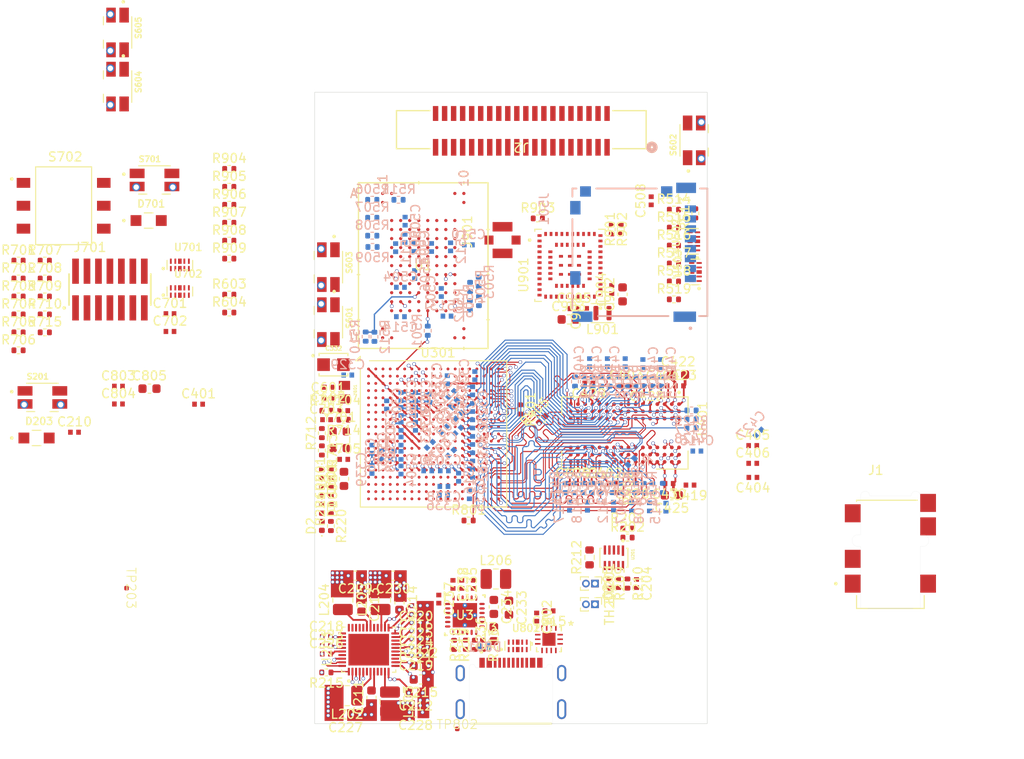
<source format=kicad_pcb>
(kicad_pcb (version 20241229) (generator "pcbnew") (generator_version "9.0")
  (layers (0 "F.Cu" signal) (4 "In1.Cu" signal) (6 "In2.Cu" signal) (8 "In3.Cu" signal) (10 "In4.Cu" signal) (12 "In5.Cu" signal) (14 "In6.Cu" signal) (2 "B.Cu" signal) (13 "F.Paste" user) (15 "B.Paste" user) (5 "F.SilkS" user "F.Silkscreen") (7 "B.SilkS" user "B.Silkscreen") (1 "F.Mask" user) (3 "B.Mask" user) (25 "Edge.Cuts" user))
  (net 0 "")
  (net 1 "GND")
  (net 2 "VDD_USB")
  (net 3 "VDDA")
  (net 4 "3V3")
  (net 5 "VIN")
  (net 6 "VTT_DDR")
  (net 7 "VREF_DDR")
  (net 8 "VDD_DDR")
  (net 9 "VDD_CORE")
  (net 10 "VDD")
  (net 11 "/RCC_BOOT_RST_DEBUG/OSC_IN")
  (net 12 "NRST")
  (net 13 "+BATT")
  (net 14 "V_USB")
  (net 15 "/PWR/REGN")
  (net 16 "PWR_SW_WAKE_UP")
  (net 17 "SDMMC3_CMD")
  (net 18 "SDMMC3_D0")
  (net 19 "SDMMC3_D1")
  (net 20 "SDMMC3_D2")
  (net 21 "PWR_ON")
  (net 22 "/RCC_BOOT_RST_DEBUG/T_JTMS{slash}T_SWDIO")
  (net 23 "/RCC_BOOT_RST_DEBUG/T_JCLK{slash}T_SWCLK")
  (net 24 "/RCC_BOOT_RST_DEBUG/T_JTDO{slash}T_SWO")
  (net 25 "/RCC_BOOT_RST_DEBUG/T_JTDI{slash}NC")
  (net 26 "UART4_RX_STM")
  (net 27 "UART4_TX_STM")
  (net 28 "USB_D-")
  (net 29 "USB_D+")
  (net 30 "USB_CC2")
  (net 31 "USB_CC1")
  (net 32 "/DDR/DDR_A9")
  (net 33 "PMIC_PA0_WKUP_INTR")
  (net 34 "/DDR/DDR_DQ1")
  (net 35 "SDMMC1_D1")
  (net 36 "uSD_DETECT")
  (net 37 "/DDR/DDR_DQ4")
  (net 38 "/DDR/DDR_DQ12")
  (net 39 "/DDR/DDR_A7")
  (net 40 "/DDR/DDR_DQ7")
  (net 41 "/DDR/DDR_A5")
  (net 42 "/DDR/DDR_A4")
  (net 43 "/DDR/DDR_DQ8")
  (net 44 "SDMMC1_D0")
  (net 45 "/DDR/DDR_BA0")
  (net 46 "/DDR/DDR_A1")
  (net 47 "/DDR/DDR_A6")
  (net 48 "SDMMC1_D2")
  (net 49 "/DDR/DDR_DQ6")
  (net 50 "/DDR/DDR_WEN")
  (net 51 "/DDR/DDR_A14")
  (net 52 "/DDR/DDR_DQM0")
  (net 53 "/DDR/DDR_DQS1_P")
  (net 54 "/DDR/DDR_DQ11")
  (net 55 "/DDR/DDR_RASN")
  (net 56 "/DDR/DDR_A0")
  (net 57 "SYS_I2C4_SCL")
  (net 58 "/DDR/DDR_DQ2")
  (net 59 "/DDR/DDR_DQS0_P")
  (net 60 "/DDR/DDR_DQ9")
  (net 61 "/DDR/DDR_DQ10")
  (net 62 "/DDR/DDR_RESETN")
  (net 63 "/DDR/DDR_CSN")
  (net 64 "/DDR/DDR_DQ14")
  (net 65 "/DDR/DDR_A13")
  (net 66 "/DDR/DDR_DQ15")
  (net 67 "/DDR/DDR_DQS0_N")
  (net 68 "/DDR/DDR_CLK_N")
  (net 69 "/DDR/DDR_DQS1_N")
  (net 70 "/DDR/DDR_DQ3")
  (net 71 "/DDR/DDR_A10")
  (net 72 "/DDR/DDR_A3")
  (net 73 "SYS_I2C4_SDA")
  (net 74 "/DDR/DDR_CASN")
  (net 75 "/DDR/DDR_DQM1")
  (net 76 "SDMMC1_CMD")
  (net 77 "/DDR/DDR_A8")
  (net 78 "/DDR/DDR_ODT")
  (net 79 "/DDR/DDR_A12")
  (net 80 "/DDR/DDR_A11")
  (net 81 "SDMMC1_CK")
  (net 82 "/DDR/DDR_CLK_P")
  (net 83 "/DDR/DDR_BA2")
  (net 84 "/RCC_BOOT_RST_DEBUG/OSC_OUT")
  (net 85 "/DDR/DDR_DQ13")
  (net 86 "/DDR/DDR_DQ5")
  (net 87 "/DDR/DDR_CKE")
  (net 88 "/DDR/DDR_DQ0")
  (net 89 "/DDR/DDR_BA1")
  (net 90 "SDMMC1_D3")
  (net 91 "/DDR/DDR_A2")
  (net 92 "/PWR/BATT_T")
  (net 93 "BAT_FUEL_RSDTIO")
  (net 94 "BAT_FUEL_ALARM")
  (net 95 "PMIC_WAKEUP")
  (net 96 "CHRG_OTG_ON")
  (net 97 "SDMMC2_NRST")
  (net 98 "SDMMC2_D2")
  (net 99 "SDMMC2_D3")
  (net 100 "SDMMC2_D4")
  (net 101 "SDMMC2_D5")
  (net 102 "SDMMC2_D6")
  (net 103 "SDMMC2_D7")
  (net 104 "SDMMC2_D1")
  (net 105 "SDMMC2_D0")
  (net 106 "SDMMC2_CMD")
  (net 107 "SDMMC2_CK")
  (net 108 "SDMMC3_D3")
  (net 109 "SDMMC3_CK")
  (net 110 "UART8_TX_STM")
  (net 111 "UART8_RX_STM")
  (net 112 "I2S1_SDO")
  (net 113 "I2S1_WS")
  (net 114 "I2S1_CK")
  (net 115 "I2S1_SDI")
  (net 116 "UART8_CTS_STM")
  (net 117 "UART8_RTS_STM")
  (net 118 "WL_HOST_WAKE")
  (net 119 "BT_DEV_WAKE")
  (net 120 "BT_HOST_WAKE")
  (net 121 "MCO1{slash}WIFI_LPO_IN")
  (net 122 "WL_REG_EN")
  (net 123 "BT_REG_EN")
  (net 124 "INT_USB_ctrl")
  (net 125 "Net-(U201-VIN)")
  (net 126 "Net-(U203-LDO1OUT)")
  (net 127 "Net-(U203-LDO2OUT)")
  (net 128 "Net-(U203-LDO6OUT)")
  (net 129 "Net-(U203-INTLDO)")
  (net 130 "Net-(U301A-VBAT)")
  (net 131 "Net-(U301A-VREF+)")
  (net 132 "Net-(U301A-VDD1V2_DSI_PHY)")
  (net 133 "Net-(U301A-VDDA1V1_REG)")
  (net 134 "Net-(U301A-VDDA1V8_DSI)")
  (net 135 "Net-(U301C-PC14)")
  (net 136 "Net-(U301C-PC15)")
  (net 137 "Net-(U301E-NRST_CORE)")
  (net 138 "Net-(Y701-Tri-State)")
  (net 139 "Net-(U901-VIN_LDO)")
  (net 140 "Net-(D601-A)")
  (net 141 "Net-(D601-K)")
  (net 142 "Net-(D602-A)")
  (net 143 "Net-(D602-K)")
  (net 144 "Net-(J501-SWITCH)")
  (net 145 "Net-(J901-Pad1)")
  (net 146 "Net-(U203-VLX1)")
  (net 147 "Net-(U203-VLX2)")
  (net 148 "Net-(U203-VLX3)")
  (net 149 "Net-(U203-VLX4)")
  (net 150 "Net-(U901-SR_VLX)")
  (net 151 "Net-(U201-BATD{slash}CD)")
  (net 152 "Net-(BT201--)")
  (net 153 "Net-(U203-~{RST})")
  (net 154 "Net-(U301B-DDR_ZQ)")
  (net 155 "Net-(U401-ZQ)")
  (net 158 "Net-(U301E-PDR_ON_CORE)")
  (net 159 "Net-(U301E-BOOT1)")
  (net 160 "Net-(U301E-PDR_ON)")
  (net 161 "Net-(U301E-BOOT0)")
  (net 162 "Net-(Y701-VDD)")
  (net 163 "Net-(J701-Pad11)")
  (net 164 "Net-(U301F-USB_RREF)")
  (net 165 "Net-(U901-STRAP_0)")
  (net 166 "Net-(U901-WL_ANT)")
  (net 167 "Net-(U901-SDIO_CLK)")
  (net 198 "Net-(U301E-BOOT2)")
  (net 199 "Net-(U301B-DDR_ATO)")
  (net 200 "Net-(U301B-DDR_DTO1)")
  (net 201 "Net-(U301B-DDR_DTO0)")
  (net 202 "Net-(U301E-PWR_LP)")
  (net 203 "Net-(TP801-Pad1)")
  (net 242 "/DDR/DDR_A15")
  (net 275 "Net-(U502-I{slash}O_4)")
  (net 361 "Net-(U1-VDD)")
  (net 362 "Net-(U1-CLK)")
  (net 366 "Net-(C232-Pad1)")
  (net 367 "Net-(U3-BTST)")
  (net 368 "Net-(U3-PMID)")
  (net 369 "Net-(U3-ILIM)")
  (net 370 "CHRG_INT")
  (net 371 "Net-(U3-STAT)")
  (net 372 "Net-(U3-PG_N)")
  (net 373 "CHRG_PSEL")
  (net 380 "Net-(D1-K)")
  (net 381 "Net-(D2-K)")
  (net 422 "/MPU_PWR/VDDA")
  (footprint "lib:C_0402_small" (layer "F.Cu") (at 79.725 88.9 180)
    (property "Reference" "C216")
    (property "Value" "1uF")
  )
  (footprint "lib:XTAL_NX2012SA-32.768K-STD-MUB-1" (layer "F.Cu") (at 71.8 64.25 -90)
    (property "Reference" "Y601")
    (property "Value" "NX2012SA-32.768K")
  )
  (footprint "lib:ST_LFBGA-354_16x16mm_Layout19x19_P0.8mm" (layer "F.Cu") (at 81.673415 68.8774)
    (property "Reference" "U301")
    (property "Value" "STM32MP157FABx")
  )
  (footprint "lib:C_0402_small" (layer "F.Cu") (at 98.6175 55.405 90)
    (property "Reference" "C901")
    (property "Value" "4.7uF")
  )
  (footprint "Resistor_SMD:R_0402_1005Metric" (layer "F.Cu") (at 69.8 95.325 180)
    (property "Reference" "R215")
    (property "Value" "0")
  )
  (footprint "Resistor_SMD:R_0402_1005Metric" (layer "F.Cu") (at 35.69 49.66)
    (property "Reference" "R701")
    (property "Value" "10k")
  )
  (footprint "lib:SW_EVQ-9P701P" (layer "F.Cu") (at 70.025 56.4875 -90)
    (property "Reference" "S601")
    (property "Value" "EVQ-9P701P")
  )
  (footprint "Capacitor_SMD:C_0603_1608Metric" (layer "F.Cu") (at 79.675 99.75 180)
    (property "Reference" "C228")
    (property "Value" "22uF")
  )
  (footprint "Capacitor_SMD:C_0603_1608Metric" (layer "F.Cu") (at 71.925 100 180)
    (property "Reference" "C227")
    (property "Value" "22uF")
  )
  (footprint "Capacitor_SMD:C_0603_1608Metric" (layer "F.Cu") (at 73.7 87.8 -90)
    (property "Reference" "C213")
    (property "Value" "10uF")
  )
  (footprint "lib:GCT_USB4510-03-1-A_REVA" (layer "F.Cu") (at 90.25 99.4)
    (property "Reference" "J3")
    (property "Value" "USB4510-03-1-A_REVA")
    (fp_line (start -4.62 1.6) (end -4.62 -4.6) (stroke (width 0.01)) (layer "Edge.Cuts"))
    (fp_line (start -3.82 -4.6) (end 3.82 -4.6) (stroke (width 0.01)) (layer "Edge.Cuts"))
    (fp_line (start 4.62 -4.6) (end 4.62 1.6) (stroke (width 0.01)) (layer "Edge.Cuts"))
    (fp_line (start 4.62 1.6) (end -4.62 1.6) (stroke (width 0.05)) (layer "Edge.Cuts"))
    (fp_arc (start -4.62 -4.6) (mid -4.540343 -4.86731) (end -4.295 -5) (stroke (width 0.01)) (layer "Edge.Cuts"))
    (fp_arc (start -4.295 -5) (mid -4.07451 -4.92731) (end -3.97 -4.72) (stroke (width 0.01)) (layer "Edge.Cuts"))
    (fp_arc (start -3.82 -4.6) (mid -3.919853 -4.628934) (end -3.97 -4.72) (stroke (width 0.01)) (layer "Edge.Cuts"))
    (fp_arc (start 3.97 -4.72) (mid 3.919853 -4.628934) (end 3.82 -4.6) (stroke (width 0.01)) (layer "Edge.Cuts"))
    (fp_arc (start 3.97 -4.72) (mid 4.07451 -4.92731) (end 4.295 -5) (stroke (width 0.01)) (layer "Edge.Cuts"))
    (fp_arc (start 4.295 -5) (mid 4.540343 -4.86731) (end 4.62 -4.6) (stroke (width 0.01)) (layer "Edge.Cuts"))
  )
  (footprint "lib:C_0402_small" (layer "F.Cu") (at 84.7959 85.5607 -90)
    (property "Reference" "C235")
    (property "Value" "4.7uF")
  )
  (footprint "Resistor_SMD:R_0402_1005Metric" (layer "F.Cu") (at 59.04 49.44)
    (property "Reference" "R909")
    (property "Value" "47k")
  )
  (footprint "Capacitor_SMD:C_0603_1608Metric" (layer "F.Cu") (at 50.2 63.86)
    (property "Reference" "C805")
    (property "Value" "10uF")
  )
  (footprint "Resistor_SMD:R_0402_1005Metric" (layer "F.Cu") (at 59.04 55.42)
    (property "Reference" "R604")
    (property "Value" "4k7")
  )
  (footprint "LED_SMD:LED_0402_1005Metric" (layer "F.Cu") (at 69.3 77.185 -90)
    (property "Reference" "D1")
    (property "Value" "LED")
  )
  (footprint "Capacitor_SMD:C_0603_1608Metric" (layer "F.Cu") (at 90.0309 88.1482 -90)
    (property "Reference" "C233")
    (property "Value" "10uF")
  )
  (footprint "Capacitor_SMD:C_0603_1608Metric" (layer "F.Cu") (at 80.25 96.1 180)
    (property "Reference" "C215")
    (property "Value" "10uF")
  )
  (footprint "lib:C_0402_small" (layer "F.Cu") (at 107.773415 74.3774 180)
    (property "Reference" "C430")
    (property "Value" "100nF")
  )
  (footprint "Resistor_SMD:R_0402_1005Metric" (layer "F.Cu") (at 59.04 41.48)
    (property "Reference" "R905")
    (property "Value" "47k")
  )
  (footprint "Resistor_SMD:R_0402_1005Metric" (layer "F.Cu") (at 69.81 66.3)
    (property "Reference" "R711")
    (property "Value" "10k")
  )
  (footprint "lib:IC_HSP051-4M10" (layer "F.Cu") (at 53.563 50.14)
    (property "Reference" "U701")
    (property "Value" "HSP051-4M10")
  )
  (footprint "lib:IC_HSP051-4M10" (layer "F.Cu") (at 53.563 53.09)
    (property "Reference" "U702")
    (property "Value" "HSP051-4M10")
  )
  (footprint "lib:C_0402_small" (layer "F.Cu") (at 69.79 93.2725)
    (property "Reference" "C226")
    (property "Value" "4.7uF")
  )
  (footprint "lib:SAMTEC_FTSH-107-01-L-DV-K-A" (layer "F.Cu") (at 45.815 52.87)
    (property "Reference" "J701")
    (property "Value" "FTSH-107-01-L-DV-K-A")
  )
  (footprint "lib:C_0402_small" (layer "F.Cu") (at 79.725 93.4 180)
    (property "Reference" "C219")
    (property "Value" "1uF")
  )
  (footprint "lib:C_0402_small" (layer "F.Cu") (at 69.82 67.3)
    (property "Reference" "C703")
    (property "Value" "6.8pF")
  )
  (footprint "lib:C_0402_small" (layer "F.Cu") (at 71.72 66.3)
    (property "Reference" "C704")
    (property "Value" "10nF")
  )
  (footprint "Resistor_SMD:R_0402_1005Metric" (layer "F.Cu") (at 102.073415 74.8774 -90)
    (property "Reference" "R402")
    (property "Value" "240")
  )
  (footprint "Resistor_SMD:R_0402_1005Metric" (layer "F.Cu") (at 35.69 51.65)
    (property "Reference" "R702")
    (property "Value" "0")
  )
  (footprint "lib:C_0402_small" (layer "F.Cu") (at 108.92 63.55)
    (property "Reference" "C423")
    (property "Value" "100nF")
  )
  (footprint "lib:C_0402_small" (layer "F.Cu") (at 79.725 90.7 180)
    (property "Reference" "C224")
    (property "Value" "4.7uF")
  )
  (footprint "Library:TP_0.5mm" (layer "F.Cu") (at 84.3 101.5875)
    (property "Reference" "TP802")
    (property "Value" "TestPoint")
  )
  (footprint "lib:C_0402_small" (layer "F.Cu") (at 98.873415 74.3774)
    (property "Reference" "C424")
    (property "Value" "100nF")
  )
  (footprint "lib:C_0402_small" (layer "F.Cu") (at 46.76 65.56)
    (property "Reference" "C804")
    (property "Value" "100nF")
  )
  (footprint "Resistor_SMD:R_0402_1005Metric" (layer "F.Cu") (at 108.31 51.97)
    (property "Reference" "R518")
    (property "Value" "47k")
  )
  (footprint "lib:C_0402_small" (layer "F.Cu") (at 104.16 85.47 -90)
    (property "Reference" "C204")
    (property "Value" "220nF")
  )
  (footprint "Resistor_SMD:R_0402_1005Metric" (layer "F.Cu") (at 83.9459 92.2707 -90)
    (property "Reference" "R219")
    (property "Value" "10k")
  )
  (footprint "lib:SW_EVQ-9P701P" (layer "F.Cu") (at 46.665 24.3675 -90)
    (property "Reference" "S605")
    (property "Value" "EVQ-9P701P")
  )
  (footprint "LED_SMD:LED_0402_1005Metric" (layer "F.Cu") (at 69.3 75.245 -90)
    (property "Reference" "D602")
    (property "Value" "LED_R")
  )
  (footprint "Inductor_SMD:L_1008_2520Metric" (layer "F.Cu") (at 71.625 87.275 90)
    (property "Reference" "L204")
    (property "Value" "1uH")
  )
  (footprint "lib:C_0402_small" (layer "F.Cu") (at 107.1 63.55)
    (property "Reference" "C421")
    (property "Value" "100nF")
  )
  (footprint "lib:CUI_SJ-43504-SMT-TR" (layer "F.Cu") (at 128.12 85.48)
    (property "Reference" "J1")
    (property "Value" "SJ-43504-SMT-TR")
    (fp_line (start 0.575 -5.42) (end 0.875 -5.42) (stroke (width 0.01)) (layer "Edge.Cuts"))
    (fp_line (start 0.875 -9.75) (end 0.875 -5.42) (stroke (width 0.01)) (layer "Edge.Cuts"))
    (fp_line (start 0.875 -4.12) (end 0.575 -4.12) (stroke (width 0.01)) (layer "Edge.Cuts"))
    (fp_line (start 0.875 2.75) (end 0.875 -4.12) (stroke (width 0.01)) (layer "Edge.Cuts"))
    (fp_line (start 1.675 2.75) (end 0.875 2.75) (stroke (width 0.01)) (layer "Edge.Cuts"))
    (fp_line (start 1.675 2.75) (end 6.675 2.75) (stroke (width 0.05)) (layer "Edge.Cuts"))
    (fp_line (start 6.475 -9.75) (end 1.875 -9.75) (stroke (width 0.01)) (layer "Edge.Cuts"))
    (fp_line (start 7.475 -9.75) (end 7.475 -5.42) (stroke (width 0.01)) (layer "Edge.Cuts"))
    (fp_line (start 7.475 -5.42) (end 7.775 -5.42) (stroke (width 0.01)) (layer "Edge.Cuts"))
    (fp_line (start 7.475 -4.12) (end 7.475 2.75) (stroke (width 0.01)) (layer "Edge.Cuts"))
    (fp_line (start 7.475 2.75) (end 6.675 2.75) (stroke (width 0.01)) (layer "Edge.Cuts"))
    (fp_line (start 7.775 -4.12) (end 7.475 -4.12) (stroke (width 0.01)) (layer "Edge.Cuts"))
    (fp_arc (start 0.575 -4.12) (mid -0.075 -4.77) (end 0.575 -5.42) (stroke (width 0.01)) (layer "Edge.Cuts"))
    (fp_arc (start 0.875 -9.75) (mid 1.375 -10.25) (end 1.875 -9.75) (stroke (width 0.01)) (layer "Edge.Cuts"))
    (fp_arc (start 6.475 -9.75) (mid 6.975 -10.25) (end 7.475 -9.75) (stroke (width 0.01)) (layer "Edge.Cuts"))
    (fp_arc (start 7.775 -5.42) (mid 8.425 -4.77) (end 7.775 -4.12) (stroke (width 0.01)) (layer "Edge.Cuts"))
  )
  (footprint "lib:C_0402_small" (layer "F.Cu") (at 101.4175 52.865 90)
    (property "Reference" "C904")
    (property "Value" "100nF")
  )
  (footprint "lib:C_0402_small" (layer "F.Cu") (at 94.48 88.5 180)
    (property "Reference" "C515")
    (property "Value" "1uF")
  )
  (footprint "lib:SW_EVQ-9P701P" (layer "F.Cu") (at 70.025 50.3875 -90)
    (property "Reference" "S603")
    (property "Value" "EVQ-9P701P")
  )
  (footprint "lib:C_0402_small" (layer "F.Cu") (at 69.98 64.9)
    (property "Reference" "C601")
    (property "Value" "6.8pF")
  )
  (footprint "lib:C_0402_small" (layer "F.Cu") (at 83.8259 85.5607 -90)
    (property "Reference" "C238")
    (property "Value" "8.2uF")
  )
  (footprint "lib:QFN40P600X500X80-45N" (layer "F.Cu") (at 74.49 92.8 90)
    (property "Reference" "U203")
    (property "Value" "STPMIC1APQR")
  )
  (footprint "lib:C_0402_small" (layer "F.Cu") (at 105.79 43.03 90)
    (property "Reference" "C508")
    (property "Value" "4.7uF")
  )
  (footprint "lib:C_0402_small" (layer "F.Cu") (at 69.79 91.3725)
    (property "Reference" "C218")
    (property "Value" "4.7uF")
  )
  (footprint "lib:C_0402_small" (layer "F.Cu") (at 86.0859 85.5607 90)
    (property "Reference" "C232")
    (property "Value" "47nF")
  )
  (footprint "lib:MLP14_2P5X2P5_ONS" (layer "F.Cu") (at 94.462 91.6453 180)
    (property "Reference" "U801")
    (property "Value" "FUSB302BMPX")
  )
  (footprint "Inductor_SMD:L_1008_2520Metric" (layer "F.Cu") (at 76.85 98.575 -90)
    (property "Reference" "L203")
    (property "Value" "1uH")
  )
  (footprint "Capacitor_SMD:C_0603_1608Metric" (layer "F.Cu") (at 96.6425 56.185)
    (property "Reference" "C903")
    (property "Value" "10uF")
  )
  (footprint "Connector_PinHeader_1.00mm:PinHeader_1x02_P1.00mm_Vertical" (layer "F.Cu") (at 99.56 85.47 -90)
    (property "Reference" "BT201")
    (property "Value" "Battery_Cell")
  )
  (footprint "lib:C_0402_small" (layer "F.Cu") (at 100.673415 74.3774)
    (property "Reference" "C402")
    (property "Value" "100nF")
  )
  (footprint "Resistor_SMD:R_0402_1005Metric" (layer "F.Cu") (at 38.6 57.62)
    (property "Reference" "R715")
    (property "Value" "100")
  )
  (footprint "Resistor_SMD:R_0402_1005Metric" (layer "F.Cu") (at 38.6 53.64)
    (property "Reference" "R709")
    (property "Value" "10k")
  )
  (footprint "lib:C_0402_small" (layer "F.Cu") (at 70.02 63.7 180)
    (property "Reference" "C602")
    (property "Value" "6.8pF")
  )
  (footprint "Resistor_SMD:R_0402_1005Metric" (layer "F.Cu") (at 59.04 53.43)
    (property "Reference" "R603")
    (property "Value" "4k7")
  )
  (footprint "lib:MOLEX_73412-0110" (layer "F.Cu") (at 89.3175 47.385 90)
    (property "Reference" "J901")
    (property "Value" "73412-0110")
  )
  (footprint "lib:IC_HSP051-4M10" (layer "F.Cu") (at 110.51 47.5259 90)
    (property "Reference" "U502")
    (property "Value" "HSP051-4M10")
  )
  (footprint "lib:IC_HSP051-4M10" (layer "F.Cu") (at 110.693415 50.9259 90)
    (property "Reference" "U503")
    (property "Value" "HSP051-4M10")
  )
  (footprint "lib:C_0402_small" (layer "F.Cu") (at 79.725 89.8 180)
    (property "Reference" "C225")
    (property "Value" "4.7uF")
  )
  (footprint "lib:C_0402_small" (layer "F.Cu") (at 97.2375 54.985)
    (property "Reference" "C905")
    (property "Value" "100nF")
  )
  (footprint "Resistor_SMD:R_0402_1005Metric" (layer "F.Cu") (at 91.27 66.16 -90)
    (property "Reference" "R401")
    (property "Value" "240")
  )
  (footprint "lib:C_0402_small" (layer "F.Cu") (at 103.047172 63.53)
    (property "Reference" "C403")
    (property "Value" "100nF")
  )
  (footprint "lib:C_0402_small" (layer "F.Cu") (at 110.09 74.55 180)
    (property "Reference" "C419")
    (property "Value" "1uF")
  )
  (footprint "Capacitor_SMD:C_0603_1608Metric" (layer "F.Cu") (at 88.3559 91.0707 90)
    (property "Reference" "C236")
    (property "Value" "10uF")
  )
  (footprint "Resistor_SMD:R_0402_1005Metric" (layer "F.Cu") (at 38.6 51.65)
    (property "Reference" "R708")
    (property "Value" "0")
  )
  (footprint "Inductor_SMD:L_1008_2520Metric" (layer "F.Cu") (at 72.1 97.9 180)
    (property "Reference" "L202")
    (property "Value" "1uH")
  )
  (footprint "lib:C_0402_small" (layer "F.Cu") (at 55.64 65.58)
    (property "Reference" "C401")
    (property "Value" "100nF")
  )
  (footprint "lib:CONN_2-1734248-0_TYCO" (layer "F.Cu") (at 100.899999 37.1 180)
    (property "Reference" "J2")
    (property "Value" "2-1734248-0")
  )
  (footprint "Resistor_SMD:R_0402_1005Metric" (layer "F.Cu") (at 102.4175 46.175 90)
    (property "Reference" "R901")
    (property "Value" "0")
  )
  (footprint "Resistor_SMD:R_0402_1005Metric" (layer "F.Cu") (at 108.31 49.98)
    (property "Reference" "R517")
    (property "Value" "47k")
  )
  (footprint "lib:SW_DS04-254-2-03BK-SMT" (layer "F.Cu") (at 40.685 43.58)
    (property "Reference" "S702")
    (property "Value" "DS04-254-2-03BK-SMT")
  )
  (footprint "lib:CAPCP3225X100N" (layer "F.Cu") (at 70.5875 61.2)
    (property "Reference" "C332")
    (property "Value" "CPH3225A")
  )
  (footprint "Library:TP_0.5mm" (layer "F.Cu") (at 47.655 85.978207 -90)
    (property "Reference" "TP203")
    (property "Value" "TestPoint")
  )
  (footprint "Inductor_SMD:L_1008_2520Metric" (layer "F.Cu") (at 88.5859 84.9607)
    (property "Reference" "L206")
    (property "Value" "1uH")
  )
  (footprint "Resistor_SMD:R_0402_1005Metric" (layer "F.Cu") (at 101.16 85.4725 -90)
    (property "Reference" "R209")
    (property "Value" "1k")
  )
  (footprint "Resistor_SMD:R_0402_1005Metric" (layer "F.Cu") (at 69.3 70.71 -90)
    (property "Reference" "R713")
    (property "Value" "1k")
  )
  (footprint "lib:C_0402_small" (layer "F.Cu") (at 82.2559 87.1932 -90)
    (property "Reference" "C237")
    (property "Value" "1uF")
  )
  (footprint "lib:C_0402_small" (layer "F.Cu") (at 105.28 63.55 180)
    (property "Reference" "C428")
    (property "Value" "100nF")
  )
  (footprint "Capacitor_SMD:C_0603_1608Metric" (layer "F.Cu") (at 108.77 62.3)
    (property "Reference" "C422")
    (property "Value" "10uF")
  )
  (footprint "Resistor_SMD:R_0402_1005Metric" (layer "F.Cu") (at 59.04 43.47)
    (property "Reference" "R906")
    (property "Value" "47k")
  )
  (footprint "Resistor_SMD:R_0402_1005Metric" (layer "F.Cu") (at 103.16 85.47 -90)
    (property "Reference" "R210")
    (property "Value" "1k")
  )
  (footprint "Capacitor_SMD:C_0603_1608Metric" (layer "F.Cu") (at 79.7 97.6 180)
    (property "Reference" "C212")
    (property "Value" "10uF")
  )
  (footprint "Capacitor_SMD:C_0603_1608Metric" (layer "F.Cu") (at 74.8 98.1 90)
    (property "Reference" "C211")
    (property "Value" "10uF")
  )
  (footprint "lib:C_0402_small" (layer "F.Cu") (at 79.725 91.6 180)
    (property "Reference" "C217")
    (property "Value" "1uF")
  )
  (footprint "Capacitor_SMD:C_0603_1608Metric" (layer "F.Cu") (at 77.2 84.6 180)
    (property "Reference" "C230")
    (property "Value" "22uF")
  )
  (footprint "Resistor_SMD:R_0402_1005Metric" (layer "F.Cu") (at 93.2275 44.985)
    (property "Reference" "R903")
    (property "Value" "0")
  )
  (footprint "Capacitor_SMD:C_0603_1608Metric" (layer "F.Cu") (at 77.9 87.6 -90)
    (property "Reference" "C214")
    (property "Value" "10uF")
  )
  (footprint "Capacitor_SMD:C_0603_1608Metric" (layer "F.Cu") (at 102.6175 53.41 90)
    (property "Reference" "C902")
    (property "Value" "10uF")
  )
  (footprint "lib:SW_EVQ-9P701P" (layer "F.Cu") (at 50.755 40.72)
    (property "Reference" "S701")
    (property "Value" "EVQ-9P701P")
  )
  (footprint "lib:C_0402_small" (layer "F.Cu") (at 52.47 57.52)
    (property "Reference" "C702")
    (property "Value" "10nF")
  )
  (footprint "lib:SW_EVQ-9P701P" (layer "F.Cu") (at 110.55 36.33 90)
    (property "Reference" "S602")
    (property "Value" "EVQ-9P701P")
  )
  (footprint "lib:C_0402_small" (layer "F.Cu") (at 93.1 89.18 -90)
    (property "Reference" "C802")
    (property "Value" "100nF")
  )
  (footprint "lib:C_0402_small" (layer "F.Cu") (at 103.7 74.3784 180)
    (property "Reference" "C420")
    (property "Value" "100nF")
  )
  (footprint "Resistor_SMD:R_0402_1005Metric" (layer "F.Cu") (at 108.31 46)
    (property "Reference" "R515")
    (property "Value" "47k")
  )
  (footprint "Resistor_SMD:R_0402_1005Metric" (layer "F.Cu") (at 85.56 78.48)
    (property "Reference" "R801")
    (property "Value" "3k")
  )
  (footprint "Capacitor_SMD:C_0603_1608Metric" (layer "F.Cu") (at 108.073415 75.6774 180)
    (property "Reference" "C425")
    (property "Value" "10uF")
  )
  (footprint "Resistor_SMD:R_0402_1005Metric" (layer "F.Cu") (at 108.31 53.96)
    (property "Reference" "R519")
    (property "Value" "47k")
  )
  (footprint "Inductor_SMD:L_Murata_DFE201610P" (layer "F.Cu") (at 100.3925 55.485 180)
    (property "Reference" "L901")
    (property "Value" "1uH")
  )
  (footprint "lib:C_0402_small" (layer "F.Cu") (at 117.039411 72.140589)
    (property "Reference" "C406")
    (property "Value" "100nF")
  )
  (footprint "Resistor_SMD:R_0402_1005Metric" (layer "F.Cu") (at 59.04 45.46)
    (property "Reference" "R907")
    (property "Value" "47k")
  )
  (footprint "lib:C_0402_small" (layer "F.Cu") (at 46.76 63.59)
    (property "Reference" "C803")
    (property "Value" "100pF")
  )
  (footprint "lib:C_0402_small" (layer "F.Cu") (at 79.725 87.925 180)
    (property "Reference" "C220")
    (property "Value" "4.7uF")
  )
  (footprint "Resistor_SMD:R_0402_1005Metric" (layer "F.Cu") (at 59.04 39.49)
    (property "Reference" "R904")
    (property "Value" "22")
  )
  (footprint "Resistor_SMD:R_0402_1005Metric" (layer "F.Cu") (at 108.31 47.99)
    (property "Reference" "R516")
    (property "Value" "47k")
  )
  (footprint "Resistor_SMD:R_0402_1005Metric" (layer "F.Cu") (at 59.04 47.45)
    (property "Reference" "R908")
    (property "Value" "47k")
  )
  (footprint "lib:XCVR_LBEE5PK2AE-771" (layer "F.Cu") (at 96.7925 50.185 90)
    (property "Reference" "U901")
    (property "Value" "LBEE5PK2AE-771")
  )
  (footprint "Connector_PinHeader_1.00mm:PinHeader_1x02_P1.00mm_Vertical" (layer "F.Cu") (at 99.56 87.77 -90)
    (property "Reference" "TH201")
    (property "Value" "Thermistor")
  )
  (footprint "lib:C_0402_small" (layer "F.Cu") (at 117.059411 73.700589 180)
    (property "Reference" "C404")
    (property "Value" "1uF")
  )
  (footprint "Resistor_SMD:R_0402_1005Metric" (layer "F.Cu") (at 110.683415 44.4259 90)
    (property "Reference" "R513")
    (property "Value" "0")
  )
  (footprint "Capacitor_SMD:C_0603_1608Metric" (layer "F.Cu") (at 80.25 94.6)
    (property "Reference" "C222")
    (property "Value" "10uF")
  )
  (footprint "Resistor_SMD:R_0402_1005Metric" (layer "F.Cu") (at 70.3 75.24 90)
    (property "Reference" "R602")
    (property "Value" "~")
  )
  (footprint "Inductor_SMD:L_1008_2520Metric" (layer "F.Cu") (at 75.8 87.275 90)
    (property "Reference" "L205")
    (property "Value" "1uH")
  )
  (footprint "Resistor_SMD:R_0402_1005Metric" (layer "F.Cu") (at 35.69 53.64)
    (property "Reference" "R703")
    (property "Value" "0")
  )
  (footprint "Resistor_SMD:R_0402_1005Metric" (layer "F.Cu") (at 103.17 80.37)
    (property "Reference" "R202")
    (property "Value" "10k")
  )
  (footprint "Capacitor_SMD:C_0603_1608Metric" (layer "F.Cu") (at 88.3559 88.0607 -90)
    (property "Reference" "C234")
    (property "Value" "10uF")
  )
  (footprint "lib:C_0402_small" (layer "F.Cu") (at 102.16 85.47 90)
    (property "Reference" "C205")
    (property "Value" "1uF")
  )
  (footprint "Capacitor_SMD:C_0603_1608Metric" (layer "F.Cu") (at 73 84.6 180)
    (property "Reference" "C229")
    (property "Value" "22uF")
  )
  (footprint "Inductor_SMD:L_0603_1608Metric" (layer "F.Cu") (at 71.75 73.862499 90)
    (property "Reference" "L301")
    (property "Value" "1uH")
  )
  (footprint "lib:C_0402_small" (layer "F.Cu") (at 52.47 55.55)
    (property "Reference" "C701")
    (property "Value" "10nF")
  )
  (footprint "lib:C_0402_small" (layer "F.Cu") (at 41.89 68.69)
    (property "Reference" "C210")
    (property "Value" "10nF")
  )
  (footprint "Oscillator:Oscillator_SMD_ECS_2520MV-xxx-xx-4Pin_2.5x2.0mm" (layer "F.Cu") (at 71.275 69.525)
    (property "Reference" "Y701")
    (property "Value" "ECS-2520MVQ-240")
  )
  (footprint "Resistor_SMD:R_0402_1005Metric" (layer "F.Cu") (at 108.31 44.01)
    (property "Reference" "R514")
    (property "Value" "47k")
  )
  (footprint "lib:IC_HSP051-4M10" (layer "F.Cu") (at 91 92.3775)
    (property "Reference" "U802")
    (property "Value" "HSP051-4M10")
  )
  (footprint "Resistor_SMD:R_0402_1005Metric" (layer "F.Cu") (at 85.2459 92.2507 90)
    (property "Reference" "R218")
    (property "Value" "317")
  )
  (footprint "lib:C_0402_small" (layer "F.Cu") (at 71.72 71.7)
    (property "Reference" "C705")
    (property "Value" "6.8pF")
  )
  (footprint "LED_SMD:LED_0402_1005Metric" (layer "F.Cu") (at 69.3 79.085 90)
    (property "Reference" "D2")
    (property "Value" "LED")
  )
  (footprint "lib:BGA96C80P9X16_1400X800X120" (layer "F.Cu") (at 102.873415 68.7774 -90)
    (property "Reference" "U401")
    (property "Value" "MT41K256M16TW-107_P")
  )
  (footprint "lib:TVS_PTVS3V3S1UR" (layer "F.Cu") (at 37.685 69.33)
    (property "Reference" "D203")
    (property "Value" "PTVS3V3S1UR")
  )
  (footprint "LED_SMD:LED_0402_1005Metric" (layer "F.Cu") (at 69.3 73.315 -90)
    (property "Reference" "D601")
    (property "Value" "LED_B")
  )
  (footprint "lib:TVS_PTVS3V3S1UR" (layer "F.Cu") (at 50.105 45.22)
    (property "Reference" "D701")
    (property "Value" "PTVS3V3S1UR")
  )
  (footprint "Resistor_SMD:R_0402_1005Metric" (layer "F.Cu") (at 70.3 77.21 90)
    (property "Reference" "R221")
    (property "Value" "1k")
  )
  (footprint "Resistor_SMD:R_0402_1005Metric" (layer "F.Cu") (at 87.1459 92.2607 -90)
    (property "Reference" "R216")
    (property "Value" "5k25")
  )
  (footprint "lib:C_0402_small" (layer "F.Cu") (at 97.073415 74.3774)
    (property "Reference" "C426")
    (property "Value" "100nF")
  )
  (footprint "lib:SW_EVQ-9P701P" (layer "F.Cu") (at 38.335 64.83)
    (property "Reference" "S201")
    (property "Value" "EVQ-9P701P")
  )
  (footprint "lib:SW_EVQ-9P701P" (layer "F.Cu") (at 46.665 30.3675 -90)
    (property "Reference" "S604")
    (property "Value" "EVQ-9P701P")
  )
  (footprint "Resistor_SMD:R_0402_1005Metric" (layer "F.Cu") (at 101.4175 46.195 -90)
    (property "Reference" "R902")
    (property "Value" "0")
  )
  (footprint "Resistor_SMD:R_0402_1005Metric" (layer "F.Cu") (at 38.6 49.66)
    (property "Reference" "R707")
    (property "Value" "0")
  )
  (footprint "lib:C_0402_small" (layer "F.Cu") (at 98.87 63.25 180)
    (property "Reference" "C429")
    (property "Value" "100nF")
  )
  (footprint "Resistor_SMD:R_0402_1005Metric" (layer "F.Cu") (at 35.69 57.62)
    (property "Reference" "R705")
    (property "Value" "0")
  )
  (footprint "Resistor_SMD:R_0402_1005Metric" (layer "F.Cu") (at 103.16 79.37)
    (property "Reference" "R201")
    (property "Value" "10k")
  )
  (footprint "Resistor_SMD:R_0603_1608Metric" (layer "F.Cu") (at 98.96 82.57 90)
    (property "Reference" "R212")
    (property "Value" "10m")
  )
  (footprint "Resistor_SMD:R_0402_1005Metric" (layer "F.Cu") (at 35.69 59.61)
    (property "Reference" "R706")
    (property "Value" "10k")
  )
  (footprint "lib:SON50P300X200X60-10N" (layer "F.Cu") (at 101.66 82.61 -90)
    (property "Reference" "U201")
    (property "Value" "STC3115IQT")
  )
  (footprint "Resistor_SMD:R_0402_1005Metric" (layer "F.Cu") (at 38.6 55.63)
    (property "Reference" "R710")
    (property "Value" "10k")
  )
  (footprint "Resistor_SMD:R_0402_1005Metric" (layer "F.Cu") (at 71.71 67.3 180)
    (property "Reference" "R714")
    (property "Value" "10")
  )
  (footprint "Resistor_SMD:R_0402_1005Metric" (layer "F.Cu") (at 70.3 79.09 -90)
    (property "Reference" "R220")
    (property "Value" "1k")
  )
  (footprint "lib:BQ24298" (layer "F.Cu") (at 85.1459 88.9807)
    (property "Reference" "U3")
    (property "Value" "BQ24298RTWR")
  )
  (footprint "Resistor_SMD:R_0402_1005Metric" (layer "F.Cu") (at 35.69 55.63)
    (property "Reference" "R704")
    (property "Value" "0")
  )
  (footprint "Resistor_SMD:R_0402_1005Metric" (layer "F.Cu") (at 86.2459 92.2607 90)
    (property "Reference" "R217")
    (property "Value" "31k23")
  )
  (footprint "lib:C_0402_small" (layer "F.Cu") (at 69.79 92.3725)
    (property "Reference" "C223")
    (property "Value" "4.7uF")
  )
  (footprint "lib:C_0402_small" (layer "F.Cu") (at 117.039411 70.170589)
    (property "Reference" "C405")
    (property "Value" "100nF")
  )
  (footprint "lib:FBGA100_ISI" (layer "F.Cu") (at 80.533408 50.21739)
    (property "Reference" "U1")
    (property "Value" "IS21ES08GA-JQLI-TR")
  )
  (footprint "Resistor_SMD:R_0402_1005Metric" (layer "F.Cu") (at 70.3 73.32 90)
    (property "Reference" "R601")
    (property "Value" "~")
  )
  (footprint "lib:C_0402_small" (layer "F.Cu") (at 79.725 92.5 180)
    (property "Reference" "C221")
    (property "Value" "4.7uF")
  )
  (footprint "Resistor_SMD:R_0402_1005Metric" (layer "F.Cu") (at 93.72 67.26 45)
    (property "Reference" "R405")
    (property "Value" "10k")
  )
  (footprint "Resistor_SMD:R_0402_1005Metric" (layer "F.Cu") (at 69.3 68.79 90)
    (property "Reference" "R712")
    (property "Value" "0")
  )
  (footprint "Resistor_SMD:R_0402_1005Metric" (layer "B.Cu") (at 104 74.89 -90)
    (property "Reference" "R407")
    (property "Value" "56")
  )
  (footprint "Resistor_SMD:R_0402_1005Metric" (layer "B.Cu") (at 103.096585 63.072601 90)
    (property "Reference" "R406")
    (property "Value" "56")
  )
  (footprint "lib:C_0402_small" (layer "B.Cu") (at 106.84 61.08 90)
    (property "Reference" "C413")
    (property "Value" "100nF")
  )
  (footprint "Resistor_SMD:R_0402_1005Metric" (layer "B.Cu") (at 74.913415 48.1474)
    (property "Reference" "R509")
    (property "Value" "47k")
  )
  (footprint "Resistor_SMD:R_0402_1005Metric" (layer "B.Cu") (at 85.723415 52.5774 90)
    (property "Reference" "R504")
    (property "Value" "47k")
  )
  (footprint "Resistor_SMD:R_0402_1005Metric" (layer "B.Cu") (at 74.883415 46.8974 180)
    (property "Reference" "R508")
    (property "Value" "47k")
  )
  (footprint "Resistor_SMD:R_0402_1005Metric" (layer "B.Cu") (at 85.703415 54.6274 -90)
    (property "Reference" "R502")
    (property "Value" "47k")
  )
  (footprint "Resistor_SMD:R_0402_1005Metric" (layer "B.Cu") (at 86.703415 54.1474 -90)
    (property "Reference" "R505")
    (property "Value" "47k")
  )
  (footprint "lib:C_0402_small" (layer "B.Cu") (at 102.91 60.98 -90)
    (property "Reference" "C411")
    (property "Value" "100nF")
  )
  (footprint "lib:C_0402_small" (layer "B.Cu") (at 84.439411 66.860589 -135)
    (property "Reference" "C319")
    (property "Value" "1uF")
  )
  (footprint "lib:C_0402_small" (layer "B.Cu") (at 79.67 66.38 90)
    (property "Reference" "C317")
    (property "Value" "1uF")
  )
  (footprint "lib:C_0402_small" (layer "B.Cu") (at 101.623415 76.8974 -90)
    (property "Reference" "C412")
    (property "Value" "100nF")
  )
  (footprint "lib:C_0402_small" (layer "B.Cu") (at 77.3 71.22 -90)
    (property "Reference" "C327")
    (property "Value" "100nF")
  )
  (footprint "lib:C_0402_small" (layer "B.Cu") (at 110.853415 70.7774 180)
    (property "Reference" "C416")
    (property "Value" "100nF")
  )
  (footprint "lib:C_0402_small" (layer "B.Cu") (at 86 65.95 90)
    (property "Reference" "C323")
    (property "Value" "1uF")
  )
  (footprint "Resistor_SMD:R_0402_1005Metric" (layer "B.Cu") (at 96.298415 74.8774 -90)
    (property "Reference" "R414")
    (property "Value" "56")
  )
  (footprint "Resistor_SMD:R_0402_1005Metric" (layer "B.Cu") (at 77.793415 42.9174 180)
    (property "Reference" "R511")
    (property "Value" "47k")
  )
  (footprint "Resistor_SMD:R_0402_1005Metric" (layer "B.Cu") (at 105.946585 63.072601 90)
    (property "Reference" "R424")
    (property "Value" "56")
  )
  (footprint "Resistor_SMD:R_0402_1005Metric" (layer "B.Cu") (at 101.196585 63.072601 90)
    (property "Reference" "R408")
    (property "Value" "56")
  )
  (footprint "lib:C_0402_small" (layer "B.Cu") (at 74.85 72.82 -90)
    (property "Reference" "C339")
    (property "Value" "100nF")
  )
  (footprint "Resistor_SMD:R_0402_1005Metric" (layer "B.Cu") (at 107.073415 74.8674 -90)
    (property "Reference" "R430")
    (property "Value" "56")
  )
  (footprint "Resistor_SMD:R_0402_1005Metric" (layer "B.Cu") (at 103.58 71.95 45)
    (property "Reference" "R403")
    (property "Value" "100")
  )
  (footprint "lib:C_0402_small" (layer "B.Cu") (at 96.753415 76.8974 -90)
    (property "Reference" "C417")
    (property "Value" "100nF")
  )
  (footprint "lib:C_0402_small" (layer "B.Cu") (at 86.25 62.42 -90)
    (property "Reference" "C334")
    (property "Value" "2.2uF")
  )
  (footprint "lib:C_0402_small" (layer "B.Cu") (at 76.48 65.66 90)
    (property "Reference" "C305")
    (property "Value" "1uF")
  )
  (footprint "lib:C_0402_small" (layer "B.Cu") (at 78.503415 47.1974 90)
    (property "Reference" "C502")
    (property "Value" "100nF")
  )
  (footprint "Resistor_SMD:R_0402_1005Metric" (layer "B.Cu") (at 101.5 74.8774 -90)
    (property "Reference" "R422")
    (property "Value" "56")
  )
  (footprint "Resistor_SMD:R_0402_1005Metric" (layer "B.Cu") (at 81.033415 57.4374 -90)
    (property "Reference" "R501")
    (property "Value" "22")
  )
  (footprint "lib:C_0402_small" (layer "B.Cu") (at 98.723415 76.8974 -90)
    (property "Reference" "C418")
    (property "Value" "100nF")
  )
  (footprint "Resistor_SMD:R_0402_1005Metric" (layer "B.Cu") (at 105.92 74.88 -90)
    (property "Reference" "R418")
    (property "Value" "56")
  )
  (footprint "lib:C_0402_small" (layer "B.Cu") (at 77.473415 48.2274 90)
    (property "Reference" "C511")
    (property "Value" "100nF")
  )
  (footprint "lib:C_0402_small" (layer "B.Cu") (at 85.533415 47.9174 180)
    (property "Reference" "C510")
    (property "Value" "100nF")
  )
  (footprint "lib:C_0402_small" (layer "B.Cu") (at 84.45 73.68 90)
    (property "Reference" "C316")
    (property "Value" "1uF")
  )
  (footprint "lib:C_0402_small" (layer "B.Cu") (at 85.65 75.62 90)
    (property "Reference" "C335")
    (property "Value" "1uF")
  )
  (footprint "Resistor_SMD:R_0402_1005Metric" (layer "B.Cu") (at 104.97 74.88 -90)
    (property "Reference" "R416")
    (property "Value" "56")
  )
  (footprint "lib:C_0402_small" (layer "B.Cu") (at 79.583415 51.2074 90)
    (property "Reference" "C506")
    (property "Value" "2.2uF")
  )
  (footprint "lib:C_0402_small" (layer "B.Cu") (at 79.67 64.75 90)
    (property "Reference" "C309")
    (property "Value" "1uF")
  )
  (footprint "lib:C_0402_small" (layer "B.Cu") (at 82.78 75.65)
    (property "Reference" "C336")
    (property "Value" "2.2uF")
  )
  (footprint "lib:C_0402_small" (layer "B.Cu") (at 78.07 68.03 -90)
    (property "Reference" "C301")
    (property "Value" "1uF")
  )
  (footprint "Resistor_SMD:R_0402_1005Metric" (layer "B.Cu") (at 98.273415 74.8774 -90)
    (property "Reference" "R410")
    (property "Value" "56")
  )
  (footprint "lib:GCT_MEM2090-00-145-00-A_REVA" (layer "B.Cu") (at 112.01 48.74 -90)
    (property "Reference" "J501")
    (property "Value" "MEM2090-00-145-00-A_REVA")
  )
  (footprint "Resistor_SMD:R_0402_1005Metric" (layer "B.Cu") (at 86.673415 52.0074 90)
    (property "Reference" "R503")
    (property "Value" "47k")
  )
  (footprint "lib:C_0402_small" (layer "B.Cu") (at 82.789411 68.410589 -135)
    (property "Reference" "C315")
    (property "Value" "1uF")
  )
  (footprint "lib:C_0402_small" (layer "B.Cu") (at 72.17 62.35 180)
    (property "Reference" "C329")
    (property "Value" "1uF")
  )
  (footprint "Resistor_SMD:R_0402_1005Metric" (layer "B.Cu") (at 100.21 74.87 -90)
    (property "Reference" "R426")
    (property "Value" "56")
  )
  (footprint "lib:C_0402_small" (layer "B.Cu") (at 104.87 61.08 90)
    (property "Reference" "C414")
    (property "Value" "100nF")
  )
  (footprint "Resistor_SMD:R_0402_1005Metric" (layer "B.Cu") (at 104.996585 63.072601 90)
    (property "Reference" "R423")
    (property "Value" "56")
  )
  (footprint "lib:C_0402_small" (layer "B.Cu") (at 86 73.25 90)
    (property "Reference" "C324")
    (property "Value" "1nF")
  )
  (footprint "lib:C_0402_small" (layer "B.Cu") (at 100.94 60.98 -90)
    (property "Reference" "C410")
    (property "Value" "100nF")
  )
  (footprint "Resistor_SMD:R_0402_1005Metric" (layer "B.Cu") (at 97.346585 63.072601 90)
    (property "Reference" "R419")
    (property "Value" "56")
  )
  (footprint "Resistor_SMD:R_0402_1005Metric" (layer "B.Cu") (at 100.45 73.41)
    (property "Reference" "R404")
    (property "Value" "10k")
  )
  (footprint "lib:C_0402_small" (layer "B.Cu") (at 82.82 74.7)
    (property "Reference" "C338")
    (property "Value" "2.2uF")
  )
  (footprint "lib:C_0402_small" (layer "B.Cu") (at 78.003415 55.8774)
    (property "Reference" "C514")
    (property "Value" "100nF")
  )
  (footprint "lib:C_0402_small" (layer "B.Cu") (at 79.523415 48.1874 90)
    (property "Reference" "C503")
    (property "Value" "100nF")
  )
  (footprint "lib:DIODE_ESDA7P120-1U1M_STM" (layer "B.Cu") (at 87.3 92.5 180)
    (property "Reference" "D801")
    (property "Value" "ESDA7P120-1U1M")
  )
  (footprint "lib:C_0402_small" (layer "B.Cu") (at 78.07 69.67 -90)
    (property "Reference" "C330")
    (property "Value" "1uF")
  )
  (footprint "lib:C_0402_small" (layer "B.Cu") (at 83.563415 48.1374 90)
    (property "Reference" "C512")
    (property "Value" "100nF")
  )
  (footprint "lib:C_0402_small" (layer "B.Cu") (at 86 67.775 90)
    (property "Reference" "C322")
    (property "Value" "1uF")
  )
  (footprint "Resistor_SMD:R_0402_1005Metric" (layer "B.Cu") (at 74.153415 58.0874 -90)
    (property "Reference" "R510")
    (property "Value" "47k")
  )
  (footprint "Resistor_SMD:R_0402_1005Metric" (layer "B.Cu") (at 74.883415 44.9074 180)
    (property "Reference" "R507")
    (property "Value" "47k")
  )
  (footprint "lib:C_0402_small" (layer "B.Cu") (at 78.07 71.25 -90)
    (property "Reference" "C328")
    (property "Value" "1uF")
  )
  (footprint "Resistor_SMD:R_0402_1005Metric" (layer "B.Cu") (at 102.146585 63.072601 90)
    (property "Reference" "R409")
    (property "Value" "56")
  )
  (footprint "lib:C_0402_small" (layer "B.Cu") (at 117.689411 68.730589 -135)
    (property "Reference" "C427")
    (property "Value" "100nF")
  )
  (footprint "lib:C_0402_small" (layer "B.Cu") (at 84.089411 65.610589 45)
    (property "Reference" "C331")
    (property "Value" "1uF")
  )
  (footprint "lib:C_0402_small" (layer "B.Cu") (at 81.443415 48.2074 -90)
    (property "Reference" "C505")
    (property "Value" "2.2uF")
  )
  (footprint "lib:C_0402_small" (layer "B.Cu") (at 83.639411 64.460589 -135)
    (property "Reference" "C314")
    (property "Value" "1uF")
  )
  (footprint "Resistor_SMD:R_0402_1005Metric" (layer "B.Cu") (at 97.288415 74.8874 -90)
    (property "Reference" "R412")
    (property "Value" "56")
  )
  (footprint "Resistor_SMD:R_0402_1005Metric" (layer "B.Cu") (at 99.296585 63.092599 90)
    (property "Reference" "R415")
    (property "Value" "56")
  )
  (footprint "lib:C_0402_small" (layer "B.Cu") (at 81.03 72.966291 180)
    (property "Reference" "C303")
    (property "Value" "1uF")
  )
  (footprint "lib:C_0402_small" (layer "B.Cu") (at 84.389411 68.510589 -135)
    (property "Reference" "C308")
    (property "Value" "1uF")
  )
  (footprint "lib:C_0402_small" (layer "B.Cu") (at 82.533415 53.1974 -90)
    (property "Reference" "C507")
    (property "Value" "1uF")
  )
  (footprint "lib:C_0402_small" (layer "B.Cu") (at 105.603415 76.9674 -90)
    (property "Reference" "C408")
    (property "Value" "100nF")
  )
  (footprint "lib:C_0402_small" (layer "B.Cu") (at 78.523415 45.2874 90)
    (property "Reference" "C509")
    (property "Value" "1uF")
  )
  (footprint "lib:C_0402_small" (layer "B.Cu") (at 98.97 60.98 -90)
    (property "Reference" "C409")
    (property "Value" "100nF")
  )
  (footprint "lib:C_0402_small" (layer "B.Cu") (at 107.423415 76.9974 -90)
    (property "Reference" "C415")
    (property "Value" "100nF")
  )
  (footprint "lib:C_0402_small" (layer "B.Cu") (at 74.85 70.57 90)
    (property "Reference" "C333")
    (property "Value" "1uF")
  )
  (footprint "Resistor_SMD:R_0402_1005Metric" (layer "B.Cu") (at 104.046585 63.072601 90)
    (property "Reference" "R421")
    (property "Value" "56")
  )
  (footprint "Resistor_SMD:R_0402_1005Metric" (layer "B.Cu") (at 110.259999 68.225)
    (property "Reference" "R428")
    (property "Value" "56")
  )
  (footprint "lib:C_0402_small" (layer "B.Cu") (at 83.925 65.475 -135)
    (property "Reference" "C312")
    (property "Value" "1uF")
  )
  (footprint "Resistor_SMD:R_0402_1005Metric" (layer "B.Cu") (at 100.246585 63.072601 90)
    (property "Reference" "R411")
    (property "Value" "56")
  )
  (footprint "Resistor_SMD:R_0402_1005Metric" (layer "B.Cu") (at 106.896585 63.072601 90)
    (property "Reference" "R425")
    (property "Value" "56")
  )
  (footprint "lib:C_0402_small" (layer "B.Cu") (at 86 64.1 -90)
    (property "Reference" "C325")
    (property "Value" "1nF")
  )
  (footprint "lib:C_0402_small" (layer "B.Cu") (at 75.85 71.22 -90)
    (property "Reference" "C326")
    (property "Value" "1uF")
  )
  (footprint "Resistor_SMD:R_0402_1005Metric" (layer "B.Cu") (at 75.123415 58.1074 90)
    (property "Reference" "R512")
    (property "Value" "0")
  )
  (footprint "lib:C_0402_small" (layer "B.Cu") (at 79.67 68.03 90)
    (property "Reference" "C313")
    (property "Value" "1uF")
  )
  (footprint "lib:C_0402_small" (layer "B.Cu") (at 81.275 64.925 90)
    (property "Reference" "C311")
    (property "Value" "1uF")
  )
  (footprint "lib:C_0402_small" (layer "B.Cu") (at 86.001 71.425 90)
    (property "Reference" "C320")
    (property "Value" "1uF")
  )
  (footprint "lib:C_0402_small" (layer "B.Cu") (at 78.07 72.88 90)
    (property "Reference" "C304")
    (property "Value" "1uF")
  )
  (footprint "Resistor_SMD:R_0402_1005Metric" (layer "B.Cu") (at 102.453415 74.8774 -90)
    (property "Reference" "R417")
    (property "Value" "56")
  )
  (footprint "lib:C_0402_small" (layer "B.Cu") (at 83.163415 55.8174 180)
    (property "Reference" "C513")
    (property "Value" "100nF")
  )
  (footprint "lib:C_0402_small" (layer "B.Cu") (at 82.87 72.966291 180)
    (property "Reference" "C302")
    (property "Value" "1uF")
  )
  (footprint "Resistor_SMD:R_0402_1005Metric" (layer "B.Cu") (at 110.259999 67.25)
    (property "Reference" "R427")
    (property "Value" "56")
  )
  (footprint "lib:C_0402_small" (layer "B.Cu") (at 103.633415 76.9674 -90)
    (property "Reference" "C407")
    (property "Value" "100nF")
  )
  (footprint "lib:C_0402_small" (layer "B.Cu") (at 83.2 62.87 -90)
    (property "Reference" "C337")
    (property "Value" "1uF")
  )
  (footprint "lib:C_0402_small" (layer "B.Cu") (at 83.600969 70.989411 -135)
    (property "Reference" "C307")
    (property "Value" "1uF")
  )
  (footprint "lib:C_0402_small" (layer "B.Cu") (at 86 69.6 90)
    (property "Reference" "C321")
    (property "Value" "1uF")
  )
  (footprint "Resistor_SMD:R_0402_1005Metric" (layer "B.Cu") (at 110.259999 66.275)
    (property "Reference" "R429")
    (property "Value" "56")
  )
  (footprint "Resistor_SMD:R_0402_1005Metric" (layer "B.Cu") (at 74.883415 42.9174 180)
    (property "Reference" "R506")
    (property "Value" "47k")
  )
  (footprint "lib:C_0402_small" (layer "B.Cu") (at 78.07 64.75 90)
    (property "Reference" "C306")
    (property "Value" "1uF")
  )
  (footprint "lib:C_0402_small" (layer "B.Cu") (at 78.003415 52.6174 180)
    (property "Reference" "C504")
    (property "Value" "100nF")
  )
  (footprint "Resistor_SMD:R_0402_1005Metric" (layer "B.Cu") (at 99.223415 74.8774 -90)
    (property "Reference" "R420")
    (property "Value" "56")
  )
  (footprint "lib:C_0402_small" (layer "B.Cu") (at 81.261119 70.085348 45)
    (property "Reference" "C318")
    (property "Value" "1uF")
  )
  (footprint "lib:C_0402_small" (layer "B.Cu") (at 78.07 66.38 90)
    (property "Reference" "C310")
    (property "Value" "1uF")
  )
  (footprint "Resistor_SMD:R_0402_1005Metric" (layer "B.Cu") (at 98.346585 63.072601 90)
    (property "Reference" "R413")
    (property "Value" "56")
  )
  (gr_rect (start 68.5 31) (end 112 101) (stroke (width 0.05)) (fill no) (layer "Edge.Cuts"))
  (segment (start 85.673415 67.2774) (end 85.273007 66.876993) (width 0.2) (layer "F.Cu") (net 1))
  (segment (start 84.873415 72.8774) (end 85.268007 73.271993) (width 0.2) (layer "F.Cu") (net 1))
  (segment (start 105.673415 64.96) (end 105.673415 63.636585) (width 0.2) (layer "F.Cu") (net 1))
  (segment (start 87.273415 74.4774) (end 87.2726 74.4774) (width 0.1184) (layer "F.Cu") (net 1))
  (segment (start 104.073415 74.271815) (end 104.18 74.3784) (width 0.3) (layer "F.Cu") (net 1))
  (segment (start 104.073415 73.723415) (end 104.073415 72.61) (width 0.2) (layer "F.Cu") (net 1))
  (segment (start 102.473415 66.3774) (end 102.4674 66.3774) (width 0.1184) (layer "F.Cu") (net 1))
  (segment (start 106.4226 71.1774) (end 106.473415 71.1774) (width 0.2) (layer "F.Cu") (net 1))
  (segment (start 80.073415 72.8774) (end 79.648007 72.451993) (width 0.2) (layer "F.Cu") (net 1))
  (segment (start 108.848415 75.6774) (end 108.253415 75.0824) (width 0.3) (layer "F.Cu") (net 1))
  (segment (start 96.775 72.925) (end 96.775 73.43) (width 0.2) (layer "F.Cu") (net 1))
  (segment (start 85.275 63.675) (end 85.275 63.2774) (width 0.2) (layer "F.Cu") (net 1))
  (segment (start 84.473007 72.476993) (end 84.873415 72.8774) (width 0.2) (layer "F.Cu") (net 1))
  (segment (start 104.073415 65.03) (end 104.073415 64.52) (width 0.2) (layer "F.Cu") (net 1))
  (segment (start 89.5926 61.6774) (end 89.61 61.66) (width 0.2) (layer "F.Cu") (net 1))
  (segment (start 85.248008 71.651992) (end 84.873415 71.2774) (width 0.2) (layer "F.Cu") (net 1))
  (segment (start 98.15 65.253985) (end 98.473415 65.5774) (width 0.15) (layer "F.Cu") (net 1))
  (segment (start 108.47 74.160815) (end 108.253415 74.3774) (width 0.2) (layer "F.Cu") (net 1))
  (segment (start 106.07 70.78) (end 105.673415 71.176585) (width 0.2) (layer "F.Cu") (net 1))
  (segment (start 104.073415 72.61) (end 104.073415 71.9774) (width 0.2) (layer "F.Cu") (net 1))
  (segment (start 96.873415 65.5774) (end 96.873415 65.536585) (width 0.15) (layer "F.Cu") (net 1))
  (segment (start 108.073415 67.1774) (end 108.0926 67.1774) (width 0.2) (layer "F.Cu") (net 1))
  (segment (start 85.273007 65.276993) (end 84.873415 64.8774) (width 0.2) (layer "F.Cu") (net 1))
  (segment (start 102.5026 71.1774) (end 102.8892 70.7908) (width 0.15) (layer "F.Cu") (net 1))
  (segment (start 76.873415 71.2774) (end 76.873415 71.326585) (width 0.2) (layer "F.Cu") (net 1))
  (segment (start 108.873415 71.9774) (end 108.873415 72.046585) (width 0.2) (layer "F.Cu") (net 1))
  (segment (start 96.9 64.51) (end 96.9 65.39) (width 0.2) (layer "F.Cu") (net 1))
  (segment (start 108.253415 75.0824) (end 108.253415 74.3774) (width 0.3) (layer "F.Cu") (net 1))
  (segment (start 80.073415 64.8774) (end 80.473008 65.276992) (width 0.2) (layer "F.Cu") (net 1))
  (segment (start 102.8892 70.7908) (end 103.39 70.7908) (width 0.15) (layer "F.Cu") (net 1))
  (segment (start 103.53 63.976585) (end 104.073415 64.52) (width 0.2) (layer "F.Cu") (net 1))
  (segment (start 89.14 76.44) (end 89.14 76.52) (width 0.1184) (layer "F.Cu") (net 1))
  (segment (start 100.07 71.980815) (end 100.07 73.293986) (width 0.2) (layer "F.Cu") (net 1))
  (segment (start 99.35 63.25) (end 99.35 64.66) (width 0.3) (layer "F.Cu") (net 1))
  (segment (start 76.485507 63.689493) (end 74.473415 61.6774) (width 0.2) (layer "F.Cu") (net 1))
  (segment (start 105.673415 71.176585) (end 105.673415 71.1774) (width 0.2) (layer "F.Cu") (net 1))
  (segment (start 108.44 65.13) (end 108.44 65.11) (width 0.2) (layer "F.Cu") (net 1))
  (segment (start 100.073415 65.383415) (end 99.56 64.87) (width 0.3) (layer "F.Cu") (net 1))
  (segment (start 77.673415 72.126585) (end 77.3 72.5) (width 0.2) (layer "F.Cu") (net 1))
  (segment (start 91.8 66.67) (end 92.07 66.4) (width 0.1184) (layer "F.Cu") (net 1))
  (segment (start 77.673415 72.8774) (end 77.673415 72.873415) (width 0.2) (layer "F.Cu") (net 1))
  (segment (start 103.9874 71.1774) (end 104.073415 71.1774) (width 0.15) (layer "F.Cu") (net 1))
  (segment (start 104.073415 71.1774) (end 104.073415 71.9774) (width 0.15) (layer "F.Cu") (net 1))
  (segment (start 98.393415 73.536585) (end 98.393415 74.3774) (width 0.2) (layer "F.Cu") (net 1))
  (segment (start 96.775 74.195815) (end 96.593415 74.3774) (width 0.2) (layer "F.Cu") (net 1))
  (segment (start 108.073415 65.496585) (end 108.44 65.13) (width 0.2) (layer "F.Cu") (net 1))
  (segment (start 85.268007 73.271993) (end 85.673415 73.6774) (width 0.2) (layer "F.Cu") (net 1))
  (segment (start 102.4674 66.3774) (end 102.06 65.97) (width 0.1184) (layer "F.Cu") (net 1))
  (segment (start 85.673415 65.6774) (end 85.273007 65.276993) (width 0.2) (layer "F.Cu") (net 1))
  (segment (start 98.5 73.32) (end 98.5 72.003985) (width 0.2) (layer "F.Cu") (net 1))
  (segment (start 87.273415 63.2774) (end 85.275 63.2774) (width 0.2) (layer "F.Cu") (net 1))
  (segment (start 91.27 66.67) (end 91.8 66.67) (width 0.1184) (layer "F.Cu") (net 1))
  (segment (start 103.3908 70.79) (end 103.6 70.79) (width 0.15) (layer "F.Cu") (net 1))
  (segment (start 104.873415 72.536585) (end 104.873415 71.9774) (width 0.2) (layer "F.Cu") (net 1))
  (segment (start 98.5 72.003985) (end 98.473415 71.9774) (width 0.2) (layer "F.Cu") (net 1))
  (segment (start 98.43 73.5) (end 98.393415 73.536585) (width 0.2) (layer "F.Cu") (net 1))
  (segment (start 78.473415 64.8774) (end 80.873415 67.2774) (width 0.2) (layer "F.Cu") (net 1))
  (segment (start 100.173007 73.396993) (end 101.153415 74.3774) (width 0.2) (layer "F.Cu") (net 1))
  (segment (start 104.86 72.55) (end 104.873415 72.536585) (width 0.2) (layer "F.Cu") (net 1))
  (segment (start 96.9 65.39) (end 96.96 65.45) (width 0.2) (layer "F.Cu") (net 1))
  (segment (start 98.15 65.06) (end 98.15 65.253985) (width 0.15) (layer "F.Cu") (net 1))
  (segment (start 108.47 72.45) (end 108.47 73.53) (width 0.2) (layer "F.Cu") (net 1))
  (segment (start 100.073415 71.9774) (end 100.07 71.980815) (width 0.3) (layer "F.Cu") (net 1))
  (segment (start 102.473415 66.383415) (end 102.473415 66.3774) (width 0.1184) (layer "F.Cu") (net 1))
  (segment (start 98.43 73.39) (end 98.393415 73.353415) (width 0.2) (layer "F.Cu") (net 1))
  (segment (start 104.073415 65.5774) (end 104.073415 65.03) (width 0.2) (layer "F.Cu") (net 1))
  (segment (start 103.53 63.61) (end 103.53 63.976585) (width 0.2) (layer "F.Cu") (net 1))
  (segment (start 85.248008 71.651992) (end 85.673415 72.0774) (width 0.2) (layer "F.Cu") (net 1))
  (segment (start 78.860508 66.864492) (end 80.873415 68.8774) (width 0.2) (layer "F.Cu") (net 1))
  (segment (start 85.273007 66.876993) (end 84.873415 66.4774) (width 0.2) (layer "F.Cu") (net 1))
  (segment (start 80.473008 65.276992) (end 81.673415 66.4774) (width 0.2) (layer "F.Cu") (net 1))
  (segment (start 77.250407 67.700407) (end 77.673415 67.2774) (width 0.2) (layer "F.Cu") (net 1))
  (segment (start 106.07 70.8248) (end 106.4226 71.1774) (width 0.2) (layer "F.Cu") (net 1))
  (segment (start 76.873415 71.326585) (end 76.5 71.7) (width 0.2) (layer "F.Cu") (net 1))
  (segment (start 76.873415 68.0774) (end 77.250407 67.700407) (width 0.2) (layer "F.Cu") (net 1))
  (segment (start 96.873415 72.826585) (end 96.775 72.925) (width 0.2) (layer "F.Cu") (net 1))
  (segment (start 107.995 62.725) (end 108.44 63.17) (width 0.3) (layer "F.Cu") (net 1))
  (segment (start 83.273415 72.8774) (end 82.873007 72.476993) (width 0.2) (layer "F.Cu") (net 1))
  (segment (start 106.890407 65.160408) (end 106.473415 65.5774) (width 0.2) (layer "F.Cu") (net 1))
  (segment (start 88.873415 76.0774) (end 88.873415 76.173415) (width 0.1184) (layer "F.Cu") (net 1))
  (segment (start 88.873415 76.173415) (end 89.14 76.44) (width 0.1184) (layer "F.Cu") (net 1))
  (segment (start 104.073415 73.723415) (end 104.073415 74.271815) (width 0.2) (layer "F.Cu") (net 1))
  (segment (start 77.298007 71.701993) (end 76.873415 71.2774) (width 0.2) (layer "F.Cu") (net 1))
  (segment (start 77.273007 70.076993) (end 76.873415 69.6774) (width 0.2) (layer "F.Cu") (net 1))
  (segment (start 106.07 70.78) (end 106.07 70.8248) (width 0.2) (layer "F.Cu") (net 1))
  (segment (start 108.44 65.11) (end 108.44 63.55) (width 0.2) (layer "F.Cu") (net 1))
  (segment (start 102.473415 66.3774) (end 102.473415 66.386585) (width 0.1184) (layer "F.Cu") (net 1))
  (segment (start 88.873415 61.6774) (end 89.5926 61.6774) (width 0.2) (layer "F.Cu") (net 1))
  (segment (start 98.393415 73.353415) (end 98.466585 73.353415) (width 0.2) (layer "F.Cu") (net 1))
  (segment (start 87.2726 74.4774) (end 86.87 74.88) (width 0.1184) (layer "F.Cu") (net 1))
  (segment (start 96.775 73.44) (end 96.775 74.195815) (width 0.2) (layer "F.Cu") (net 1))
  (segment (start 108.073415 71.9774) (end 108.073415 72.053415) (width 0.2) (layer "F.Cu") (net 1))
  (segment (start 77.673415 67.2774) (end 80.073415 69.6774) (width 0.2) (layer "F.Cu") (net 1))
  (segment (start 85.673415 68.8774) (end 85.273007 68.476993) (width 0.2) (layer "F.Cu") (net 1))
  (segment (start 98.43 73.39) (end 98.43 73.5) (width 0.2) (layer "F.Cu") (net 1))
  (segment (start 85.273007 68.476993) (end 84.873415 68.0774) (width 0.2) (layer "F.Cu") (net 1))
  (segment (start 96.775 73.43) (end 96.775 73.44) (width 0.2) (layer "F.Cu") (net 1))
  (segment (start 102.473415 71.1774) (end 102.5026 71.1774) (width 0.15) (layer "F.Cu") (net 1))
  (segment (start 107.995 62.3) (end 107.995 62.725) (width 0.3) (layer "F.Cu") (net 1))
  (segment (start 108.47 73.53) (end 108.47 74.160815) (width 0.2) (layer "F.Cu") (net 1))
  (segment (start 103.39 70.7908) (end 103.3908 70.79) (width 0.15) (layer "F.Cu") (net 1))
  (segment (start 81.273008 72.476992) (end 81.673415 72.8774) (width 0.2) (layer "F.Cu") (net 1))
  (segment (start 96.873415 71.9774) (end 96.873415 72.826585) (width 0.2) (layer "F.Cu") (net 1))
  (segment (start 108.073415 65.5774) (end 108.073415 65.496585) (width 0.2) (layer "F.Cu") (net 1))
  (segment (start 85.673415 70.4774) (end 85.273008 70.076992) (width 0.2) (layer "F.Cu") (net 1))
  (segment (start 99.35 64.66) (end 99.56 64.87) (width 0.3) (layer "F.Cu") (net 1))
  (segment (start 98.466585 73.353415) (end 98.5 73.32) (width 0.2) (layer "F.Cu") (net 1))
  (segment (start 77.673415 72.0774) (end 77.673415 72.126585) (width 0.2) (layer "F.Cu") (net 1))
  (segment (start 100.07 73.293986) (end 100.173007 73.396993) (width 0.2) (layer "F.Cu") (net 1))
  (segment (start 108.44 63.17) (end 108.44 63.55) (width 0.3) (layer "F.Cu") (net 1))
  (segment (start 106.890407 63.820407) (end 106.890407 65.160408) (width 0.2) (layer "F.Cu") (net 1))
  (segment (start 77.673415 72.0774) (end 77.298007 71.701993) (width 0.2) (layer "F.Cu") (net 1))
  (segment (start 85.275 63.2774) (end 83.273415 63.2774) (width 0.2) (layer "F.Cu") (net 1))
  (segment (start 105.673415 65.5774) (end 105.673415 64.96) (width 0.2) (layer "F.Cu") (net 1))
  (segment (start 108.0926 67.1774) (end 108.49 66.78) (width 0.2) (layer "F.Cu") (net 1))
  (segment (start 108.073415 72.053415) (end 108.47 72.45) (width 0.2) (layer "F.Cu") (net 1))
  (segment (start 108.873415 72.046585) (end 108.47 72.45) (width 0.2) (layer "F.Cu") (net 1))
  (segment (start 77.673415 72.873415) (end 77.3 72.5) (width 0.2) (layer "F.Cu") (net 1))
  (segment (start 103.6 70.79) (end 103.9874 71.1774) (width 0.15) (layer "F.Cu") (net 1))
  (segment (start 105.673415 63.636585) (end 105.76 63.55) (width 0.2) (layer "F.Cu") (net 1))
  (segment (start 105.673415 65.5774) (end 105.673415 66.3774) (width 0.2) (layer "F.Cu") (net 1))
  (segment (start 104.18 74.3784) (end 104.181 74.3774) (width 0.3) (layer "F.Cu") (net 1))
  (segment (start 85.273008 70.076992) (end 84.873415 69.6774) (width 0.2) (layer "F.Cu") (net 1))
  (segment (start 86.473415 64.8774) (end 85.673415 65.6774) (width 0.2) (layer "F.Cu") (net 1))
  (segment (start 86.473415 72.8774) (end 85.673415 72.0774) (width 0.2) (layer "F.Cu") (net 1))
  (segment (start 100.073415 65.5774) (end 100.073415 65.383415) (width 0.3) (layer "F.Cu") (net 1))
  (segment (start 106.62 63.55) (end 106.890407 63.820407) (width 0.2) (layer "F.Cu") (net 1))
  (segment (start 76.873415 64.8774) (end 78.860508 66.864492) (width 0.2) (layer "F.Cu") (net 1))
  (segment (start 77.673415 64.8774) (end 76.485507 63.689493) (width 0.2) (layer "F.Cu") (net 1))
  (via (at 76.485507 63.689493) (size 0.4) (drill 0.3) (layers "F.Cu" "B.Cu") (net 1))
  (via (at 81.273008 72.476992) (size 0.4) (drill 0.3) (layers "F.Cu" "B.Cu") (net 1))
  (via (at 80.205 91.6) (size 0.4) (drill 0.3) (layers "F.Cu" "B.Cu") (net 1))
  (via (at 85.273007 68.476993) (size 0.4) (drill 0.3) (layers "F.Cu" "B.Cu") (net 1))
  (via (at 93.38 67.74) (size 0.4) (drill 0.3) (layers "F.Cu" "B.Cu") (net 1))
  (via (at 78.4 86) (size 0.4) (drill 0.3) (layers "F.Cu" "B.Cu") (net 1))
  (via (at 85.273008 70.076992) (size 0.4) (drill 0.3) (layers "F.Cu" "B.Cu") (net 1))
  (via (at 81.1125 96.1) (size 0.4) (drill 0.3) (layers "F.Cu" "B.Cu") (net 1))
  (via (at 80.205 90.7) (size 0.4) (drill 0.3) (layers "F.Cu" "B.Cu") (net 1))
  (via (at 73.775 84.6) (size 0.4) (drill 0.3) (layers "F.Cu" "B.Cu") (net 1))
  (via (at 80.205 92.5) (size 0.4) (drill 0.3) (layers "F.Cu" "B.Cu") (net 1))
  (via (at 85.275 63.675) (size 0.4) (drill 0.3) (layers "F.Cu" "B.Cu") (net 1))
  (via (at 104.86 72.55) (size 0.4) (drill 0.3) (layers "F.Cu" "B.Cu") (net 1))
  (via (at 99.56 64.87) (size 0.4) (drill 0.3) (layers "F.Cu" "B.Cu") (net 1))
  (via (at 86.87 74.88) (size 0.4) (drill 0.3) (layers "F.Cu" "B.Cu") (net 1))
  (via (at 78 85.7) (size 0.4) (drill 0.3) (layers "F.Cu" "B.Cu") (net 1))
  (via (at 106.890407 65.160408) (size 0.4) (drill 0.3) (layers "F.Cu" "B.Cu") (net 1))
  (via (at 77.6 85.4) (size 0.4) (drill 0.3) (layers "F.Cu" "B.Cu") (net 1))
  (via (at 80.9875 91.6) (size 0.4) (drill 0.3) (layers "F.Cu" "B.Cu") (net 1))
  (via (at 74.1 100) (size 0.4) (drill 0.3) (layers "F.Cu" "B.Cu") (net 1))
  (via (at 85.273007 65.276993) (size 0.4) (drill 0.3) (layers "F.Cu" "B.Cu") (net 1))
  (via (at 98.15 65.06) (size 0.4) (drill 0.3) (layers "F.Cu" "B.Cu") (net 1))
  (via (at 80.205 93.4) (size 0.4) (drill 0.3) (layers "F.Cu" "B.Cu") (net 1))
  (via (at 80.9875 89.8) (size 0.4) (drill 0.3) (layers "F.Cu" "B.Cu") (net 1))
  (via (at 80.6 95.4) (size 0.4) (drill 0.3) (layers "F.Cu" "B.Cu") (net 1))
  (via (at 96.9 64.51) (size 0.4) (drill 0.3) (layers "F.Cu" "B.Cu") (net 1))
  (via (at 108.49 66.78) (size 0.4) (drill 0.3) (layers "F.Cu" "B.Cu") (net 1))
  (via (at 98.43 73.39) (size 0.4) (drill 0.3) (layers "F.Cu" "B.Cu") (net 1))
  (via (at 100.173007 73.396993) (size 0.4) (drill 0.3) (layers "F.Cu" "B.Cu") (net 1))
  (via (at 80.2 98.4) (size 0.4) (drill 0.3) (layers "F.Cu" "B.Cu") (net 1))
  (via (at 92.07 66.4) (size 0.4) (drill 0.3) (layers "F.Cu" "B.Cu") (net 1))
  (via (at 108.44 65.11) (size 0.4) (drill 0.3) (layers "F.Cu" "B.Cu") (net 1))
  (via (at 106.07 70.78) (size 0.4) (drill 0.3) (layers "F.Cu" "B.Cu") (net 1))
  (via (at 69.31 92.3725) (size 0.4) (drill 0.3) (layers "F.Cu" "B.Cu") (net 1))
  (via (at 80.9875 87.9) (size 0.4) (drill 0.3) (layers "F.Cu" "B.Cu") (net 1))
  (via (at 72.7 100) (size 0.4) (drill 0.3) (layers "F.Cu" "B.Cu") (net 1))
  (via (at 81.1125 94.6) (size 0.4) (drill 0.3) (layers "F.Cu" "B.Cu") (net 1))
  (via (at 69.31 93.2725) (size 0.4) (drill 0.3) (layers "F.Cu" "B.Cu") (net 1))
  (via (at 80.9875 93.4) (size 0.4) (drill 0.3) (layers "F.Cu" "B.Cu") (net 1))
  (via (at 80.205 87.925) (size 0.4) (drill 0.3) (layers "F.Cu" "B.Cu") (net 1))
  (via (at 78.4 85.4) (size 0.4) (drill 0.3) (layers "F.Cu" "B.Cu") (net 1))
  (via (at 105.673415 64.96) (size 0.4) (drill 0.3) (layers "F.Cu" "B.Cu") (net 1))
  (via (at 85.268007 73.271993) (size 0.4) (drill 0.3) (layers "F.Cu" "B.Cu") (net 1))
  (via (at 80.473008 65.276992) (size 0.4) (drill 0.3) (layers "F.Cu" "B.Cu") (net 1))
  (via (at 74.1 86.3) (size 0.4) (drill 0.3) (layers "F.Cu" "B.Cu") (net 1))
  (via (at 108.47 72.45) (size 0.4) (drill 0.3) (layers "F.Cu" "B.Cu") (net 1))
  (via (at 84.473007 72.476993) (size 0.4) (drill 0.3) (layers "F.Cu" "B.Cu") (net 1))
  (via (at 89.61 61.66) (size 0.4) (drill 0.3) (layers "F.Cu" "B.Cu") (net 1))
  (via (at 80.2 99) (size 0.4) (drill 0.3) (layers "F.Cu" "B.Cu") (net 1))
  (via (at 77.3 72.5) (size 0.4) (drill 0.3) (layers "F.Cu" "B.Cu") (net 1))
  (via (at 73.3 85.4) (size 0.4) (drill 0.3) (layers "F.Cu" "B.Cu") (net 1))
  (via (at 74.8 98.875) (size 0.4) (drill 0.3) (layers "F.Cu" "B.Cu") (net 1))
  (via (at 77.250407 67.700407) (size 0.4) (drill 0.3) (layers "F.Cu" "B.Cu") (net 1))
  (via (at 80.475 97.6) (size 0.4) (drill 0.3) (layers "F.Cu" "B.Cu") (net 1))
  (via (at 76.5 71.7) (size 0.4) (drill 0.3) (layers "F.Cu" "B.Cu") (net 1))
  (via (at 80.9875 88.9) (size 0.4) (drill 0.3) (layers "F.Cu" "B.Cu") (net 1))
  (via (at 104.073415 72.61) (size 0.4) (drill 0.3) (layers "F.Cu" "B.Cu") (net 1))
  (via (at 96.775 73.43) (size 0.4) (drill 0.3) (layers "F.Cu" "B.Cu") (net 1))
  (via (at 77.975 84.6) (size 0.4) (drill 0.3) (layers "F.Cu" "B.Cu") (net 1))
  (via (at 77.6 86) (size 0.4) (drill 0.3) (layers "F.Cu" "B.Cu") (net 1))
  (via (at 74.8 100) (size 0.4) (drill 0.3) (layers "F.Cu" "B.Cu") (net 1))
  (via (at 79.648007 72.451993) (size 0.4) (drill 0.3) (layers "F.Cu" "B.Cu") (net 1))
  (via (at 89.14 76.52) (size 0.4) (drill 0.3) (layers "F.Cu" "B.Cu") (net 1))
  (via (at 80.9875 92.5) (size 0.4) (drill 0.3) (layers "F.Cu" "B.Cu") (net 1))
  (via (at 69.31 91.3725) (size 0.4) (drill 0.3) (layers "F.Cu" "B.Cu") (net 1))
  (via (at 80.9875 98.4) (size 0.4) (drill 0.3) (layers "F.Cu" "B.Cu") (net 1))
  (via (at 73.3 86.3) (size 0.4) (drill 0.3) (layers "F.Cu" "B.Cu") (net 1))
  (via (at 77.9 86.825) (size 0.4) (drill 0.3) (layers "F.Cu" "B.Cu") (net 1))
  (via (at 80.205 88.9) (size 0.4) (drill 0.3) (layers "F.Cu" "B.Cu") (net 1))
  (via (at 80.9875 99) (size 0.4) (drill 0.3) (layers "F.Cu" "B.Cu") (net 1))
  (via (at 85.273007 66.876993) (size 0.4) (drill 0.3) (layers "F.Cu" "B.Cu") (net 1))
  (via (at 77.273007 70.076993) (size 0.4) (drill 0.3) (layers "F.Cu" "B.Cu") (net 1))
  (via (at 80.45 99.75) (size 0.4) (drill 0.3) (layers "F.Cu" "B.Cu") (net 1))
  (via (at 77.298007 71.701993) (size 0.4) (drill 0.3) (layers "F.Cu" "B.Cu") (net 1))
  (via (at 102.06 65.97) (size 0.4) (drill 0.3) (layers "F.Cu" "B.Cu") (net 1))
  (via (at 73.5 100) (size 0.4) (drill 0.3) (layers "F.Cu" "B.Cu") (net 1))
  (via (at 80.205 89.8) (size 0.4) (drill 0.3) (layers "F.Cu" "B.Cu") (net 1))
  (via (at 78.860508 66.864492) (size 0.4) (drill 0.3) (layers "F.Cu" "B.Cu") (net 1))
  (via (at 78.875 65.3) (size 0.4) (drill 0.3) (layers "F.Cu" "B.Cu") (net 1))
  (via (at 85.248008 71.651992) (size 0.4) (drill 0.3) (layers "F.Cu" "B.Cu") (net 1))
  (via (at 74.1 85.4) (size 0.4) (drill 0.3) (layers "F.Cu" "B.Cu") (net 1))
  (via (at 108.47 73.53) (size 0.4) (drill 0.3) (layers "F.Cu" "B.Cu") (net 1))
  (via (at 81.5875 95.3) (size 0.4) (drill 0.3) (layers "F.Cu" "B.Cu") (net 1))
  (via (at 80.9875 90.7) (size 0.4) (drill 0.3) (layers "F.Cu" "B.Cu") (net 1))
  (via (at 73.7 87.025) (size 0.4) (drill 0.3) (layers "F.Cu" "B.Cu") (net 1))
  (via (at 73.7 85.8) (size 0.4) (drill 0.3) (layers "F.Cu" "B.Cu") (net 1))
  (via (at 104.073415 65.03) (size 0.4) (drill 0.3) (layers "F.Cu" "B.Cu") (net 1))
  (via (at 82.873007 72.476993) (size 0.4) (drill 0.3) (layers "F.Cu" "B.Cu") (net 1))
  (segment (start 75.85 71.7) (end 77.296014 71.7) (width 0.2) (layer "B.Cu") (net 1))
  (segment (start 86 66.43) (end 85.72 66.43) (width 0.2) (layer "B.Cu") (net 1))
  (segment (start 85.248008 71.651992) (end 85.501016 71.905) (width 0.2) (layer "B.Cu") (net 1))
  (segment (start 79.7 65.405) (end 79.83 65.275) (width 0.2) (layer "B.Cu") (net 1))
  (segment (start 85.541993 73.271993) (end 86 73.73) (width 0.2) (layer "B.Cu") (net 1))
  (segment (start 80.475 65.275) (end 80.473008 65.276992) (width 0.2) (layer "B.Cu") (net 1))
  (segment (start 85.495 68.255) (end 85.273007 68.476993) (width 0.2) (layer "B.Cu") (net 1))
  (segment (start 86 68.255) (end 85.495 68.255) (width 0.2) (layer "B.Cu") (net 1))
  (segment (start 79.595 65.3) (end 79.7 65.405) (width 0.2) (layer "B.Cu") (net 1))
  (segment (start 78.07 66.83) (end 79.67 66.83) (width 0.2) (layer "B.Cu") (net 1))
  (segment (start 78.85 65.275) (end 78.875 65.3) (width 0.2) (layer "B.Cu") (net 1))
  (segment (start 86 63.62) (end 85.33 63.62) (width 0.2) (layer "B.Cu") (net 1))
  (segment (start 85.996992 70.076992) (end 86 70.08) (width 0.2) (layer "B.Cu") (net 1))
  (segment (start 80.471016 65.275) (end 80.473008 65.276992) (width 0.2) (layer "B.Cu") (net 1))
  (segment (start 77.726057 72.829106) (end 77.629106 72.829106) (width 0.2) (layer "B.Cu") (net 1))
  (segment (start 85.33 63.62) (end 85.275 63.675) (width 0.2) (layer "B.Cu") (net 1))
  (segment (start 78.875 65.3) (end 79.595 65.3) (width 0.2) (layer "B.Cu") (net 1))
  (segment (start 79.83 65.275) (end 80.471016 65.275) (width 0.2) (layer "B.Cu") (net 1))
  (segment (start 81.145 65.275) (end 80.475 65.275) (width 0.2) (layer "B.Cu") (net 1))
  (segment (start 85.273008 70.076992) (end 85.996992 70.076992) (width 0.2) (layer "B.Cu") (net 1))
  (segment (start 77.296014 71.7) (end 77.298007 71.701993) (width 0.2) (layer "B.Cu") (net 1))
  (segment (start 85.501016 71.905) (end 85.835 71.905) (width 0.2) (layer "B.Cu") (net 1))
  (segment (start 81.275 65.405) (end 81.145 65.275) (width 0.2) (layer "B.Cu") (net 1))
  (segment (start 86.02 68.06) (end 85.69 68.06) (width 0.2) (layer "B.Cu") (net 1))
  (segment (start 85.72 66.43) (end 85.273007 66.876993) (width 0.2) (layer "B.Cu") (net 1))
  (segment (start 77.629106 72.829106) (end 77.3 72.5) (width 0.2) (layer "B.Cu") (net 1))
  (segment (start 85.268007 73.271993) (end 85.541993 73.271993) (width 0.2) (layer "B.Cu") (net 1))
  (segment (start 78.23 65.275) (end 78.85 65.275) (width 0.2) (layer "B.Cu") (net 1))
  (segment (start 77.250407 67.700407) (end 77.980407 67.700407) (width 0.2) (layer "B.Cu") (net 1))
  (segment (start 70.8 92.5) (end 70.9 92.6) (width 0.2) (layer "F.Cu") (net 2))
  (segment (start 70.8 92.5) (end 70.6725 92.3725) (width 0.2) (layer "F.Cu") (net 2))
  (segment (start 70.9 92.6) (end 71.555 92.6) (width 0.2) (layer "F.Cu") (net 2))
  (segment (start 70.6725 92.3725) (end 70.27 92.3725) (width 0.2) (layer "F.Cu") (net 2))
  (via (at 70.27 92.3725) (size 0.4) (drill 0.3) (layers "F.Cu" "B.Cu") (net 2))
  (via (at 70.8 92.5) (size 0.4) (drill 0.3) (layers "F.Cu" "B.Cu") (net 2))
  (segment (start 79.245 90.7) (end 79.075 90.7) (width 0.2) (layer "F.Cu") (net 3))
  (segment (start 77.975 91.8) (end 77.425 91.8) (width 0.2) (layer "F.Cu") (net 3))
  (segment (start 79.075 90.7) (end 77.975 91.8) (width 0.2) (layer "F.Cu") (net 3))
  (via (at 79.245 90.7) (size 0.4) (drill 0.3) (layers "F.Cu" "B.Cu") (net 3))
  (segment (start 79.175 88.9) (end 79.245 88.9) (width 0.2) (layer "F.Cu") (net 4))
  (segment (start 77.425 90.65) (end 77.425 91) (width 0.2) (layer "F.Cu") (net 4))
  (segment (start 77.6 90.475) (end 77.9375 90.1375) (width 0.2) (layer "F.Cu") (net 4))
  (segment (start 77.9375 90.1375) (end 79.175 88.9) (width 0.2) (layer "F.Cu") (net 4))
  (segment (start 79.245 88.9) (end 79.245 88.7) (width 0.2) (layer "F.Cu") (net 4))
  (segment (start 77.6 90.475) (end 77.425 90.65) (width 0.2) (layer "F.Cu") (net 4))
  (via (at 75.7 84.3) (size 0.4) (drill 0.3) (layers "F.Cu" "B.Cu") (net 4))
  (via (at 74.7 84.8) (size 0.4) (drill 0.3) (layers "F.Cu" "B.Cu") (net 4))
  (via (at 79.245 88.9) (size 0.4) (drill 0.3) (layers "F.Cu" "B.Cu") (net 4))
  (via (at 74.7 84.3) (size 0.4) (drill 0.3) (layers "F.Cu" "B.Cu") (net 4))
  (via (at 76.425 84.6) (size 0.4) (drill 0.3) (layers "F.Cu" "B.Cu") (net 4))
  (via (at 75.7 84.8) (size 0.4) (drill 0.3) (layers "F.Cu" "B.Cu") (net 4))
  (via (at 77.6 90.475) (size 0.4) (drill 0.3) (layers "F.Cu" "B.Cu") (net 4))
  (via (at 75.2 84.8) (size 0.4) (drill 0.3) (layers "F.Cu" "B.Cu") (net 4))
  (via (at 75.2 84.3) (size 0.4) (drill 0.3) (layers "F.Cu" "B.Cu") (net 4))
  (via (at 75.2 85.3) (size 0.4) (drill 0.3) (layers "F.Cu" "B.Cu") (net 4))
  (via (at 77.9375 90.1375) (size 0.4) (drill 0.3) (layers "F.Cu" "B.Cu") (net 4))
  (via (at 74.7 85.3) (size 0.4) (drill 0.3) (layers "F.Cu" "B.Cu") (net 4))
  (via (at 75.7 85.3) (size 0.4) (drill 0.3) (layers "F.Cu" "B.Cu") (net 4))
  (segment (start 74.69 89.3275) (end 73.9375 88.575) (width 0.2) (layer "F.Cu") (net 5))
  (segment (start 75.1 95.245) (end 75.09 95.235) (width 0.2) (layer "F.Cu") (net 5))
  (segment (start 73.9375 88.575) (end 73.7 88.575) (width 0.2) (layer "F.Cu") (net 5))
  (segment (start 76.8 89.4) (end 76.7 89.4) (width 0.2) (layer "F.Cu") (net 5))
  (segment (start 77.35 96.1) (end 76.9 96.1) (width 0.2) (layer "F.Cu") (net 5))
  (segment (start 76.7 89.4) (end 76.3 89.8) (width 0.2) (layer "F.Cu") (net 5))
  (segment (start 78.85 97.05) (end 78.85 97.6) (width 0.2) (layer "F.Cu") (net 5))
  (segment (start 77.3 89.4) (end 77.9 88.8) (width 0.2) (layer "F.Cu") (net 5))
  (segment (start 75.09 95.235) (end 75.09 97.035) (width 0.2) (layer "F.Cu") (net 5))
  (segment (start 76.29 90.365) (end 76.3 90.355) (width 0.15) (layer "F.Cu") (net 5))
  (segment (start 76.8 89.4) (end 77.3 89.4) (width 0.2) (layer "F.Cu") (net 5))
  (segment (start 76.3 89.8) (end 76.3 90.355) (width 0.2) (layer "F.Cu") (net 5))
  (segment (start 70.8 91.4) (end 70.2975 91.4) (width 0.2) (layer "F.Cu") (net 5))
  (segment (start 77.35 96.1) (end 77.9 96.1) (width 0.2) (layer "F.Cu") (net 5))
  (segment (start 77.9 96.1) (end 78.85 97.05) (width 0.2) (layer "F.Cu") (net 5))
  (segment (start 76.9 96.1) (end 76.875 96.075) (width 0.2) (layer "F.Cu") (net 5))
  (segment (start 71.555 91.4) (end 70.8 91.4) (width 0.2) (layer "F.Cu") (net 5))
  (segment (start 78.8875 91.6) (end 78.2875 92.2) (width 0.2) (layer "F.Cu") (net 5))
  (segment (start 78.85 97.4) (end 78.85 97.395) (width 0.2) (layer "F.Cu") (net 5))
  (segment (start 74.69 90.365) (end 74.69 89.3275) (width 0.2) (layer "F.Cu") (net 5))
  (segment (start 76.875 96.075) (end 76.69 95.89) (width 0.2) (layer "F.Cu") (net 5))
  (segment (start 79.245 91.6) (end 78.8875 91.6) (width 0.2) (layer "F.Cu") (net 5))
  (segment (start 75.09 97.035) (end 74.8 97.325) (width 0.2) (layer "F.Cu") (net 5))
  (segment (start 70.2975 91.4) (end 70.27 91.3725) (width 0.2) (layer "F.Cu") (net 5))
  (segment (start 78.2875 92.2) (end 77.425 92.2) (width 0.2) (layer "F.Cu") (net 5))
  (segment (start 76.69 95.89) (end 76.69 95.235) (width 0.2) (layer "F.Cu") (net 5))
  (via (at 76.875 96.075) (size 0.4) (drill 0.3) (layers "F.Cu" "B.Cu") (net 5))
  (via (at 70.27 91.3725) (size 0.4) (drill 0.3) (layers "F.Cu" "B.Cu") (net 5))
  (via (at 77.3 89.4) (size 0.4) (drill 0.3) (layers "F.Cu" "B.Cu") (net 5))
  (via (at 77.9 88.375) (size 0.4) (drill 0.3) (layers "F.Cu" "B.Cu") (net 5))
  (via (at 77.35 96.1) (size 0.4) (drill 0.3) (layers "F.Cu" "B.Cu") (net 5))
  (via (at 79.245 91.6) (size 0.4) (drill 0.3) (layers "F.Cu" "B.Cu") (net 5))
  (via (at 78.925 97.6) (size 0.4) (drill 0.3) (layers "F.Cu" "B.Cu") (net 5))
  (via (at 70.8 91.4) (size 0.4) (drill 0.3) (layers "F.Cu" "B.Cu") (net 5))
  (via (at 76.8 89.4) (size 0.4) (drill 0.3) (layers "F.Cu" "B.Cu") (net 5))
  (segment (start 77.425 94.2) (end 79 94.2) (width 0.2) (layer "F.Cu") (net 6))
  (segment (start 79 94.2) (end 79.275 94.2) (width 0.2) (layer "F.Cu") (net 6))
  (segment (start 79.275 94.2) (end 79.475 94.4) (width 0.2) (layer "F.Cu") (net 6))
  (via (at 79.475 94.6) (size 0.4) (drill 0.3) (layers "F.Cu" "B.Cu") (net 6))
  (via (at 79 94.2) (size 0.4) (drill 0.3) (layers "F.Cu" "B.Cu") (net 6))
  (segment (start 79.245 93.4) (end 77.425 93.4) (width 0.2) (layer "F.Cu") (net 7))
  (segment (start 103.273415 64.72) (end 103.19 64.72) (width 0.2) (layer "F.Cu") (net 7))
  (segment (start 100.19 76.2) (end 100.19 75.14683) (width 0.1184) (layer "F.Cu") (net 7))
  (segment (start 100.19 75.14683) (end 100.193415 75.143415) (width 0.1184) (layer "F.Cu") (net 7))
  (segment (start 103.19 64.72) (end 102.57 64.1) (width 0.2) (layer "F.Cu") (net 7))
  (segment (start 100.193415 75.143415) (end 100.193415 74.3774) (width 0.1184) (layer "F.Cu") (net 7))
  (segment (start 99.68 71.52) (end 99.68 71.57) (width 0.1184) (layer "F.Cu") (net 7))
  (segment (start 100.0226 71.1774) (end 99.68 71.52) (width 0.1184) (layer "F.Cu") (net 7))
  (segment (start 86.5174 76.0774) (end 86.91 76.47) (width 0.1184) (layer "F.Cu") (net 7))
  (segment (start 100.073415 71.1774) (end 100.0226 71.1774) (width 0.1184) (layer "F.Cu") (net 7))
  (segment (start 103.273415 65.5774) (end 103.273415 64.72) (width 0.2) (layer "F.Cu") (net 7))
  (segment (start 102.57 64.1) (end 102.57 63.61) (width 0.2) (layer "F.Cu") (net 7))
  (segment (start 99.68 73.863985) (end 100.193415 74.3774) (width 0.1184) (layer "F.Cu") (net 7))
  (segment (start 99.68 71.57) (end 99.68 73.863985) (width 0.1184) (layer "F.Cu") (net 7))
  (segment (start 86.473415 76.0774) (end 86.5174 76.0774) (width 0.1184) (layer "F.Cu") (net 7))
  (via (at 86.91 76.47) (size 0.4) (drill 0.3) (layers "F.Cu" "B.Cu") (net 7))
  (via (at 100.19 76.2) (size 0.4) (drill 0.3) (layers "F.Cu" "B.Cu") (net 7))
  (via (at 103.273415 64.72) (size 0.4) (drill 0.3) (layers "F.Cu" "B.Cu") (net 7))
  (via (at 79.245 93.4) (size 0.4) (drill 0.3) (layers "F.Cu" "B.Cu") (net 7))
  (segment (start 99.4 72.103985) (end 99.4 72.7) (width 0.2) (layer "F.Cu") (net 8))
  (segment (start 97.73 65.49) (end 97.73 64.87) (width 0.2) (layer "F.Cu") (net 8))
  (segment (start 105 65.450815) (end 105 64.98) (width 0.2) (layer "F.Cu") (net 8))
  (segment (start 99.273415 65.5774) (end 99.273415 65.233415) (width 0.2) (layer "F.Cu") (net 8))
  (segment (start 103.273415 66.3774) (end 103.2726 66.3774) (width 0.1184) (layer "F.Cu") (net 8))
  (segment (start 101.3 70.76) (end 101.673415 71.133415) (width 0.15) (layer "F.Cu") (net 8))
  (segment (start 107.273415 65.546585) (end 107.67 65.15) (width 0.2) (layer "F.Cu") (net 8))
  (segment (start 85.673415 64.873415) (end 85.3 64.5) (width 0.2) (layer "F.Cu") (net 8))
  (segment (start 105.955 72.245) (end 106.06 72.35) (width 0.2) (layer "F.Cu") (net 8))
  (segment (start 79.4375 95.8625) (end 79.475 95.9) (width 0.2) (layer "F.Cu") (net 8))
  (segment (start 85.673415 68.0774) (end 85.273007 67.676993) (width 0.2) (layer "F.Cu") (net 8))
  (segment (start 85.24 66.043985) (end 84.873415 65.6774) (width 0.2) (layer "F.Cu") (net 8))
  (segment (start 103.273415 74.285815) (end 103.22 74.33923) (width 0.2) (layer "F.Cu") (net 8))
  (segment (start 107.273415 65.5774) (end 107.3226 65.5774) (width 0.2) (layer "F.Cu") (net 8))
  (segment (start 101.673415 66.3774) (end 101.673415 66.393415) (width 0.1184) (layer "F.Cu") (net 8))
  (segment (start 109.545 62.3) (end 109.545 63.405) (width 0.3) (layer "F.Cu") (net 8))
  (segment (start 107.273415 65.5774) (end 107.273415 65.546585) (width 0.2) (layer "F.Cu") (net 8))
  (segment (start 79.05 95.475) (end 79.4375 95.8625) (width 0.2) (layer "F.Cu") (net 8))
  (segment (start 106.87 72.44) (end 107.273415 72.036585) (width 0.2) (layer "F.Cu") (net 8))
  (segment (start 99.273415 65.233415) (end 98.63 64.59) (width 0.2) (layer "F.Cu") (net 8))
  (segment (start 85.673415 66.4774) (end 85.266015 66.07) (width 0.2) (layer "F.Cu") (net 8))
  (segment (start 105 64.98) (end 105 63.811016) (width 0.2) (layer "F.Cu") (net 8))
  (segment (start 97.673415 73.39) (end 97.673415 74.2574) (width 0.2) (layer "F.Cu") (net 8))
  (segment (start 77.425 94.6) (end 78.175 94.6) (width 0.2) (layer "F.Cu") (net 8))
  (segment (start 106.473415 72.063415) (end 106.473415 71.9774) (width 0.2) (layer "F.Cu") (net 8))
  (segment (start 97.673415 71.9774) (end 97.673415 73.39) (width 0.2) (layer "F.Cu") (net 8))
  (segment (start 104.873415 65.5774) (end 105 65.450815) (width 0.2) (layer "F.Cu") (net 8))
  (segment (start 107.293415 74.3774) (end 107.293415 73.53) (width 0.2) (layer "F.Cu") (net 8))
  (segment (start 105.673415 71.9774) (end 105.6874 71.9774) (width 0.2) (layer "F.Cu") (net 8))
  (segment (start 85.298007 72.501993) (end 85.273007 72.476993) (width 0.2) (layer "F.Cu") (net 8))
  (segment (start 85.673415 72.8774) (end 85.298007 72.501993) (width 0.2) (layer "F.Cu") (net 8))
  (segment (start 105.6874 71.9774) (end 105.955 72.245) (width 0.2) (layer "F.Cu") (net 8))
  (segment (start 105.955 72.245) (end 106.09 72.38) (width 0.2) (layer "F.Cu") (net 8))
  (segment (start 85.24 66.07) (end 85.24 66.043985) (width 0.2) (layer "F.Cu") (net 8))
  (segment (start 102.03 66.75) (end 102.9 66.75) (width 0.1184) (layer "F.Cu") (net 8))
  (segment (start 85.673415 69.6774) (end 85.273007 69.276993) (width 0.2) (layer "F.Cu") (net 8))
  (segment (start 108.873415 71.1774) (end 108.8626 71.1774) (width 0.2) (layer "F.Cu") (net 8))
  (segment (start 103.22 74.33923) (end 103.22 74.41) (width 0.2) (layer "F.Cu") (net 8))
  (segment (start 107.298415 74.3824) (end 107.293415 74.3774) (width 0.3) (layer "F.Cu") (net 8))
  (segment (start 78.175 94.6) (end 79.05 95.475) (width 0.2) (layer "F.Cu") (net 8))
  (segment (start 103.273415 71.9774) (end 103.273415 74.285815) (width 0.2) (layer "F.Cu") (net 8))
  (segment (start 103.67 70.05) (end 103.72 70) (width 0.2) (layer "F.Cu") (net 8))
  (segment (start 101.673415 66.393415) (end 102.03 66.75) (width 0.1184) (layer "F.Cu") (net 8))
  (segment (start 85.273007 70.876993) (end 84.873415 70.4774) (width 0.2) (layer "F.Cu") (net 8))
  (segment (start 106.4726 66.3774) (end 106.09 66.76) (width 0.1184) (layer "F.Cu") (net 8))
  (segment (start 107.29 73.526585) (end 107.293415 73.53) (width 0.2) (layer "F.Cu") (net 8))
  (segment (start 85.673415 71.2774) (end 85.273007 70.876993) (width 0.2) (layer "F.Cu") (net 8))
  (segment (start 98.63 64.59) (end 98.39 64.35) (width 0.2) (layer "F.Cu") (net 8))
  (segment (start 97.673415 65.546585) (end 97.73 65.49) (width 0.2) (layer "F.Cu") (net 8))
  (segment (start 107.29 72.91) (end 107.29 73.526585) (width 0.2) (layer "F.Cu") (net 8))
  (segment (start 106.87 72.49) (end 107.29 72.91) (width 0.2) (layer "F.Cu") (net 8))
  (segment (start 108.8626 71.1774) (end 108.48 71.56) (width 0.2) (layer "F.Cu") (net 8))
  (segment (start 99.2 73.43) (end 99.2 74.223985) (width 0.2) (layer "F.Cu") (net 8))
  (segment (start 103.2726 66.3774) (end 102.9 66.75) (width 0.1184) (layer "F.Cu") (net 8))
  (segment (start 106.06 72.35) (end 106.06 72.5) (width 0.2) (layer "F.Cu") (net 8))
  (segment (start 107.67 65.15) (end 107.67 63.64) (width 0.2) (layer "F.Cu") (net 8))
  (segment (start 107.298415 75.6774) (end 107.298415 74.3824) (width 0.3) (layer "F.Cu") (net 8))
  (segment (start 104.073415 70.323415) (end 104.073415 70.3774) (width 0.2) (layer "F.Cu") (net 8))
  (segment (start 98.01 64.59) (end 98.63 64.59) (width 0.2) (layer "F.Cu") (net 8))
  (segment (start 103.75 70) (end 104.073415 70.323415) (width 0.2) (layer "F.Cu") (net 8))
  (segment (start 108.073415 66.3774) (end 107.273415 65.5774) (width 0.2) (layer "F.Cu") (net 8))
  (segment (start 103.72 70) (end 103.75 70) (width 0.2) (layer "F.Cu") (net 8))
  (segment (start 106.09 72.38) (end 106.473415 71.996585) (width 0.2) (layer "F.Cu") (net 8))
  (segment (start 106.5174 71.9774) (end 106.473415 71.9774) (width 0.2) (layer "F.Cu") (net 8))
  (segment (start 99.273415 71.9774) (end 99.4 72.103985) (width 0.2) (layer "F.Cu") (net 8))
  (segment (start 109.4 65.15) (end 109.4 63.55) (width 0.2) (layer "F.Cu") (net 8))
  (segment (start 99.4 72.7) (end 99.2 72.9) (width 0.2) (layer "F.Cu") (net 8))
  (segment (start 85.273007 72.476993) (end 84.873415 72.0774) (width 0.2) (layer "F.Cu") (net 8))
  (segment (start 106.87 72.46) (end 106.473415 72.063415) (width 0.2) (layer "F.Cu") (net 8))
  (segment (start 107.273415 72.036585) (end 107.273415 71.9774) (width 0.2) (layer "F.Cu") (net 8))
  (segment (start 109.545 63.405) (end 109.4 63.55) (width 0.3) (layer "F.Cu") (net 8))
  (segment (start 99.2 72.9) (end 99.2 73.43) (width 0.2) (layer "F.Cu") (net 8))
  (segment (start 106.87 72.49) (end 106.87 72.46) (width 0.2) (layer "F.Cu") (net 8))
  (segment (start 97.673415 74.2574) (end 97.553415 74.3774) (width 0.2) (layer "F.Cu") (net 8))
  (segment (start 98.39 64.35) (end 98.39 63.25) (width 0.2) (layer "F.Cu") (net 8))
  (segment (start 85.273007 69.276993) (end 84.873415 68.8774) (width 0.2) (layer "F.Cu") (net 8))
  (segment (start 105 63.811016) (end 104.786585 63.597601) (width 0.2) (layer "F.Cu") (net 8))
  (segment (start 108.873415 65.5774) (end 109.0126 65.5774) (width 0.2) (layer "F.Cu") (net 8))
  (segment (start 107.7 63.67) (end 107.58 63.55) (width 0.2) (layer "F.Cu") (net 8))
  (segment (start 85.673415 64.8774) (end 85.673415 64.873415) (width 0.2) (layer "F.Cu") (net 8))
  (segment (start 97.673415 65.5774) (end 97.673415 65.546585) (width 0.2) (layer "F.Cu") (net 8))
  (segment (start 109.0126 65.5774) (end 109.4 65.19) (width 0.2) (layer "F.Cu") (net 8))
  (segment (start 97.73 64.87) (end 98.01 64.59) (width 0.2) (layer "F.Cu") (net 8))
  (segment (start 85.273007 67.676993) (end 84.873415 67.2774) (width 0.2) (layer "F.Cu") (net 8))
  (segment (start 106.473415 71.996585) (end 106.473415 71.9774) (width 0.2) (layer "F.Cu") (net 8))
  (segment (start 107.67 63.64) (end 107.58 63.55) (width 0.2) (layer "F.Cu") (net 8))
  (segment (start 101.673415 71.133415) (end 101.673415 71.1774) (width 0.15) (layer "F.Cu") (net 8))
  (segment (start 85.266015 66.07) (end 85.24 66.07) (width 0.2) (layer "F.Cu") (net 8))
  (segment (start 106.473415 66.3774) (end 106.4726 66.3774) (width 0.1184) (layer "F.Cu") (net 8))
  (segment (start 109.4 65.19) (end 109.4 65.15) (width 0.2) (layer "F.Cu") (net 8))
  (segment (start 99.2 74.223985) (end 99.353415 74.3774) (width 0.2) (layer "F.Cu") (net 8))
  (segment (start 106.87 72.49) (end 106.87 72.44) (width 0.2) (layer "F.Cu") (net 8))
  (via (at 102.9 66.75) (size 0.4) (drill 0.3) (layers "F.Cu" "B.Cu") (net 8))
  (via (at 97.673415 73.39) (size 0.4) (drill 0.3) (layers "F.Cu" "B.Cu") (net 8))
  (via (at 85.273007 70.876993) (size 0.4) (drill 0.3) (layers "F.Cu" "B.Cu") (net 8))
  (via (at 109.4 65.15) (size 0.4) (drill 0.3) (layers "F.Cu" "B.Cu") (net 8))
  (via (at 85.273007 72.476993) (size 0.4) (drill 0.3) (layers "F.Cu" "B.Cu") (net 8))
  (via (at 101.3 70.76) (size 0.4) (drill 0.3) (layers "F.Cu" "B.Cu") (net 8))
  (via (at 79 100.5) (size 0.4) (drill 0.3) (layers "F.Cu" "B.Cu") (net 8))
  (via (at 103.22 74.41) (size 0.4) (drill 0.3) (layers "F.Cu" "B.Cu") (net 8))
  (via (at 79.05 95.475) (size 0.4) (drill 0.3) (layers "F.Cu" "B.Cu") (net 8))
  (via (at 107.293415 73.53) (size 0.4) (drill 0.3) (layers "F.Cu" "B.Cu") (net 8))
  (via (at 79.4375 95.8625) (size 0.4) (drill 0.3) (layers "F.Cu" "B.Cu") (net 8))
  (via (at 85.24 66.07) (size 0.4) (drill 0.3) (layers "F.Cu" "B.Cu") (net 8))
  (via (at 106.06 72.5) (size 0.4) (drill 0.3) (layers "F.Cu" "B.Cu") (net 8))
  (via (at 85.3 64.5) (size 0.4) (drill 0.3) (layers "F.Cu" "B.Cu") (net 8))
  (via (at 103.67 70.05) (size 0.4) (drill 0.3) (layers "F.Cu" "B.Cu") (net 8))
  (via (at 77.8 98.7) (size 0.4) (drill 0.3) (layers "F.Cu" "B.Cu") (net 8))
  (via (at 78.8 98.7) (size 0.4) (drill 0.3) (layers "F.Cu" "B.Cu") (net 8))
  (via (at 108.48 71.56) (size 0.4) (drill 0.3) (layers "F.Cu" "B.Cu") (net 8))
  (via (at 106.09 66.76) (size 0.4) (drill 0.3) (layers "F.Cu" "B.Cu") (net 8))
  (via (at 85.273007 67.676993) (size 0.4) (drill 0.3) (layers "F.Cu" "B.Cu") (net 8))
  (via (at 79 99.75) (size 0.4) (drill 0.3) (layers "F.Cu" "B.Cu") (net 8))
  (via (at 105 64.98) (size 0.4) (drill 0.3) (layers "F.Cu" "B.Cu") (net 8))
  (via (at 79.3 98.7) (size 0.4) (drill 0.3) (layers "F.Cu" "B.Cu") (net 8))
  (via (at 99.2 73.43) (size 0.4) (drill 0.3) (layers "F.Cu" "B.Cu") (net 8))
  (via (at 78.3 98.7) (size 0.4) (drill 0.3) (layers "F.Cu" "B.Cu") (net 8))
  (via (at 107.67 65.15) (size 0.4) (drill 0.3) (layers "F.Cu" "B.Cu") (net 8))
  (via (at 85.273007 69.276993) (size 0.4) (drill 0.3) (layers "F.Cu" "B.Cu") (net 8))
  (via (at 106.87 72.49) (size 0.4) (drill 0.3) (layers "F.Cu" "B.Cu") (net 8))
  (segment (start 86.02 69.1) (end 85.843007 69.276993) (width 0.2) (layer "B.Cu") (net 8))
  (segment (start 85.843007 69.276993) (end 85.273007 69.276993) (width 0.2) (layer "B.Cu") (net 8))
  (segment (start 85.38 64.58) (end 85.3 64.5) (width 0.2) (layer "B.Cu") (net 8))
  (segment (start 85.655 67.295) (end 85.273007 67.676993) (width 0.2) (layer "B.Cu") (net 8))
  (segment (start 85.386014 72.59) (end 85.273007 72.476993) (width 0.2) (layer "B.Cu") (net 8))
  (segment (start 86.02 72.59) (end 85.386014 72.59) (width 0.2) (layer "B.Cu") (net 8))
  (segment (start 86 65.47) (end 85.84 65.47) (width 0.2) (layer "B.Cu") (net 8))
  (segment (start 85.273007 70.876993) (end 85.903007 70.876993) (width 0.2) (layer "B.Cu") (net 8))
  (segment (start 86 67.295) (end 85.655 67.295) (width 0.2) (layer "B.Cu") (net 8))
  (segment (start 86.02 67.1) (end 85.85 67.1) (width 0.2) (layer "B.Cu") (net 8))
  (segment (start 85.84 65.47) (end 85.24 66.07) (width 0.2) (layer "B.Cu") (net 8))
  (segment (start 86 64.58) (end 85.38 64.58) (width 0.2) (layer "B.Cu") (net 8))
  (segment (start 85.903007 70.876993) (end 86.02 70.76) (width 0.2) (layer "B.Cu") (net 8))
  (segment (start 80.873415 64.8774) (end 80.873415 64.843415) (width 0.2) (layer "F.Cu") (net 9))
  (segment (start 80.473007 66.076993) (end 80.873415 66.4774) (width 0.2) (layer "F.Cu") (net 9))
  (segment (start 73.89 95.235) (end 73.89 96) (width 0.2) (layer "F.Cu") (net 9))
  (segment (start 76.873415 65.6774) (end 76.873415 65.673415) (width 0.2) (layer "F.Cu") (net 9))
  (segment (start 80.873415 64.8774) (end 82.473415 66.4774) (width 0.2) (layer "F.Cu") (net 9))
  (segment (start 77.275407 66.875407) (end 77.673415 66.4774) (width 0.2) (layer "F.Cu") (net 9))
  (segment (start 79.273415 64.8774) (end 80.473007 66.076993) (width 0.2) (layer "F.Cu") (net 9))
  (segment (start 80.873415 64.843415) (end 80.475 64.445) (width 0.2) (layer "F.Cu") (net 9))
  (segment (start 78.875 64.445) (end 78.875 64.478985) (width 0.2) (layer "F.Cu") (net 9))
  (segment (start 76.873415 67.2774) (end 77.275407 66.875407) (width 0.2) (layer "F.Cu") (net 9))
  (segment (start 78.875 64.478985) (end 79.273415 64.8774) (width 0.2) (layer "F.Cu") (net 9))
  (segment (start 84.073415 72.8774) (end 83.673007 72.476993) (width 0.2) (layer "F.Cu") (net 9))
  (via (at 73.89 96) (size 0.4) (drill 0.3) (layers "F.Cu" "B.Cu") (net 9))
  (via (at 78.875 64.445) (size 0.4) (drill 0.3) (layers "F.Cu" "B.Cu") (net 9))
  (via (at 77.275407 66.875407) (size 0.4) (drill 0.3) (layers "F.Cu" "B.Cu") (net 9))
  (via (at 70 97.1) (size 0.4) (drill 0.3) (layers "F.Cu" "B.Cu") (net 9))
  (via (at 70 99.1) (size 0.4) (drill 0.3) (layers "F.Cu" "B.Cu") (net 9))
  (via (at 80.475 64.445) (size 0.4) (drill 0.3) (layers "F.Cu" "B.Cu") (net 9))
  (via (at 70 99.6) (size 0.4) (drill 0.3) (layers "F.Cu" "B.Cu") (net 9))
  (via (at 70 100.1) (size 0.4) (drill 0.3) (layers "F.Cu" "B.Cu") (net 9))
  (via (at 78.875 66.075) (size 0.4) (drill 0.3) (layers "F.Cu" "B.Cu") (net 9))
  (via (at 80.473007 66.076993) (size 0.4) (drill 0.3) (layers "F.Cu" "B.Cu") (net 9))
  (via (at 70 98.6) (size 0.4) (drill 0.3) (layers "F.Cu" "B.Cu") (net 9))
  (via (at 70 98.1) (size 0.4) (drill 0.3) (layers "F.Cu" "B.Cu") (net 9))
  (via (at 70 97.6) (size 0.4) (drill 0.3) (layers "F.Cu" "B.Cu") (net 9))
  (via (at 83.673007 72.476993) (size 0.4) (drill 0.3) (layers "F.Cu" "B.Cu") (net 9))
  (segment (start 78.875 66.075) (end 79.505 66.075) (width 0.2) (layer "B.Cu") (net 9))
  (segment (start 80.475 64.445) (end 81.275 64.445) (width 0.2) (layer "B.Cu") (net 9))
  (segment (start 83.673007 72.476993) (end 83.726993 72.476993) (width 0.2) (layer "B.Cu") (net 9))
  (segment (start 78.755 64.325) (end 78.875 64.445) (width 0.2) (layer "B.Cu") (net 9))
  (segment (start 78.18 64.325) (end 78.755 64.325) (width 0.2) (layer "B.Cu") (net 9))
  (segment (start 78.875 66.075) (end 80.475 66.075) (width 0.2) (layer "B.Cu") (net 9))
  (segment (start 78.1 64.245) (end 78.18 64.325) (width 0.2) (layer "B.Cu") (net 9))
  (segment (start 78.845 66.045) (end 78.875 66.075) (width 0.2) (layer "B.Cu") (net 9))
  (segment (start 83.650705 72.454691) (end 83.673007 72.454691) (width 0.2) (layer "B.Cu") (net 9))
  (segment (start 80.475 66.075) (end 80.473007 66.076993) (width 0.2) (layer "B.Cu") (net 9))
  (segment (start 78.875 64.445) (end 80.475 64.445) (width 0.2) (layer "B.Cu") (net 9))
  (segment (start 83.726993 72.476993) (end 84.45 73.2) (width 0.2) (layer "B.Cu") (net 9))
  (segment (start 78.1 66.045) (end 78.845 66.045) (width 0.2) (layer "B.Cu") (net 9))
  (segment (start 82.473415 72.8774) (end 82.073007 72.476993) (width 0.2) (layer "F.Cu") (net 10))
  (segment (start 71.555 93.8) (end 70.8 93.8) (width 0.2) (layer "F.Cu") (net 10))
  (segment (start 79.273415 72.8774) (end 78.873008 72.476992) (width 0.2) (layer "F.Cu") (net 10))
  (segment (start 77.673415 68.0774) (end 80.073415 70.4774) (width 0.2) (layer "F.Cu") (net 10))
  (segment (start 70.8 93.8) (end 70.675 93.925) (width 0.2) (layer "F.Cu") (net 10))
  (segment (start 80.873415 72.8774) (end 80.448008 72.451992) (width 0.2) (layer "F.Cu") (net 10))
  (via (at 71 84.8) (size 0.4) (drill 0.3) (layers "F.Cu" "B.Cu") (net 10))
  (via (at 70.5 84.8) (size 0.4) (drill 0.3) (layers "F.Cu" "B.Cu") (net 10))
  (via (at 72.225 84.6) (size 0.4) (drill 0.3) (layers "F.Cu" "B.Cu") (net 10))
  (via (at 71 84.3) (size 0.4) (drill 0.3) (layers "F.Cu" "B.Cu") (net 10))
  (via (at 70.675 93.925) (size 0.4) (drill 0.3) (layers "F.Cu" "B.Cu") (net 10))
  (via (at 71.5 84.8) (size 0.4) (drill 0.3) (layers "F.Cu" "B.Cu") (net 10))
  (via (at 78.873008 72.476992) (size 0.4) (drill 0.3) (layers "F.Cu" "B.Cu") (net 10))
  (via (at 82.073007 72.476993) (size 0.4) (drill 0.3) (layers "F.Cu" "B.Cu") (net 10))
  (via (at 70.5 84.3) (size 0.4) (drill 0.3) (layers "F.Cu" "B.Cu") (net 10))
  (via (at 71.5 84.3) (size 0.4) (drill 0.3) (layers "F.Cu" "B.Cu") (net 10))
  (via (at 71.5 85.3) (size 0.4) (drill 0.3) (layers "F.Cu" "B.Cu") (net 10))
  (via (at 71 85.3) (size 0.4) (drill 0.3) (layers "F.Cu" "B.Cu") (net 10))
  (via (at 80.448008 72.451992) (size 0.4) (drill 0.3) (layers "F.Cu" "B.Cu") (net 10))
  (via (at 70.5 85.3) (size 0.4) (drill 0.3) (layers "F.Cu" "B.Cu") (net 10))
  (via (at 69.29 95.325) (size 0.4) (drill 0.3) (layers "F.Cu" "B.Cu") (net 12))
  (segment (start 78.625 93) (end 77.425 93) (width 0.15) (layer "F.Cu") (net 16))
  (segment (start 78.6 92.975) (end 78.625 93) (width 0.15) (layer "F.Cu") (net 16))
  (via (at 78.6 92.975) (size 0.4) (drill 0.3) (layers "F.Cu" "B.Cu") (net 16))
  (segment (start 69.925 94.6) (end 69.55 94.225) (width 0.15) (layer "F.Cu") (net 21))
  (segment (start 71.555 94.6) (end 69.925 94.6) (width 0.15) (layer "F.Cu") (net 21))
  (via (at 69.55 94.225) (size 0.4) (drill 0.3) (layers "F.Cu" "B.Cu") (net 21))
  (segment (start 86.94 66.07) (end 86.94 66.42) (width 0.1184) (layer "F.Cu") (net 32))
  (segment (start 97.76 67.8) (end 97.99 67.8) (width 0.1184) (layer "F.Cu") (net 32))
  (segment (start 98.05 67.74) (end 98.05 65.95) (width 0.1184) (layer "F.Cu") (net 32))
  (segment (start 86.9974 66.4774) (end 87.273415 66.4774) (width 0.1184) (layer "F.Cu") (net 32))
  (segment (start 97.673415 67.713415) (end 97.76 67.8) (width 0.1184) (layer "F.Cu") (net 32))
  (segment (start 86.94 66.42) (end 86.9974 66.4774) (width 0.1184) (layer "F.Cu") (net 32))
  (segment (start 97.673415 67.1774) (end 97.673415 67.713415) (width 0.1184) (layer "F.Cu") (net 32))
  (segment (start 97.99 67.8) (end 98.05 67.74) (width 0.1184) (layer "F.Cu") (net 32))
  (via (at 98.05 65.95) (size 0.4) (drill 0.3) (layers "F.Cu" "B.Cu") (net 32))
  (via (at 86.94 66.07) (size 0.4) (drill 0.3) (layers "F.Cu" "B.Cu") (net 32))
  (segment (start 95.69 60.2) (end 95.69 64.52) (width 0.1184) (layer "B.Cu") (net 32))
  (segment (start 94.61 59.12) (end 95.69 60.2) (width 0.1184) (layer "B.Cu") (net 32))
  (segment (start 95.69 64.52) (end 97.12 65.95) (width 0.1184) (layer "B.Cu") (net 32))
  (segment (start 98.62 64.42) (end 98.62 65.38) (width 0.1184) (layer "B.Cu") (net 32))
  (segment (start 87.56 61.4) (end 89.84 59.12) (width 0.1184) (layer "B.Cu") (net 32))
  (segment (start 86.94 66.07) (end 86.94 65.97) (width 0.1184) (layer "B.Cu") (net 32))
  (segment (start 99.145 63.895) (end 98.62 64.42) (width 0.1184) (layer "B.Cu") (net 32))
  (segment (start 99.296585 63.602598) (end 99.296585 63.743415) (width 0.1184) (layer "B.Cu") (net 32))
  (segment (start 99.145 63.895) (end 98.63 64.41) (width 0.1184) (layer "B.Cu") (net 32))
  (segment (start 99.296585 63.743415) (end 99.145 63.895) (width 0.1184) (layer "B.Cu") (net 32))
  (segment (start 87.56 65.35) (end 87.56 61.4) (width 0.1184) (layer "B.Cu") (net 32))
  (segment (start 86.94 65.97) (end 87.56 65.35) (width 0.1184) (layer "B.Cu") (net 32))
  (segment (start 97.12 65.95) (end 98.05 65.95) (width 0.1184) (layer "B.Cu") (net 32))
  (segment (start 98.62 65.38) (end 98.33 65.67) (width 0.1184) (layer "B.Cu") (net 32))
  (segment (start 89.84 59.12) (end 94.61 59.12) (width 0.1184) (layer "B.Cu") (net 32))
  (segment (start 71.555 94.2) (end 71 94.2) (width 0.15) (layer "F.Cu") (net 33))
  (segment (start 71 94.2) (end 70.875 94.325) (width 0.15) (layer "F.Cu") (net 33))
  (segment (start 70.425 94.325) (end 70.125 94.025) (width 0.15) (layer "F.Cu") (net 33))
  (segment (start 70.875 94.325) (end 70.425 94.325) (width 0.15) (layer "F.Cu") (net 33))
  (via (at 70.125 94.025) (size 0.4) (drill 0.3) (layers "F.Cu" "B.Cu") (net 33))
  (segment (start 90.8 61.47) (end 90.8 61.32) (width 0.1184) (layer "F.Cu") (net 34))
  (segment (start 90.65 61.17) (end 88.580815 61.17) (width 0.1184) (layer "F.Cu") (net 34))
  (segment (start 107.273415 67.1674) (end 107.273415 67.1774) (width 0.1184) (layer "F.Cu") (net 34))
  (segment (start 106.853007 66.746993) (end 107.273415 67.1674) (width 0.1184) (layer "F.Cu") (net 34))
  (segment (start 90.8 61.32) (end 90.65 61.17) (width 0.1184) (layer "F.Cu") (net 34))
  (segment (start 88.580815 61.17) (end 88.073415 61.6774) (width 0.1184) (layer "F.Cu") (net 34))
  (via (at 106.853007 66.746993) (size 0.4) (drill 0.3) (layers "F.Cu" "B.Cu") (net 34))
  (via (at 90.8 61.47) (size 0.4) (drill 0.3) (layers "F.Cu" "B.Cu") (net 34))
  (segment (start 89.4 64.99) (end 88.186015 64.99) (width 0.1184) (layer "F.Cu") (net 37))
  (segment (start 88.186015 64.99) (end 88.073415 64.8774) (width 0.1184) (layer "F.Cu") (net 37))
  (segment (start 108.0626 71.1774) (end 108.073415 71.1774) (width 0.1184) (layer "F.Cu") (net 37))
  (segment (start 90.35 65.69) (end 90.1 65.69) (width 0.1184) (layer "F.Cu") (net 37))
  (segment (start 90.1 65.69) (end 89.4 64.99) (width 0.1184) (layer "F.Cu") (net 37))
  (segment (start 107.67 71.57) (end 108.0626 71.1774) (width 0.1184) (layer "F.Cu") (net 37))
  (via (at 107.67 71.57) (size 0.4) (drill 0.3) (layers "F.Cu" "B.Cu") (net 37))
  (via (at 90.35 65.69) (size 0.4) (drill 0.3) (layers "F.Cu" "B.Cu") (net 37))
  (segment (start 104.473415 70.7774) (end 104.873415 70.3774) (width 0.1184) (layer "F.Cu") (net 38))
  (segment (start 103.05 76.98) (end 103.719349 76.310651) (width 0.1184) (layer "F.Cu") (net 38))
  (segment (start 88.976015 76.98) (end 103.05 76.98) (width 0.1184) (layer "F.Cu") (net 38))
  (segment (start 104.75 75.28) (end 104.75 74.590092) (width 0.1184) (layer "F.Cu") (net 38))
  (segment (start 104.75 74.590092) (end 104.75 73.242858) (width 0.1184) (layer "F.Cu") (net 38))
  (segment (start 103.77592 75.179281) (end 104.143616 75.546977) (width 0.1184) (layer "F.Cu") (net 38))
  (segment (start 104.473415 72.966273) (end 104.473415 70.7774) (width 0.1184) (layer "F.Cu") (net 38))
  (segment (start 103.351654 75.264134) (end 103.436508 75.179281) (width 0.1184) (layer "F.Cu") (net 38))
  (segment (start 104.567879 75.462122) (end 104.75 75.28) (width 0.1184) (layer "F.Cu") (net 38))
  (segment (start 104.483026 75.546978) (end 104.567879 75.462122) (width 0.1184) (layer "F.Cu") (net 38))
  (segment (start 104.75 73.242858) (end 104.473415 72.966273) (width 0.1184) (layer "F.Cu") (net 38))
  (segment (start 88.073415 76.0774) (end 88.976015 76.98) (width 0.1184) (layer "F.Cu") (net 38))
  (segment (start 103.71935 75.971239) (end 103.351655 75.603544) (width 0.1184) (layer "F.Cu") (net 38))
  (arc (start 103.351655 75.603544) (mid 103.281361 75.433838) (end 103.351654 75.264134) (width 0.1184) (layer "F.Cu") (net 38))
  (arc (start 103.719349 76.310651) (mid 103.789644 76.140945) (end 103.71935 75.971239) (width 0.1184) (layer "F.Cu") (net 38))
  (arc (start 104.143616 75.546977) (mid 104.313321 75.617272) (end 104.483026 75.546978) (width 0.1184) (layer "F.Cu") (net 38))
  (arc (start 103.436508 75.179281) (mid 103.606213 75.108987) (end 103.77592 75.179281) (width 0.1184) (layer "F.Cu") (net 38))
  (segment (start 97.3 66) (end 97.673415 66.373415) (width 0.1184) (layer "F.Cu") (net 39))
  (segment (start 97.673415 66.3774) (end 97.7226 66.3774) (width 0.1184) (layer "F.Cu") (net 39))
  (segment (start 87.01 64.56) (end 87.273415 64.823415) (width 0.1184) (layer "F.Cu") (net 39))
  (segment (start 87.273415 64.823415) (end 87.273415 64.8774) (width 0.1184) (layer "F.Cu") (net 39))
  (segment (start 97.31 64.96) (end 97.31 65.16) (width 0.1184) (layer "F.Cu") (net 39))
  (segment (start 97.3 65.17) (end 97.3 66) (width 0.1184) (layer "F.Cu") (net 39))
  (segment (start 97.673415 66.373415) (end 97.673415 66.3774) (width 0.1184) (layer "F.Cu") (net 39))
  (segment (start 87.01 64.46) (end 87.01 64.56) (width 0.1184) (layer "F.Cu") (net 39))
  (segment (start 97.31 65.16) (end 97.3 65.17) (width 0.1184) (layer "F.Cu") (net 39))
  (via (at 97.31 64.96) (size 0.4) (drill 0.3) (layers "F.Cu" "B.Cu") (net 39))
  (via (at 87.01 64.46) (size 0.4) (drill 0.3) (layers "F.Cu" "B.Cu") (net 39))
  (segment (start 97.58 64.39) (end 97.58 64.51) (width 0.1184) (layer "B.Cu") (net 39))
  (segment (start 96.59 64.96) (end 96.01 64.38) (width 0.1184) (layer "B.Cu") (net 39))
  (segment (start 98.346585 63.5826) (end 98.346585 63.623415) (width 0.1184) (layer "B.Cu") (net 39))
  (segment (start 97.31 64.96) (end 96.59 64.96) (width 0.1184) (layer "B.Cu") (net 39))
  (segment (start 98.346585 63.623415) (end 97.58 64.39) (width 0.1184) (layer "B.Cu") (net 39))
  (segment (start 87.24 61.29) (end 87.24 64.23) (width 0.1184) (layer "B.Cu") (net 39))
  (segment (start 89.73 58.8) (end 87.24 61.29) (width 0.1184) (layer "B.Cu") (net 39))
  (segment (start 96.01 60.05) (end 94.76 58.8) (width 0.1184) (layer "B.Cu") (net 39))
  (segment (start 96.01 64.38) (end 96.01 60.05) (width 0.1184) (layer "B.Cu") (net 39))
  (segment (start 94.76 58.8) (end 89.73 58.8) (width 0.1184) (layer "B.Cu") (net 39))
  (segment (start 87.24 64.23) (end 87.01 64.46) (width 0.1184) (layer "B.Cu") (net 39))
  (segment (start 90.2 61.55) (end 90.2 61.58) (width 0.1184) (layer "F.Cu") (net 40))
  (segment (start 108.873415 67.666585) (end 108.873415 67.1774) (width 0.1184) (layer "F.Cu") (net 40))
  (segment (start 108.293415 67.7474) (end 108.7926 67.7474) (width 0.1184) (layer "F.Cu") (net 40))
  (segment (start 89.7526 62.0274) (end 88.523415 62.0274) (width 0.1184) (layer "F.Cu") (net 40))
  (segment (start 90.2 61.58) (end 89.7526 62.0274) (width 0.1184) (layer "F.Cu") (net 40))
  (segment (start 108.7926 67.7474) (end 108.873415 67.666585) (width 0.1184) (layer "F.Cu") (net 40))
  (segment (start 88.523415 62.0274) (end 88.073415 62.4774) (width 0.1184) (layer "F.Cu") (net 40))
  (via (at 108.293415 67.7474) (size 0.4) (drill 0.3) (layers "F.Cu" "B.Cu") (net 40))
  (via (at 90.2 61.55) (size 0.4) (drill 0.3) (layers "F.Cu" "B.Cu") (net 40))
  (segment (start 86.48 66.95) (end 86.48 67.21) (width 0.1184) (layer "F.Cu") (net 41))
  (segment (start 87.272615 67.2766) (end 87.273415 67.2774) (width 0.1184) (layer "F.Cu") (net 41))
  (segment (start 98.473415 66.3774) (end 98.473415 66.376585) (width 0.1184) (layer "F.Cu") (net 41))
  (segment (start 86.48 67.21) (end 86.5466 67.2766) (width 0.1184) (layer "F.Cu") (net 41))
  (segment (start 86.9 66.9) (end 86.53 66.9) (width 0.1184) (layer "F.Cu") (net 41))
  (segment (start 98.473415 66.376585) (end 98.85 66) (width 0.1184) (layer "F.Cu") (net 41))
  (segment (start 86.53 66.9) (end 86.48 66.95) (width 0.1184) (layer "F.Cu") (net 41))
  (segment (start 86.5466 67.2766) (end 87.272615 67.2766) (width 0.1184) (layer "F.Cu") (net 41))
  (via (at 98.85 66) (size 0.4) (drill 0.3) (layers "F.Cu" "B.Cu") (net 41))
  (via (at 86.9 66.9) (size 0.4) (drill 0.3) (layers "F.Cu" "B.Cu") (net 41))
  (segment (start 87.54 65.87) (end 87.88 65.53) (width 0.1184) (layer "B.Cu") (net 41))
  (segment (start 100.246585 63.5826) (end 100.246585 63.673415) (width 0.1184) (layer "B.Cu") (net 41))
  (segment (start 98.91 64.85) (end 98.91 65.32) (width 0.1184) (layer "B.Cu") (net 41))
  (segment (start 87.135 66.9) (end 87.245 66.79) (width 0.1184) (layer "B.Cu") (net 41))
  (segment (start 95.37 64.65) (end 97.09 66.37) (width 0.1184) (layer "B.Cu") (net 41))
  (segment (start 87.245 66.79) (end 87.245 66.445) (width 0.1184) (layer "B.Cu") (net 41))
  (segment (start 89.98 59.44) (end 94.5 59.44) (width 0.1184) (layer "B.Cu") (net 41))
  (segment (start 95.37 60.31) (end 95.37 64.65) (width 0.1184) (layer "B.Cu") (net 41))
  (segment (start 87.245 66.445) (end 87.54 66.15) (width 0.1184) (layer "B.Cu") (net 41))
  (segment (start 94.5 59.44) (end 95.37 60.31) (width 0.1184) (layer "B.Cu") (net 41))
  (segment (start 86.9 66.9) (end 87.135 66.9) (width 0.1184) (layer "B.Cu") (net 41))
  (segment (start 100.1774 63.5826) (end 98.91 64.85) (width 0.1184) (layer "B.Cu") (net 41))
  (segment (start 87.88 61.54) (end 89.98 59.44) (width 0.1184) (layer "B.Cu") (net 41))
  (segment (start 98.510249 66) (end 98.85 66) (width 0.1184) (layer "B.Cu") (net 41))
  (segment (start 87.88 65.53) (end 87.88 61.54) (width 0.1184) (layer "B.Cu") (net 41))
  (segment (start 100.246585 63.5826) (end 100.1774 63.5826) (width 0.1184) (layer "B.Cu") (net 41))
  (segment (start 97.09 66.37) (end 98.140248 66.37) (width 0.1184) (layer "B.Cu") (net 41))
  (segment (start 98.140248 66.37) (end 98.510249 66) (width 0.1184) (layer "B.Cu") (net 41))
  (segment (start 87.54 66.15) (end 87.54 65.87) (width 0.1184) (layer "B.Cu") (net 41))
  (segment (start 98.09 72.528415) (end 98.098415 72.52) (width 0.1184) (layer "F.Cu") (net 42))
  (segment (start 98.09 72.94) (end 98.09 72.528415) (width 0.1184) (layer "F.Cu") (net 42))
  (segment (start 87.698415 72.4524) (end 87.648415 72.4524) (width 0.1184) (layer "F.Cu") (net 42))
  (segment (start 98.075815 72.65) (end 98.098415 72.6274) (width 0.1184) (layer "F.Cu") (net 42))
  (segment (start 98.098415 72.52) (end 98.098415 71.5524) (width 0.1184) (layer "F.Cu") (net 42))
  (segment (start 98.098415 72.6274) (end 98.098415 72.52) (width 0.1184) (layer "F.Cu") (net 42))
  (segment (start 87.648415 72.4524) (end 87.273415 72.0774) (width 0.1184) (layer "F.Cu") (net 42))
  (segment (start 98.098415 71.5524) (end 98.473415 71.1774) (width 0.1184) (layer "F.Cu") (net 42))
  (via (at 98.09 72.94) (size 0.4) (drill 0.3) (layers "F.Cu" "B.Cu") (net 42))
  (via (at 87.698415 72.4524) (size 0.4) (drill 0.3) (layers "F.Cu" "B.Cu") (net 42))
  (segment (start 92.83 79.28) (end 92.855 79.255) (width 0.1184) (layer "B.Cu") (net 42))
  (segment (start 92.203439 78.38713) (end 92.303439 78.38713) (width 0.1184) (layer "B.Cu") (net 42))
  (segment (start 96 72.65) (end 97.8 72.65) (width 0.1184) (layer "B.Cu") (net 42))
  (segment (start 98.098415 74.2924) (end 98.023415 74.3674) (width 0.1184) (layer "B.Cu") (net 42))
  (segment (start 98.06 74.153985) (end 98.273415 74.3674) (width 0.1184) (layer "B.Cu") (net 42))
  (segment (start 92.803439 79.28) (end 92.83 79.28) (width 0.1184) (layer "B.Cu") (net 42))
  (segment (start 87.698415 72.4524) (end 87.698415 77.098415) (width 0.1184) (layer "B.Cu") (net 42))
  (segment (start 92.703439 79.28) (end 92.803439 79.28) (width 0.1184) (layer "B.Cu") (net 42))
  (segment (start 87.698415 77.098415) (end 89.88 79.28) (width 0.1184) (layer "B.Cu") (net 42))
  (segment (start 96 72.65) (end 94.93 73.72) (width 0.1184) (layer "B.Cu") (net 42))
  (segment (start 97.8 72.65) (end 98.09 72.94) (width 0.1184) (layer "B.Cu") (net 42))
  (segment (start 98.06 72.97) (end 98.06 74.153985) (width 0.1184) (layer "B.Cu") (net 42))
  (segment (start 94.93 73.72) (end 94.93 77.18) (width 0.1184) (layer "B.Cu") (net 42))
  (segment (start 98.09 72.94) (end 98.06 72.97) (width 0.1184) (layer "B.Cu") (net 42))
  (segment (start 94.93 77.18) (end 92.855 79.255) (width 0.1184) (layer "B.Cu") (net 42))
  (segment (start 89.88 79.28) (end 91.803439 79.28) (width 0.1184) (layer "B.Cu") (net 42))
  (segment (start 92.003439 79.08) (end 92.003439 78.58713) (width 0.1184) (layer "B.Cu") (net 42))
  (segment (start 92.503439 78.58713) (end 92.503439 79.08) (width 0.1184) (layer "B.Cu") (net 42))
  (arc (start 92.503439 79.08) (mid 92.562018 79.221421) (end 92.703439 79.28) (width 0.1184) (layer "B.Cu") (net 42))
  (arc (start 92.303439 78.38713) (mid 92.44486 78.445709) (end 92.503439 78.58713) (width 0.1184) (layer "B.Cu") (net 42))
  (arc (start 92.003439 78.58713) (mid 92.062018 78.445709) (end 92.203439 78.38713) (width 0.1184) (layer "B.Cu") (net 42))
  (arc (start 91.803439 79.28) (mid 91.94486 79.221421) (end 92.003439 79.08) (width 0.1184) (layer "B.Cu") (net 42))
  (segment (start 90.06 70.69) (end 90.06 69) (width 0.1184) (layer "F.Cu") (net 43))
  (segment (start 96.788607 62.321392) (end 96.805489 62.304511) (width 0.1184) (layer "F.Cu") (net 43))
  (segment (start 96.805489 62.304511) (end 96.95 62.16) (width 0.1184) (layer "F.Cu") (net 43))
  (segment (start 95.480459 63.29013) (end 95.112764 62.922435) (width 0.1184) (layer "F.Cu") (net 43))
  (segment (start 95.430458 63.629542) (end 95.480458 63.629542) (width 0.1184) (layer "F.Cu") (net 43))
  (segment (start 96.95 62.16) (end 103.14 62.16) (width 0.1184) (layer "F.Cu") (net 43))
  (segment (start 103.14 62.16) (end 104.17 63.19) (width 0.1184) (layer "F.Cu") (net 43))
  (segment (start 96.244135 62.865869) (end 96.328988 62.781013) (width 0.1184) (layer "F.Cu") (net 43))
  (segment (start 95.537029 62.498172) (end 95.904725 62.865868) (width 0.1184) (layer "F.Cu") (net 43))
  (segment (start 104.17 64.12) (end 104.445215 64.395215) (width 0.1184) (layer "F.Cu") (net 43))
  (segment (start 104.445215 65.9492) (end 104.873415 66.3774) (width 0.1184) (layer "F.Cu") (net 43))
  (segment (start 88.073415 72.0774) (end 88.483415 71.6674) (width 0.1184) (layer "F.Cu") (net 43))
  (segment (start 95.112763 62.583025) (end 95.197617 62.498172) (width 0.1184) (layer "F.Cu") (net 43))
  (segment (start 89.0826 71.6674) (end 90.06 70.69) (width 0.1184) (layer "F.Cu") (net 43))
  (segment (start 88.483415 71.6674) (end 89.0826 71.6674) (width 0.1184) (layer "F.Cu") (net 43))
  (segment (start 96.328988 62.781013) (end 96.788607 62.321392) (width 0.1184) (layer "F.Cu") (net 43))
  (segment (start 104.873415 66.3774) (end 104.8926 66.3774) (width 0.1184) (layer "F.Cu") (net 43))
  (segment (start 104.17 63.19) (end 104.17 64.12) (width 0.1184) (layer "F.Cu") (net 43))
  (segment (start 104.445215 64.395215) (end 104.445215 65.9492) (width 0.1184) (layer "F.Cu") (net 43))
  (segment (start 90.06 69) (end 95.430458 63.629542) (width 0.1184) (layer "F.Cu") (net 43))
  (arc (start 95.904725 62.865868) (mid 96.07443 62.936163) (end 96.244135 62.865869) (width 0.1184) (layer "F.Cu") (net 43))
  (arc (start 95.112764 62.922435) (mid 95.04247 62.752729) (end 95.112763 62.583025) (width 0.1184) (layer "F.Cu") (net 43))
  (arc (start 95.197617 62.498172) (mid 95.367322 62.427878) (end 95.537029 62.498172) (width 0.1184) (layer "F.Cu") (net 43))
  (arc (start 95.480458 63.629542) (mid 95.550753 63.459836) (end 95.480459 63.29013) (width 0.1184) (layer "F.Cu") (net 43))
  (segment (start 89.95 66.43) (end 89.87 66.35) (width 0.1184) (layer "F.Cu") (net 45))
  (segment (start 100.1026 66.3774) (end 100.52 65.96) (width 0.1184) (layer "F.Cu") (net 45))
  (segment (start 100.073415 66.3774) (end 100.1026 66.3774) (width 0.1184) (layer "F.Cu") (net 45))
  (segment (start 88.873415 66.583415) (end 89.01 66.72) (width 0.1184) (layer "F.Cu") (net 45))
  (segment (start 89.01 66.72) (end 89.88 66.72) (width 0.1184) (layer "F.Cu") (net 45))
  (segment (start 89.88 66.72) (end 89.95 66.65) (width 0.1184) (layer "F.Cu") (net 45))
  (segment (start 89.87 66.35) (end 89.5 66.35) (width 0.1184) (layer "F.Cu") (net 45))
  (segment (start 89.95 66.65) (end 89.95 66.43) (width 0.1184) (layer "F.Cu") (net 45))
  (segment (start 88.873415 66.4774) (end 88.873415 66.583415) (width 0.1184) (layer "F.Cu") (net 45))
  (via (at 100.52 65.96) (size 0.4) (drill 0.3) (layers "F.Cu" "B.Cu") (net 45))
  (via (at 89.5 66.35) (size 0.4) (drill 0.3) (layers "F.Cu" "B.Cu") (net 45))
  (segment (start 100.1 66.54) (end 100.1 67.01) (width 0.1184) (layer "B.Cu") (net 45))
  (segment (start 102.59 64.88) (end 101.41 64.88) (width 0.1184) (layer "B.Cu") (net 45))
  (segment (start 96.52 67.58) (end 94.1 65.16) (width 0.1184) (layer "B.Cu") (net 45))
  (segment (start 100.69 65.6) (end 100.67 65.6) (width 0.1184) (layer "B.Cu") (net 45))
  (segment (start 94.1 65.16) (end 94.1 61.47) (width 0.1184) (layer "B.Cu") (net 45))
  (segment (start 93.55 60.92) (end 91.88 60.92) (width 0.1184) (layer "B.Cu") (net 45))
  (segment (start 94.1 61.47) (end 93.55 60.92) (width 0.1184) (layer "B.Cu") (net 45))
  (segment (start 100.52 66.12) (end 100.1 66.54) (width 0.1184) (layer "B.Cu") (net 45))
  (segment (start 100.1 67.01) (end 99.53 67.58) (width 0.1184) (layer "B.Cu") (net 45))
  (segment (start 91.88 60.92) (end 89.15 63.65) (width 0.1184) (layer "B.Cu") (net 45))
  (segment (start 101.41 64.88) (end 100.69 65.6) (width 0.1184) (layer "B.Cu") (net 45))
  (segment (start 103.8874 63.5826) (end 102.59 64.88) (width 0.1184) (layer "B.Cu") (net 45))
  (segment (start 89.15 66) (end 89.5 66.35) (width 0.1184) (layer "B.Cu") (net 45))
  (segment (start 99.53 67.58) (end 96.52 67.58) (width 0.1184) (layer "B.Cu") (net 45))
  (segment (start 89.15 63.65) (end 89.15 66) (width 0.1184) (layer "B.Cu") (net 45))
  (segment (start 100.52 65.96) (end 100.52 66.12) (width 0.1184) (layer "B.Cu") (net 45))
  (segment (start 98.873415 70.7374) (end 98.833415 70.7374) (width 0.1184) (layer "F.Cu") (net 46))
  (segment (start 98.833415 70.7374) (end 98.473415 70.3774) (width 0.1184) (layer "F.Cu") (net 46))
  (segment (start 87.273415 70.4774) (end 86.873415 70.0774) (width 0.1184) (layer "F.Cu") (net 46))
  (segment (start 98.498415 70.3774) (end 98.473415 70.3774) (width 0.1184) (layer "F.Cu") (net 46))
  (via (at 98.873415 70.7374) (size 0.4) (drill 0.3) (layers "F.Cu" "B.Cu") (net 46))
  (via (at 86.873415 70.0774) (size 0.4) (drill 0.3) (layers "F.Cu" "B.Cu") (net 46))
  (segment (start 91.99 76.75) (end 90.4 76.75) (width 0.1184) (layer "B.Cu") (net 46))
  (segment (start 99.38 71.94) (end 101.13 71.94) (width 0.1184) (layer "B.Cu") (net 46))
  (segment (start 103.411015 73.68) (end 104.098415 74.3674) (width 0.1184) (layer "B.Cu") (net 46))
  (segment (start 92.36 72.18) (end 92.36 76.38) (width 0.1184) (layer "B.Cu") (net 46))
  (segment (start 98.42 71.02) (end 93.52 71.02) (width 0.1184) (layer "B.Cu") (net 46))
  (segment (start 102.87 73.68) (end 103.411015 73.68) (width 0.1184) (layer "B.Cu") (net 46))
  (segment (start 90.09 76.44) (end 90.09 71.743985) (width 0.1184) (layer "B.Cu") (net 46))
  (segment (start 98.873415 70.7374) (end 98.873415 71.433415) (width 0.1184) (layer "B.Cu") (net 46))
  (segment (start 98.873415 70.7374) (end 98.7026 70.7374) (width 0.1184) (layer "B.Cu") (net 46))
  (segment (start 101.13 71.94) (end 101.14 71.95) (width 0.1184) (layer "B.Cu") (net 46))
  (segment (start 88.843415 70.4974) (end 87.2974 70.4974) (width 0.1184) (layer "B.Cu") (net 46))
  (segment (start 98.873415 71.433415) (end 99.38 71.94) (width 0.1184) (layer "B.Cu") (net 46))
  (segment (start 90.09 71.743985) (end 88.843415 70.4974) (width 0.1184) (layer "B.Cu") (net 46))
  (segment (start 93.52 71.02) (end 92.36 72.18) (width 0.1184) (layer "B.Cu") (net 46))
  (segment (start 87.2974 70.4974) (end 86.8774 70.0774) (width 0.1184) (layer "B.Cu") (net 46))
  (segment (start 90.4 76.75) (end 90.09 76.44) (width 0.1184) (layer "B.Cu") (net 46))
  (segment (start 86.8774 70.0774) (end 86.873415 70.0774) (width 0.1184) (layer "B.Cu") (net 46))
  (segment (start 92.36 76.38) (end 91.99 76.75) (width 0.1184) (layer "B.Cu") (net 46))
  (segment (start 101.14 71.95) (end 102.87 73.68) (width 0.1184) (layer "B.Cu") (net 46))
  (segment (start 98.7026 70.7374) (end 98.42 71.02) (width 0.1184) (layer "B.Cu") (net 46))
  (segment (start 97.21 73.59) (end 97.275 73.525) (width 0.1184) (layer "F.Cu") (net 47))
  (segment (start 86.898415 71.7024) (end 86.473415 71.2774) (width 0.1184) (layer "F.Cu") (net 47))
  (segment (start 97.275 71.575815) (end 97.673415 71.1774) (width 0.1184) (layer "F.Cu") (net 47))
  (segment (start 97.21 73.72) (end 97.21 73.59) (width 0.1184) (layer "F.Cu") (net 47))
  (segment (start 97.275 73.525) (end 97.275 71.575815) (width 0.1184) (layer "F.Cu") (net 47))
  (via (at 97.21 73.72) (size 0.4) (drill 0.3) (layers "F.Cu" "B.Cu") (net 47))
  (via (at 86.898415 71.7024) (size 0.4) (drill 0.3) (layers "F.Cu" "B.Cu") (net 47))
  (segment (start 95.31 73.89) (end 95.31 77.36) (width 0.1184) (layer "B.Cu") (net 47))
  (segment (start 87.223415 72.8524) (end 87.223415 73.073415) (width 0.1184) (layer "B.Cu") (net 47))
  (segment (start 94.911629 78.408295) (end 95.01093 78.308993) (width 0.1184) (layer "B.Cu") (net 47))
  (segment (start 86.898415 71.7024) (end 86.898415 72.5274) (width 0.1184) (layer "B.Cu") (net 47))
  (segment (start 87.3 77.27) (end 89.69 79.66) (width 0.1184) (layer "B.Cu") (net 47))
  (segment (start 87.3 73.15) (end 87.3 77.27) (width 0.1184) (layer "B.Cu") (net 47))
  (segment (start 97.21 73.72) (end 97.21 74.298985) (width 0.1184) (layer "B.Cu") (net 47))
  (segment (start 89.69 79.66) (end 93.01 79.66) (width 0.1184) (layer "B.Cu") (net 47))
  (segment (start 97.21 73.72) (end 97.21 73.23) (width 0.1184) (layer "B.Cu") (net 47))
  (segment (start 94.063106 79.256824) (end 94.162405 79.157524) (width 0.1184) (layer "B.Cu") (net 47))
  (segment (start 93.01 79.66) (end 93.413176 79.256824) (width 0.1184) (layer "B.Cu") (net 47))
  (segment (start 94.162405 78.507593) (end 94.261704 78.408295) (width 0.1184) (layer "B.Cu") (net 47))
  (segment (start 95.31 77.36) (end 95.19 77.48) (width 0.1184) (layer "B.Cu") (net 47))
  (segment (start 97.03 73.05) (end 96.15 73.05) (width 0.1184) (layer "B.Cu") (net 47))
  (segment (start 95.01093 77.659067) (end 95.110233 77.559766) (width 0.1184) (layer "B.Cu") (net 47))
  (segment (start 87.223415 73.073415) (end 87.3 73.15) (width 0.1184) (layer "B.Cu") (net 47))
  (segment (start 94.261704 78.408295) (end 94.261705 78.408295) (width 0.1184) (layer "B.Cu") (net 47))
  (segment (start 86.898415 72.5274) (end 87.223415 72.8524) (width 0.1184) (layer "B.Cu") (net 47))
  (segment (start 97.21 74.298985) (end 97.288415 74.3774) (width 0.1184) (layer "B.Cu") (net 47))
  (segment (start 96.15 73.05) (end 95.31 73.89) (width 0.1184) (layer "B.Cu") (net 47))
  (segment (start 97.298415 74.1174) (end 97.038415 74.3774) (width 0.1184) (layer "B.Cu") (net 47))
  (segment (start 95.110233 77.559766) (end 95.19 77.48) (width 0.1184) (layer "B.Cu") (net 47))
  (segment (start 97.21 73.23) (end 97.03 73.05) (width 0.1184) (layer "B.Cu") (net 47))
  (arc (start 94.261705 78.408295) (mid 94.424186 78.340993) (end 94.586667 78.408295) (width 0.1184) (layer "B.Cu") (net 47))
  (arc (start 95.01093 78.308993) (mid 95.078232 78.146511) (end 95.01093 77.98403) (width 0.1184) (layer "B.Cu") (net 47))
  (arc (start 93.738141 79.256824) (mid 93.900624 79.324126) (end 94.063106 79.256824) (width 0.1184) (layer "B.Cu") (net 47))
  (arc (start 94.162405 79.157524) (mid 94.229708 78.995041) (end 94.162405 78.832559) (width 0.1184) (layer "B.Cu") (net 47))
  (arc (start 94.162405 78.832559) (mid 94.095102 78.670076) (end 94.162405 78.507593) (width 0.1184) (layer "B.Cu") (net 47))
  (arc (start 93.413176 79.256824) (mid 93.575658 79.189522) (end 93.738141 79.256824) (width 0.1184) (layer "B.Cu") (net 47))
  (arc (start 94.586667 78.408295) (mid 94.749148 78.475597) (end 94.911629 78.408295) (width 0.1184) (layer "B.Cu") (net 47))
  (arc (start 95.01093 77.98403) (mid 94.943627 77.821549) (end 95.01093 77.659067) (width 0.1184) (layer "B.Cu") (net 47))
  (segment (start 90.19 64.14) (end 90 63.95) (width 0.1184) (layer "F.Cu") (net 49))
  (segment (start 89.000815 63.95) (end 88.873415 64.0774) (width 0.1184) (layer "F.Cu") (net 49))
  (segment (start 90 63.95) (end 89.000815 63.95) (width 0.1184) (layer "F.Cu") (net 49))
  (segment (start 106.473415 70.3774) (end 106.013415 69.9174) (width 0.1184) (layer "F.Cu") (net 49))
  (segment (start 90.3 64.14) (end 90.19 64.14) (width 0.1184) (layer "F.Cu") (net 49))
  (segment (start 106.013415 69.9174) (end 106.003415 69.9174) (width 0.1184) (layer "F.Cu") (net 49))
  (via (at 106.003415 69.9174) (size 0.4) (drill 0.3) (layers "F.Cu" "B.Cu") (net 49))
  (via (at 90.3 64.14) (size 0.4) (drill 0.3) (layers "F.Cu" "B.Cu") (net 49))
  (segment (start 101.3 67.6) (end 101.28 67.6) (width 0.1184) (layer "F.Cu") (net 50))
  (segment (start 86.99 68.04) (end 87.236015 68.04) (width 0.1184) (layer "F.Cu") (net 50))
  (segment (start 100.873415 67.193415) (end 100.873415 67.1774) (width 0.1184) (layer "F.Cu") (net 50))
  (segment (start 86.883415 68.146585) (end 86.99 68.04) (width 0.1184) (layer "F.Cu") (net 50))
  (segment (start 101.28 67.6) (end 100.873415 67.193415) (width 0.1184) (layer "F.Cu") (net 50))
  (segment (start 87.236015 68.04) (end 87.273415 68.0774) (width 0.1184) (layer "F.Cu") (net 50))
  (segment (start 86.883415 68.4674) (end 86.883415 68.146585) (width 0.1184) (layer "F.Cu") (net 50))
  (via (at 101.3 67.6) (size 0.4) (drill 0.3) (layers "F.Cu" "B.Cu") (net 50))
  (via (at 86.883415 68.4674) (size 0.4) (drill 0.3) (layers "F.Cu" "B.Cu") (net 50))
  (segment (start 92.8 63.12) (end 92.46 62.78) (width 0.1184) (layer "B.Cu") (net 50))
  (segment (start 89.91 67.95) (end 87.97 67.95) (width 0.1184) (layer "B.Cu") (net 50))
  (segment (start 91.82 62.78) (end 91.03 63.57) (width 0.1184) (layer "B.Cu") (net 50))
  (segment (start 109.645 66.38) (end 102.63 66.38) (width 0.1184) (layer "B.Cu") (net 50))
  (segment (start 100.15 68.67) (end 95.77 68.67) (width 0.1184) (layer "B.Cu") (net 50))
  (segment (start 92.8 65.7) (end 92.8 63.12) (width 0.1184) (layer "B.Cu") (net 50))
  (segment (start 102.63 66.38) (end 101.88 67.13) (width 0.1184) (layer "B.Cu") (net 50))
  (segment (start 95.77 68.67) (end 92.8 65.7) (width 0.1184) (layer "B.Cu") (net 50))
  (segment (start 91.03 63.57) (end 91.03 66.83) (width 0.1184) (layer "B.Cu") (net 50))
  (segment (start 101.22 67.6) (end 100.15 68.67) (width 0.1184) (layer "B.Cu") (net 50))
  (segment (start 87.260815 68.09) (end 86.883415 68.4674) (width 0.1184) (layer "B.Cu") (net 50))
  (segment (start 87.97 67.95) (end 87.83 68.09) (width 0.1184) (layer "B.Cu") (net 50))
  (segment (start 91.03 66.83) (end 89.91 67.95) (width 0.1184) (layer "B.Cu") (net 50))
  (segment (start 109.75 66.275) (end 109.645 66.38) (width 0.1184) (layer "B.Cu") (net 50))
  (segment (start 101.3 67.6) (end 101.22 67.6) (width 0.1184) (layer "B.Cu") (net 50))
  (segment (start 101.88 67.13) (end 101.69 67.13) (width 0.1184) (layer "B.Cu") (net 50))
  (segment (start 87.83 68.09) (end 87.260815 68.09) (width 0.1184) (layer "B.Cu") (net 50))
  (segment (start 92.46 62.78) (end 91.82 62.78) (width 0.1184) (layer "B.Cu") (net 50))
  (segment (start 95.325 72.075) (end 95.325 71.335) (width 0.1184) (layer "F.Cu") (net 51))
  (segment (start 87.673415 71.6274) (end 88.023415 71.2774) (width 0.1184) (layer "F.Cu") (net 51))
  (segment (start 95.65 72.4) (end 95.325 72.075) (width 0.1184) (layer "F.Cu") (net 51))
  (segment (start 95.325 71.335) (end 96.2826 70.3774) (width 0.1184) (layer "F.Cu") (net 51))
  (segment (start 96.2826 70.3774) (end 96.873415 70.3774) (width 0.1184) (layer "F.Cu") (net 51))
  (segment (start 88.023415 71.2774) (end 88.073415 71.2774) (width 0.1184) (layer "F.Cu") (net 51))
  (via (at 87.673415 71.6274) (size 0.4) (drill 0.3) (layers "F.Cu" "B.Cu") (net 51))
  (via (at 95.65 72.4) (size 0.4) (drill 0.3) (layers "F.Cu" "B.Cu") (net 51))
  (segment (start 94.5 73.55) (end 95.65 72.4) (width 0.1184) (layer "B.Cu") (net 51))
  (segment (start 91.567626 78.481153) (end 91.567626 78.19) (width 0.1184) (layer "B.Cu") (net 51))
  (segment (start 90.967626 78.19) (end 90.967626 78.481153) (width 0.1184) (layer "B.Cu") (net 51))
  (segment (start 98.83 73.973985) (end 99.223415 74.3674) (width 0.1184) (layer "B.Cu") (net 51))
  (segment (start 98.19 72.34) (end 98.54 72.69) (width 0.1184) (layer "B.Cu") (net 51))
  (segment (start 89.767626 78.19) (end 89.767626 78.481165) (width 0.1184) (layer "B.Cu") (net 51))
  (segment (start 90.007626 78.721165) (end 90.127626 78.721165) (width 0.1184) (layer "B.Cu") (net 51))
  (segment (start 88.098008 72.051992) (end 88.098008 76.798008) (width 0.1184) (layer "B.Cu") (net 51))
  (segment (start 95.75 72.4) (end 95.81 72.34) (width 0.1184) (layer "B.Cu") (net 51))
  (segment (start 98.83 73.21) (end 98.83 73.973985) (width 0.1184) (layer "B.Cu") (net 51))
  (segment (start 87.673415 71.6274) (end 88.098008 72.051992) (width 0.1184) (layer "B.Cu") (net 51))
  (segment (start 88.098008 76.798008) (end 89.25 77.95) (width 0.1184) (layer "B.Cu") (net 51))
  (segment (start 90.367626 78.481165) (end 90.367626 78.19) (width 0.1184) (layer "B.Cu") (net 51))
  (segment (start 91.807626 77.95) (end 91.927626 77.95) (width 0.1184) (layer "B.Cu") (net 51))
  (segment (start 89.25 77.95) (end 89.527626 77.95) (width 0.1184) (layer "B.Cu") (net 51))
  (segment (start 90.607626 77.95) (end 90.727626 77.95) (width 0.1184) (layer "B.Cu") (net 51))
  (segment (start 95.81 72.34) (end 98.19 72.34) (width 0.1184) (layer "B.Cu") (net 51))
  (segment (start 91.207626 78.721153) (end 91.327626 78.721153) (width 0.1184) (layer "B.Cu") (net 51))
  (segment (start 91.927626 77.95) (end 92.21 77.95) (width 0.1184) (layer "B.Cu") (net 51))
  (segment (start 98.54 72.69) (end 98.54 72.92) (width 0.1184) (layer "B.Cu") (net 51))
  (segment (start 92.91 77.95) (end 94.5 76.36) (width 0.1184) (layer "B.Cu") (net 51))
  (segment (start 95.65 72.4) (end 95.75 72.4) (width 0.1184) (layer "B.Cu") (net 51))
  (segment (start 92.21 77.95) (end 92.91 77.95) (width 0.1184) (layer "B.Cu") (net 51))
  (segment (start 98.54 72.92) (end 98.83 73.21) (width 0.1184) (layer "B.Cu") (net 51))
  (segment (start 94.5 76.36) (end 94.5 73.55) (width 0.1184) (layer "B.Cu") (net 51))
  (arc (start 90.367626 78.19) (mid 90.43792 78.020294) (end 90.607626 77.95) (width 0.1184) (layer "B.Cu") (net 51))
  (arc (start 91.567626 78.19) (mid 91.63792 78.020294) (end 91.807626 77.95) (width 0.1184) (layer "B.Cu") (net 51))
  (arc (start 90.127626 78.721165) (mid 90.297332 78.650871) (end 90.367626 78.481165) (width 0.1184) (layer "B.Cu") (net 51))
  (arc (start 90.967626 78.481153) (mid 91.03792 78.650859) (end 91.207626 78.721153) (width 0.1184) (layer "B.Cu") (net 51))
  (arc (start 90.727626 77.95) (mid 90.897332 78.020294) (end 90.967626 78.19) (width 0.1184) (layer "B.Cu") (net 51))
  (arc (start 91.327626 78.721153) (mid 91.497332 78.650859) (end 91.567626 78.481153) (width 0.1184) (layer "B.Cu") (net 51))
  (arc (start 89.767626 78.481165) (mid 89.83792 78.650871) (end 90.007626 78.721165) (width 0.1184) (layer "B.Cu") (net 51))
  (arc (start 89.527626 77.95) (mid 89.697332 78.020294) (end 89.767626 78.19) (width 0.1184) (layer "B.Cu") (net 51))
  (segment (start 90.13 62.25) (end 90.13 63.19) (width 0.1184) (layer "F.Cu") (net 52))
  (segment (start 88.423415 63.6274) (end 88.073415 63.2774) (width 0.1184) (layer "F.Cu") (net 52))
  (segment (start 106.01 67.76) (end 106.36683 67.76) (width 0.1184) (layer "F.Cu") (net 52))
  (segment (start 106.36683 67.76) (end 106.473415 67.653415) (width 0.1184) (layer "F.Cu") (net 52))
  (segment (start 90.24 62.11) (end 90.24 62.14) (width 0.1184) (layer "F.Cu") (net 52))
  (segment (start 89.6926 63.6274) (end 88.423415 63.6274) (width 0.1184) (layer "F.Cu") (net 52))
  (segment (start 90.21 62.08) (end 90.24 62.11) (width 0.1184) (layer "F.Cu") (net 52))
  (segment (start 106.473415 67.653415) (end 106.473415 67.1774) (width 0.1184) (layer "F.Cu") (net 52))
  (segment (start 90.13 63.19) (end 89.6926 63.6274) (width 0.1184) (layer "F.Cu") (net 52))
  (segment (start 90.24 62.14) (end 90.13 62.25) (width 0.1184) (layer "F.Cu") (net 52))
  (via (at 106.01 67.76) (size 0.4) (drill 0.3) (layers "F.Cu" "B.Cu") (net 52))
  (via (at 90.21 62.08) (size 0.4) (drill 0.3) (layers "F.Cu" "B.Cu") (net 52))
  (segment (start 93.833024 74.073884) (end 94.07095 73.835958) (width 0.1019) (layer "F.Cu") (net 53))
  (segment (start 93.502796 74.3) (end 93.606908 74.3) (width 0.1019) (layer "F.Cu") (net 53))
  (segment (start 104.873415 67.663586) (end 104.873415 67.1774) (width 0.1019) (layer "F.Cu") (net 53))
  (segment (start 95.975958 68.94095) (end 104.555958 68.94095) (width 0.1019) (layer "F.Cu") (net 53))
  (segment (start 105.15095 68.345958) (end 105.15095 67.941121) (width 0.1019) (layer "F.Cu") (net 53))
  (segment (start 94.07095 70.845958) (end 95.975958 68.94095) (width 0.1019) (layer "F.Cu") (net 53))
  (segment (start 92.792796 72.302766) (end 92.792796 73.79) (width 0.1019) (layer "F.Cu") (net 53))
  (segment (start 105.15095 67.941121) (end 104.873415 67.663586) (width 0.1019) (layer "F.Cu") (net 53))
  (segment (start 92.302796 72.012766) (end 92.502796 72.012766) (width 0.1019) (layer "F.Cu") (net 53))
  (segment (start 104.555958 68.94095) (end 105.15095 68.345958) (width 0.1019) (layer "F.Cu") (net 53))
  (segment (start 93.606908 74.3) (end 93.833024 74.073884) (width 0.1019) (layer "F.Cu") (net 53))
  (segment (start 88.873415 74.4774) (end 89.050815 74.3) (width 0.1019) (layer "F.Cu") (net 53))
  (segment (start 89.050815 74.3) (end 91.502796 74.3) (width 0.1019) (layer "F.Cu") (net 53))
  (segment (start 92.012796 73.79) (end 92.012796 72.302766) (width 0.1019) (layer "F.Cu") (net 53))
  (segment (start 94.07095 73.835958) (end 94.07095 70.845958) (width 0.1019) (layer "F.Cu") (net 53))
  (segment (start 93.302796 74.3) (end 93.502796 74.3) (width 0.1019) (layer "F.Cu") (net 53))
  (arc (start 92.792796 73.79) (mid 92.942172 74.150624) (end 93.302796 74.3) (width 0.1019) (layer "F.Cu") (net 53))
  (arc (start 92.012796 72.302766) (mid 92.097735 72.097705) (end 92.302796 72.012766) (width 0.1019) (layer "F.Cu") (net 53))
  (arc (start 92.502796 72.012766) (mid 92.707857 72.097705) (end 92.792796 72.302766) (width 0.1019) (layer "F.Cu") (net 53))
  (arc (start 91.502796 74.3) (mid 91.86342 74.150624) (end 92.012796 73.79) (width 0.1019) (layer "F.Cu") (net 53))
  (segment (start 92.9 75.844452) (end 92.9 75.5174) (width 0.1184) (layer "F.Cu") (net 54))
  (segment (start 91.7 75.844449) (end 91.7 75.5174) (width 0.1184) (layer "F.Cu") (net 54))
  (segment (start 94.1 75.844452) (end 94.1 75.5174) (width 0.1184) (layer "F.Cu") (net 54))
  (segment (start 92.06 76.084449) (end 91.94 76.084449) (width 0.1184) (layer "F.Cu") (net 54))
  (segment (start 95.0626 75.2774) (end 94.94 75.2774) (width 0.1184) (layer "F.Cu") (net 54))
  (segment (start 91.1 75.5174) (end 91.1 75.844447) (width 0.1184) (layer "F.Cu") (net 54))
  (segment (start 93.86 75.2774) (end 93.74 75.2774) (width 0.1184) (layer "F.Cu") (net 54))
  (segment (start 94.84 71.11) (end 94.84 72.46) (width 0.1184) (layer "F.Cu") (net 54))
  (segment (start 92.66 75.2774) (end 92.54 75.2774) (width 0.1184) (layer "F.Cu") (net 54))
  (segment (start 90.5 75.844447) (end 90.5 75.5174) (width 0.1184) (layer "F.Cu") (net 54))
  (segment (start 94.7 75.5174) (end 94.7 75.844452) (width 0.1184) (layer "F.Cu") (net 54))
  (segment (start 95.44 74.9) (end 95.0626 75.2774) (width 0.1184) (layer "F.Cu") (net 54))
  (segment (start 101.575 69.6) (end 101.305 69.87) (width 0.1184) (layer "F.Cu") (net 54))
  (segment (start 90.26 75.2774) (end 90.14 75.2774) (width 0.1184) (layer "F.Cu") (net 54))
  (segment (start 102.67 69.6) (end 101.575 69.6) (width 0.1184) (layer "F.Cu") (net 54))
  (segment (start 93.5 75.5174) (end 93.5 75.844452) (width 0.1184) (layer "F.Cu") (net 54))
  (segment (start 95.44 73.06) (end 95.44 74.9) (width 0.1184) (layer "F.Cu") (net 54))
  (segment (start 93.26 76.084452) (end 93.14 76.084452) (width 0.1184) (layer "F.Cu") (net 54))
  (segment (start 94.84 72.46) (end 95.44 73.06) (width 0.1184) (layer "F.Cu") (net 54))
  (segment (start 90.86 76.084447) (end 90.74 76.084447) (width 0.1184) (layer "F.Cu") (net 54))
  (segment (start 96.08 69.87) (end 94.84 71.11) (width 0.1184) (layer "F.Cu") (net 54))
  (segment (start 90.01093 75.2774) (end 88.873415 75.2774) (width 0.1184) (layer "F.Cu") (net 54))
  (segment (start 92.3 75.5174) (end 92.3 75.844449) (width 0.1184) (layer "F.Cu") (net 54))
  (segment (start 101.305 69.87) (end 96.08 69.87) (width 0.1184) (layer "F.Cu") (net 54))
  (segment (start 90.14 75.2774) (end 90.01093 75.2774) (width 0.1184) (layer "F.Cu") (net 54))
  (segment (start 91.46 75.2774) (end 91.34 75.2774) (width 0.1184) (layer "F.Cu") (net 54))
  (segment (start 94.46 76.084452) (end 94.34 76.084452) (width 0.1184) (layer "F.Cu") (net 54))
  (segment (start 103.273415 70.3774) (end 103.273415 70.203415) (width 0.1184) (layer "F.Cu") (net 54))
  (segment (start 103.273415 70.203415) (end 102.67 69.6) (width 0.1184) (layer "F.Cu") (net 54))
  (arc (start 92.54 75.2774) (mid 92.370294 75.347694) (end 92.3 75.5174) (width 0.1184) (layer "F.Cu") (net 54))
  (arc (start 91.7 75.5174) (mid 91.629706 75.347694) (end 91.46 75.2774) (width 0.1184) (layer "F.Cu") (net 54))
  (arc (start 92.9 75.5174) (mid 92.829706 75.347694) (end 92.66 75.2774) (width 0.1184) (layer "F.Cu") (net 54))
  (arc (start 90.74 76.084447) (mid 90.570294 76.014153) (end 90.5 75.844447) (width 0.1184) (layer "F.Cu") (net 54))
  (arc (start 94.7 75.844452) (mid 94.629706 76.014158) (end 94.46 76.084452) (width 0.1184) (layer "F.Cu") (net 54))
  (arc (start 93.5 75.844452) (mid 93.429706 76.014158) (end 93.26 76.084452) (width 0.1184) (layer "F.Cu") (net 54))
  (arc (start 91.94 76.084449) (mid 91.770294 76.014155) (end 91.7 75.844449) (width 0.1184) (layer "F.Cu") (net 54))
  (arc (start 91.34 75.2774) (mid 91.170294 75.347694) (end 91.1 75.5174) (width 0.1184) (layer "F.Cu") (net 54))
  (arc (start 94.1 75.5174) (mid 94.029706 75.347694) (end 93.86 75.2774) (width 0.1184) (layer "F.Cu") (net 54))
  (arc (start 90.5 75.5174) (mid 90.429706 75.347694) (end 90.26 75.2774) (width 0.1184) (layer "F.Cu") (net 54))
  (arc (start 94.34 76.084452) (mid 94.170294 76.014158) (end 94.1 75.844452) (width 0.1184) (layer "F.Cu") (net 54))
  (arc (start 93.14 76.084452) (mid 92.970294 76.014158) (end 92.9 75.844452) (width 0.1184) (layer "F.Cu") (net 54))
  (arc (start 94.94 75.2774) (mid 94.770294 75.347694) (end 94.7 75.5174) (width 0.1184) (layer "F.Cu") (net 54))
  (arc (start 92.3 75.844449) (mid 92.229706 76.014155) (end 92.06 76.084449) (width 0.1184) (layer "F.Cu") (net 54))
  (arc (start 93.74 75.2774) (mid 93.570294 75.347694) (end 93.5 75.5174) (width 0.1184) (layer "F.Cu") (net 54))
  (arc (start 91.1 75.844447) (mid 91.029706 76.014153) (end 90.86 76.084447) (width 0.1184) (layer "F.Cu") (net 54))
  (segment (start 88.073415 69.6574) (end 88.493415 69.2374) (width 0.1184) (layer "F.Cu") (net 55))
  (segment (start 102.473415 67.1774) (end 102.4974 67.1774) (width 0.1184) (layer "F.Cu") (net 55))
  (segment (start 88.073415 69.6774) (end 88.073415 69.6574) (width 0.1184) (layer "F.Cu") (net 55))
  (segment (start 102.4974 67.1774) (end 102.91 67.59) (width 0.1184) (layer "F.Cu") (net 55))
  (via (at 88.493415 69.2374) (size 0.4) (drill 0.3) (layers "F.Cu" "B.Cu") (net 55))
  (via (at 102.91 67.59) (size 0.4) (drill 0.3) (layers "F.Cu" "B.Cu") (net 55))
  (segment (start 102.7 67.79) (end 102.6 67.89) (width 0.1184) (layer "B.Cu") (net 55))
  (segment (start 88.12 68.79) (end 88.12 69.13) (width 0.1184) (layer "B.Cu") (net 55))
  (segment (start 92.14 65.96) (end 92.14 64.1) (width 0.1184) (layer "B.Cu") (net 55))
  (segment (start 109.735 68.21) (end 103.44 68.21) (width 0.1184) (layer "B.Cu") (net 55))
  (segment (start 88.12 69.13) (end 88.2274 69.2374) (width 0.1184) (layer "B.Cu") (net 55))
  (segment (start 88.2274 69.2374) (end 88.493415 69.2374) (width 0.1184) (layer "B.Cu") (net 55))
  (segment (start 102.4 68.23) (end 101.49 68.23) (width 0.1184) (layer "B.Cu") (net 55))
  (segment (start 101.49 68.23) (end 100.49 69.23) (width 0.1184) (layer "B.Cu") (net 55))
  (segment (start 102.91 67.59) (end 102.71 67.79) (width 0.1184) (layer "B.Cu") (net 55))
  (segment (start 91.66 67.1) (end 90.22 68.54) (width 0.1184) (layer "B.Cu") (net 55))
  (segment (start 100.49 69.23) (end 95.41 69.23) (width 0.1184) (layer "B.Cu") (net 55))
  (segment (start 95.41 69.23) (end 92.14 65.96) (width 0.1184) (layer "B.Cu") (net 55))
  (segment (start 102.71 67.79) (end 102.7 67.79) (width 0.1184) (layer "B.Cu") (net 55))
  (segment (start 92.04 64) (end 91.83 64) (width 0.1184) (layer "B.Cu") (net 55))
  (segment (start 91.66 64.17) (end 91.66 67.1) (width 0.1184) (layer "B.Cu") (net 55))
  (segment (start 102.6 67.89) (end 102.6 68.03) (width 0.1184) (layer "B.Cu") (net 55))
  (segment (start 102.6 68.03) (end 102.4 68.23) (width 0.1184) (layer "B.Cu") (net 55))
  (segment (start 109.75 68.225) (end 109.735 68.21) (width 0.1184) (layer "B.Cu") (net 55))
  (segment (start 88.37 68.54) (end 88.12 68.79) (width 0.1184) (layer "B.Cu") (net 55))
  (segment (start 91.83 64) (end 91.66 64.17) (width 0.1184) (layer "B.Cu") (net 55))
  (segment (start 90.22 68.54) (end 88.37 68.54) (width 0.1184) (layer "B.Cu") (net 55))
  (segment (start 92.14 64.1) (end 92.04 64) (width 0.1184) (layer "B.Cu") (net 55))
  (segment (start 88.5 66.85) (end 88.47 66.88) (width 0.1184) (layer "F.Cu") (net 56))
  (segment (start 99.72 66.76) (end 99.3026 67.1774) (width 0.1184) (layer "F.Cu") (net 56))
  (segment (start 88.35 67.72) (end 88.18 67.72) (width 0.1184) (layer "F.Cu") (net 56))
  (segment (start 88.18 67.72) (end 88.073415 67.613415) (width 0.1184) (layer "F.Cu") (net 56))
  (segment (start 88.073415 67.613415) (end 88.073415 67.2774) (width 0.1184) (layer "F.Cu") (net 56))
  (segment (start 88.47 67.6) (end 88.35 67.72) (width 0.1184) (layer "F.Cu") (net 56))
  (segment (start 88.47 66.88) (end 88.47 67.6) (width 0.1184) (layer "F.Cu") (net 56))
  (segment (start 99.3026 67.1774) (end 99.273415 67.1774) (width 0.1184) (layer "F.Cu") (net 56))
  (via (at 99.72 66.76) (size 0.4) (drill 0.3) (layers "F.Cu" "B.Cu") (net 56))
  (via (at 88.5 66.85) (size 0.4) (drill 0.3) (layers "F.Cu" "B.Cu") (net 56))
  (segment (start 100.18 65.66) (end 100.19 65.66) (width 0.1184) (layer "B.Cu") (net 56))
  (segment (start 93.87 60.5) (end 94.42 61.05) (width 0.1184) (layer "B.Cu") (net 56))
  (segment (start 100.19 65.66) (end 101.31 64.54) (width 0.1184) (layer "B.Cu") (net 56))
  (segment (start 100.1 66.17) (end 100.1 65.74) (width 0.1184) (layer "B.Cu") (net 56))
  (segment (start 88.5 66.85) (end 88.89 66.46) (width 0.1184) (layer "B.Cu") (net 56))
  (segment (start 88.89 65.93) (end 88.84 65.88) (width 0.1184) (layer "B.Cu") (net 56))
  (segment (start 101.31 64.54) (end 102.07 64.54) (width 0.1184) (layer "B.Cu") (net 56))
  (segment (start 94.42 61.05) (end 94.42 65.02) (width 0.1184) (layer "B.Cu") (net 56))
  (segment (start 99.31 67.36) (end 99.72 66.95) (width 0.1184) (layer "B.Cu") (net 56))
  (segment (start 88.84 65.88) (end 88.84 61.91) (width 0.1184) (layer "B.Cu") (net 56))
  (segment (start 103.0274 63.5826) (end 103.096585 63.5826) (width 0.1184) (layer "B.Cu") (net 56))
  (segment (start 98.38 67.31) (end 98.43 67.36) (width 0.1184) (layer "B.Cu") (net 56))
  (segment (start 90.25 60.5) (end 93.87 60.5) (width 0.1184) (layer "B.Cu") (net 56))
  (segment (start 100.1 65.74) (end 100.18 65.66) (width 0.1184) (layer "B.Cu") (net 56))
  (segment (start 98.43 67.36) (end 99.31 67.36) (width 0.1184) (layer "B.Cu") (net 56))
  (segment (start 88.84 61.91) (end 90.25 60.5) (width 0.1184) (layer "B.Cu") (net 56))
  (segment (start 102.07 64.54) (end 103.0274 63.5826) (width 0.1184) (layer "B.Cu") (net 56))
  (segment (start 96.71 67.31) (end 98.38 67.31) (width 0.1184) (layer "B.Cu") (net 56))
  (segment (start 88.89 66.46) (end 88.89 65.93) (width 0.1184) (layer "B.Cu") (net 56))
  (segment (start 99.72 66.95) (end 99.72 66.76) (width 0.1184) (layer "B.Cu") (net 56))
  (segment (start 94.42 65.02) (end 96.71 67.31) (width 0.1184) (layer "B.Cu") (net 56))
  (segment (start 73.49 95.235) (end 73.49 96.39) (width 0.15) (layer "F.Cu") (net 57))
  (segment (start 73.49 96.39) (end 73.5 96.4) (width 0.15) (layer "F.Cu") (net 57))
  (via (at 73.5 96.4) (size 0.4) (drill 0.3) (layers "F.Cu" "B.Cu") (net 57))
  (segment (start 108.453415 70.7774) (end 108.473415 70.7774) (width 0.1184) (layer "F.Cu") (net 58))
  (segment (start 90.05 64.41) (end 88.666015 64.41) (width 0.1184) (layer "F.Cu") (net 58))
  (segment (start 88.666015 64.41) (end 88.333415 64.0774) (width 0.1184) (layer "F.Cu") (net 58))
  (segment (start 108.473415 70.7774) (end 108.873415 70.3774) (width 0.1184) (layer "F.Cu") (net 58))
  (segment (start 90.31 64.67) (end 90.05 64.41) (width 0.1184) (layer "F.Cu") (net 58))
  (segment (start 88.333415 64.0774) (end 88.073415 64.0774) (width 0.1184) (layer "F.Cu") (net 58))
  (via (at 90.31 64.67) (size 0.4) (drill 0.3) (layers "F.Cu" "B.Cu") (net 58))
  (via (at 108.453415 70.7774) (size 0.4) (drill 0.3) (layers "F.Cu" "B.Cu") (net 58))
  (segment (start 107.273415 70.3774) (end 107.562465 70.08835) (width 0.1019) (layer "F.Cu") (net 59))
  (segment (start 107.562465 69.95905) (end 107.321708 69.718293) (width 0.1019) (layer "F.Cu") (net 59))
  (segment (start 89.162465 62.98835) (end 88.873415 63.2774) (width 0.1019) (layer "F.Cu") (net 59))
  (segment (start 89.26 62.86) (end 89.162465 62.957535) (width 0.1019) (layer "F.Cu") (net 59))
  (segment (start 107.321708 69.718293) (end 107.321707 69.718293) (width 0.1019) (layer "F.Cu") (net 59))
  (segment (start 107.562465 70.08835) (end 107.562465 69.95905) (width 0.1019) (layer "F.Cu") (net 59))
  (segment (start 89.162465 62.957535) (end 89.162465 62.98835) (width 0.1019) (layer "F.Cu") (net 59))
  (via (at 107.321707 69.718293) (size 0.4) (drill 0.3) (layers "F.Cu" "B.Cu") (net 59))
  (via (at 89.26 62.86) (size 0.4) (drill 0.3) (layers "F.Cu" "B.Cu") (net 59))
  (segment (start 92.307524 69.233064) (end 91.939828 68.865368) (width 0.1184) (layer "F.Cu") (net 60))
  (segment (start 92.646936 69.233063) (end 92.646936 69.233064) (width 0.1184) (layer "F.Cu") (net 60))
  (segment (start 103.1 68.05) (end 96.29 68.05) (width 0.1184) (layer "F.Cu") (net 60))
  (segment (start 91.600417 68.865368) (end 91.515564 68.95022) (width 0.1184) (layer "F.Cu") (net 60))
  (segment (start 103.273415 67.876585) (end 103.1 68.05) (width 0.1184) (layer "F.Cu") (net 60))
  (segment (start 103.273415 67.1774) (end 103.273415 67.876585) (width 0.1184) (layer "F.Cu") (net 60))
  (segment (start 92.364093 68.441103) (end 92.731788 68.808798) (width 0.1184) (layer "F.Cu") (net 60))
  (segment (start 88.183415 73.2374) (end 87.713415 73.2374) (width 0.1184) (layer "F.Cu") (net 60))
  (segment (start 91.798407 70.081592) (end 91.73 70.15) (width 0.1184) (layer "F.Cu") (net 60))
  (segment (start 92.448946 68.016839) (end 92.364093 68.101691) (width 0.1184) (layer "F.Cu") (net 60))
  (segment (start 94.05 67.83) (end 94.039445 67.840555) (width 0.1184) (layer "F.Cu") (net 60))
  (segment (start 91.515564 69.289632) (end 91.883259 69.657327) (width 0.1184) (layer "F.Cu") (net 60))
  (segment (start 95.257473 66.83) (end 95.137473 66.83) (width 0.1184) (layer "F.Cu") (net 60))
  (segment (start 94.897473 67.07) (end 94.897473 67.59) (width 0.1184) (layer "F.Cu") (net 60))
  (segment (start 90.7 72.85) (end 90.5926 72.9574) (width 0.1184) (layer "F.Cu") (net 60))
  (segment (start 94.039445 67.840555) (end 93.495465 68.384535) (width 0.1184) (layer "F.Cu") (net 60))
  (segment (start 88.463415 72.9574) (end 88.183415 73.2374) (width 0.1184) (layer "F.Cu") (net 60))
  (segment (start 90.7 70.31) (end 90.7 70.569815) (width 0.1184) (layer "F.Cu") (net 60))
  (segment (start 90.7 70.569815) (end 90.7 72.85) (width 0.1184) (layer "F.Cu") (net 60))
  (segment (start 94.537473 67.83) (end 94.05 67.83) (width 0.1184) (layer "F.Cu") (net 60))
  (segment (start 95.497473 67.59) (end 95.497473 67.07) (width 0.1184) (layer "F.Cu") (net 60))
  (segment (start 94.657473 67.83) (end 94.537473 67.83) (width 0.1184) (layer "F.Cu") (net 60))
  (segment (start 91.883259 69.996738) (end 91.798407 70.081592) (width 0.1184) (layer "F.Cu") (net 60))
  (segment (start 93.156053 68.384535) (end 92.788357 68.016839) (width 0.1184) (layer "F.Cu") (net 60))
  (segment (start 91.73 70.15) (end 90.86 70.15) (width 0.1184) (layer "F.Cu") (net 60))
  (segment (start 90.86 70.15) (end 90.7 70.31) (width 0.1184) (layer "F.Cu") (net 60))
  (segment (start 96.07 67.83) (end 95.737473 67.83) (width 0.1184) (layer "F.Cu") (net 60))
  (segment (start 96.29 68.05) (end 96.07 67.83) (width 0.1184) (layer "F.Cu") (net 60))
  (segment (start 87.713415 73.2374) (end 87.273415 73.6774) (width 0.1184) (layer "F.Cu") (net 60))
  (segment (start 92.731788 69.148209) (end 92.646936 69.233063) (width 0.1184) (layer "F.Cu") (net 60))
  (segment (start 90.5926 72.9574) (end 88.463415 72.9574) (width 0.1184) (layer "F.Cu") (net 60))
  (arc (start 95.737473 67.83) (mid 95.567767 67.759706) (end 95.497473 67.59) (width 0.1184) (layer "F.Cu") (net 60))
  (arc (start 92.731788 68.808798) (mid 92.802082 68.978504) (end 92.731788 69.148209) (width 0.1184) (layer "F.Cu") (net 60))
  (arc (start 95.137473 66.83) (mid 94.967767 66.900294) (end 94.897473 67.07) (width 0.1184) (layer "F.Cu") (net 60))
  (arc (start 92.788357 68.016839) (mid 92.618652 67.946544) (end 92.448946 68.016839) (width 0.1184) (layer "F.Cu") (net 60))
  (arc (start 92.646936 69.233064) (mid 92.47723 69.303359) (end 92.307524 69.233064) (width 0.1184) (layer "F.Cu") (net 60))
  (arc (start 91.883259 69.657327) (mid 91.953553 69.827033) (end 91.883259 69.996738) (width 0.1184) (layer "F.Cu") (net 60))
  (arc (start 91.515564 68.95022) (mid 91.445269 69.119926) (end 91.515564 69.289632) (width 0.1184) (layer "F.Cu") (net 60))
  (arc (start 95.497473 67.07) (mid 95.427179 66.900294) (end 95.257473 66.83) (width 0.1184) (layer "F.Cu") (net 60))
  (arc (start 92.364093 68.101691) (mid 92.293798 68.271397) (end 92.364093 68.441103) (width 0.1184) (layer "F.Cu") (net 60))
  (arc (start 91.939828 68.865368) (mid 91.770123 68.795073) (end 91.600417 68.865368) (width 0.1184) (layer "F.Cu") (net 60))
  (arc (start 94.897473 67.59) (mid 94.827179 67.759706) (end 94.657473 67.83) (width 0.1184) (layer "F.Cu") (net 60))
  (arc (start 93.495465 68.384535) (mid 93.325759 68.45483) (end 93.156053 68.384535) (width 0.1184) (layer "F.Cu") (net 60))
  (segment (start 88.073415 72.8774) (end 88.313415 72.6374) (width 0.1184) (layer "F.Cu") (net 61))
  (segment (start 90.39 69.12) (end 96.95 62.56) (width 0.1184) (layer "F.Cu") (net 61))
  (segment (start 88.313415 72.6374) (end 89.6426 72.6374) (width 0.1184) (layer "F.Cu") (net 61))
  (segment (start 103.09 65.99) (end 103.686015 65.99) (width 0.1184) (layer "F.Cu") (net 61))
  (segment (start 100.84828 63.287691) (end 100.480584 63.655386) (width 0.1184) (layer "F.Cu") (net 61))
  (segment (start 90.39 71.89) (end 90.39 69.12) (width 0.1184) (layer "F.Cu") (net 61))
  (segment (start 101.696808 63.796808) (end 102.297211 64.397211) (width 0.1184) (layer "F.Cu") (net 61))
  (segment (start 100.904848 64.079649) (end 101.272543 63.711953) (width 0.1184) (layer "F.Cu") (net 61))
  (segment (start 89.6426 72.6374) (end 90.39 71.89) (width 0.1184) (layer "F.Cu") (net 61))
  (segment (start 96.95 62.56) (end 100.46 62.56) (width 0.1184) (layer "F.Cu") (net 61))
  (segment (start 103.686015 65.99) (end 104.073415 66.3774) (width 0.1184) (layer "F.Cu") (net 61))
  (segment (start 100.46 62.56) (end 100.84828 62.94828) (width 0.1184) (layer "F.Cu") (net 61))
  (segment (start 102.86 64.96) (end 102.86 65.76) (width 0.1184) (layer "F.Cu") (net 61))
  (segment (start 100.480584 63.994797) (end 100.565436 64.079649) (width 0.1184) (layer "F.Cu") (net 61))
  (segment (start 101.611954 63.711953) (end 101.696808 63.796808) (width 0.1184) (layer "F.Cu") (net 61))
  (segment (start 102.297211 64.397211) (end 102.86 64.96) (width 0.1184) (layer "F.Cu") (net 61))
  (segment (start 102.86 65.76) (end 103.09 65.99) (width 0.1184) (layer "F.Cu") (net 61))
  (arc (start 100.84828 62.94828) (mid 100.918574 63.117986) (end 100.84828 63.287691) (width 0.1184) (layer "F.Cu") (net 61))
  (arc (start 100.565436 64.079649) (mid 100.735142 64.149944) (end 100.904848 64.079649) (width 0.1184) (layer "F.Cu") (net 61))
  (arc (start 100.480584 63.655386) (mid 100.41029 63.825091) (end 100.480584 63.994797) (width 0.1184) (layer "F.Cu") (net 61))
  (arc (start 101.272543 63.711953) (mid 101.442248 63.641659) (end 101.611954 63.711953) (width 0.1184) (layer "F.Cu") (net 61))
  (segment (start 94.515 66.465) (end 94.080624 66.899376) (width 0.1184) (layer "F.Cu") (net 62))
  (segment (start 96.55 67.74) (end 97.15 67.74) (width 0.1184) (layer "F.Cu") (net 62))
  (segment (start 95.755 66.465) (end 94.515 66.465) (width 0.1184) (layer "F.Cu") (net 62))
  (segment (start 91.05 69.12) (end 91.05 68.9) (width 0.1184) (layer "F.Cu") (net 62))
  (segment (start 91.05 68.9) (end 93.105 66.845) (width 0.1184) (layer "F.Cu") (net 62))
  (segment (start 94.026248 66.845) (end 93.105 66.845) (width 0.1184) (layer "F.Cu") (net 62))
  (segment (start 97.26 67.63) (end 97.26 66.91) (width 0.1184) (layer "F.Cu") (net 62))
  (segment (start 96.165 66.875) (end 96.165 67.355) (width 0.1184) (layer "F.Cu") (net 62))
  (segment (start 86.473415 66.4774) (end 86.473415 65.676585) (width 0.1184) (layer "F.Cu") (net 62))
  (segment (start 90.96 69.21) (end 91.05 69.12) (width 0.1184) (layer "F.Cu") (net 62))
  (segment (start 96.873415 66.523415) (end 96.873415 66.3774) (width 0.1184) (layer "F.Cu") (net 62))
  (segment (start 97.15 67.74) (end 97.26 67.63) (width 0.1184) (layer "F.Cu") (net 62))
  (segment (start 96.165 67.355) (end 96.55 67.74) (width 0.1184) (layer "F.Cu") (net 62))
  (segment (start 95.755 66.465) (end 96.165 66.875) (width 0.1184) (layer "F.Cu") (net 62))
  (segment (start 90.86 69.21) (end 90.96 69.21) (width 0.1184) (layer "F.Cu") (net 62))
  (segment (start 97.26 66.91) (end 96.873415 66.523415) (width 0.1184) (layer "F.Cu") (net 62))
  (segment (start 94.080624 66.899376) (end 94.026248 66.845) (width 0.1184) (layer "F.Cu") (net 62))
  (via (at 86.65 65.625) (size 0.4) (drill 0.3) (layers "F.Cu" "B.Cu") (net 62))
  (via (at 90.86 69.21) (size 0.4) (drill 0.3) (layers "F.Cu" "B.Cu") (net 62))
  (segment (start 87.683415 67.6874) (end 88.073415 68.0774) (width 0.1184) (layer "F.Cu") (net 63))
  (segment (start 100.873415 66.3774) (end 101.263415 66.7674) (width 0.1184) (layer "F.Cu") (net 63))
  (segment (start 87.683415 67.6474) (end 87.683415 67.6874) (width 0.1184) (layer "F.Cu") (net 63))
  (via (at 101.263415 66.7674) (size 0.4) (drill 0.3) (layers "F.Cu" "B.Cu") (net 63))
  (via (at 87.683415 67.6474) (size 0.4) (drill 0.3) (layers "F.Cu" "B.Cu") (net 63))
  (segment (start 90.72 63.43) (end 90.72 66.68) (width 0.1184) (layer "B.Cu") (net 63))
  (segment (start 102.63 65.95) (end 102.18 66.4) (width 0.1184) (layer "B.Cu") (net 63))
  (segment (start 104.639185 65.84) (end 104.774592 65.704592) (width 0.1184) (layer "B.Cu") (net 63))
  (segment (start 90.72 66.68) (end 89.7526 67.6474) (width 0.1184) (layer "B.Cu") (net 63))
  (segment (start 104.774592 65.704592) (end 104.529184 65.95) (width 0.1184) (layer "B.Cu") (net 63))
  (segment (start 106.896585 64.313415) (end 106.896585 63.5826) (width 0.1184) (layer "B.Cu") (net 63))
  (segment (start 93.13 65.57) (end 93.13 63) (width 0.1184) (layer "B.Cu") (net 63))
  (segment (start 105.505408 65.704592) (end 106.896585 64.313415) (width 0.1184) (layer "B.Cu") (net 63))
  (segment (start 91.69 62.46) (end 90.72 63.43) (width 0.1184) (layer "B.Cu") (net 63))
  (segment (start 95.95 68.39) (end 93.13 65.57) (width 0.1184) (layer "B.Cu") (net 63))
  (segment (start 93.13 63) (end 92.59 62.46) (width 0.1184) (layer "B.Cu") (net 63))
  (segment (start 101.263415 67.046336) (end 99.919751 68.39) (width 0.1184) (layer "B.Cu") (net 63))
  (segment (start 101.75 66.4) (end 101.61 66.54) (width 0.1184) (layer "B.Cu") (net 63))
  (segment (start 104.529184 65.95) (end 102.63 65.95) (width 0.1184) (layer "B.Cu") (net 63))
  (segment (start 92.59 62.46) (end 91.69 62.46) (width 0.1184) (layer "B.Cu") (net 63))
  (segment (start 104.774592 65.704592) (end 105.505408 65.704592) (width 0.1184) (layer "B.Cu") (net 63))
  (segment (start 101.263415 66.7674) (end 101.263415 67.046336) (width 0.1184) (layer "B.Cu") (net 63))
  (segment (start 99.919751 68.39) (end 95.95 68.39) (width 0.1184) (layer "B.Cu") (net 63))
  (segment (start 102.18 66.4) (end 101.75 66.4) (width 0.1184) (layer "B.Cu") (net 63))
  (segment (start 89.7526 67.6474) (end 87.683415 67.6474) (width 0.1184) (layer "B.Cu") (net 63))
  (segment (start 88.463415 75.6674) (end 89.303415 75.6674) (width 0.1184) (layer "F.Cu") (net 64))
  (segment (start 102.7 76.3874) (end 102.7 72.39) (width 0.1184) (layer "F.Cu") (net 64))
  (segment (start 99.010124 75.724543) (end 99.130124 75.724543) (width 0.1184) (layer "F.Cu") (net 64))
  (segment (start 89.303415 75.6674) (end 90.203415 76.5674) (width 0.1184) (layer "F.Cu") (net 64))
  (segment (start 102.88 72.21) (end 102.88 71.6) (width 0.1184) (layer "F.Cu") (net 64))
  (segment (start 96.610124 75.72453) (end 96.730124 75.72453) (width 0.1184) (layer "F.Cu") (net 64))
  (segment (start 95.770124 75.96453) (end 95.770124 76.3274) (width 0.1184) (layer "F.Cu") (net 64))
  (segment (start 98.170124 75.96453) (end 98.170124 76.3274) (width 0.1184) (layer "F.Cu") (net 64))
  (segment (start 103.273415 71.206585) (end 103.273415 71.1774) (width 0.1184) (layer "F.Cu") (net 64))
  (segment (start 96.010124 76.5674) (end 96.130124 76.5674) (width 0.1184) (layer "F.Cu") (net 64))
  (segment (start 96.970124 75.96453) (end 96.970124 76.3274) (width 0.1184) (layer "F.Cu") (net 64))
  (segment (start 101.508856 76.5674) (end 102.52 76.5674) (width 0.1184) (layer "F.Cu") (net 64))
  (segment (start 99.370124 75.964543) (end 99.370124 76.3274) (width 0.1184) (layer "F.Cu") (net 64))
  (segment (start 99.730124 76.5674) (end 101.508856 76.5674) (width 0.1184) (layer "F.Cu") (net 64))
  (segment (start 99.610124 76.5674) (end 99.730124 76.5674) (width 0.1184) (layer "F.Cu") (net 64))
  (segment (start 96.370124 76.3274) (end 96.370124 75.96453) (width 0.1184) (layer "F.Cu") (net 64))
  (segment (start 88.073415 75.2774) (end 88.463415 75.6674) (width 0.1184) (layer "F.Cu") (net 64))
  (segment (start 98.770124 76.3274) (end 98.770124 75.964543) (width 0.1184) (layer "F.Cu") (net 64))
  (segment (start 102.52 76.5674) (end 102.7 76.3874) (width 0.1184) (layer "F.Cu") (net 64))
  (segment (start 97.810124 75.72453) (end 97.930124 75.72453) (width 0.1184) (layer "F.Cu") (net 64))
  (segment (start 97.210124 76.5674) (end 97.330124 76.5674) (width 0.1184) (layer "F.Cu") (net 64))
  (segment (start 98.410124 76.5674) (end 98.530124 76.5674) (width 0.1184) (layer "F.Cu") (net 64))
  (segment (start 95.410124 75.72453) (end 95.530124 75.72453) (width 0.1184) (layer "F.Cu") (net 64))
  (segment (start 102.7 72.39) (end 102.88 72.21) (width 0.1184) (layer "F.Cu") (net 64))
  (segment (start 90.203415 76.5674) (end 94.930124 76.5674) (width 0.1184) (layer "F.Cu") (net 64))
  (segment (start 102.88 71.6) (end 103.273415 71.206585) (width 0.1184) (layer "F.Cu") (net 64))
  (segment (start 97.570124 76.3274) (end 97.570124 75.96453) (width 0.1184) (layer "F.Cu") (net 64))
  (segment (start 95.170124 76.3274) (end 95.170124 75.96453) (width 0.1184) (layer "F.Cu") (net 64))
  (arc (start 98.530124 76.5674) (mid 98.69983 76.497106) (end 98.770124 76.3274) (width 0.1184) (layer "F.Cu") (net 64))
  (arc (start 98.170124 76.3274) (mid 98.240418 76.497106) (end 98.410124 76.5674) (width 0.1184) (layer "F.Cu") (net 64))
  (arc (start 96.130124 76.5674) (mid 96.29983 76.497106) (end 96.370124 76.3274) (width 0.1184) (layer "F.Cu") (net 64))
  (arc (start 97.330124 76.5674) (mid 97.49983 76.497106) (end 97.570124 76.3274) (width 0.1184) (layer "F.Cu") (net 64))
  (arc (start 96.730124 75.72453) (mid 96.89983 75.794824) (end 96.970124 75.96453) (width 0.1184) (layer "F.Cu") (net 64))
  (arc (start 96.970124 76.3274) (mid 97.040418 76.497106) (end 97.210124 76.5674) (width 0.1184) (layer "F.Cu") (net 64))
  (arc (start 95.170124 75.96453) (mid 95.240418 75.794824) (end 95.410124 75.72453) (width 0.1184) (layer "F.Cu") (net 64))
  (arc (start 97.930124 75.72453) (mid 98.09983 75.794824) (end 98.170124 75.96453) (width 0.1184) (layer "F.Cu") (net 64))
  (arc (start 98.770124 75.964543) (mid 98.840418 75.794837) (end 99.010124 75.724543) (width 0.1184) (layer "F.Cu") (net 64))
  (arc (start 96.370124 75.96453) (mid 96.440418 75.794824) (end 96.610124 75.72453) (width 0.1184) (layer "F.Cu") (net 64))
  (arc (start 95.770124 76.3274) (mid 95.840418 76.497106) (end 96.010124 76.5674) (width 0.1184) (layer "F.Cu") (net 64))
  (arc (start 97.570124 75.96453) (mid 97.640418 75.794824) (end 97.810124 75.72453) (width 0.1184) (layer "F.Cu") (net 64))
  (arc (start 99.370124 76.3274) (mid 99.440418 76.497106) (end 99.610124 76.5674) (width 0.1184) (layer "F.Cu") (net 64))
  (arc (start 94.930124 76.5674) (mid 95.09983 76.497106) (end 95.170124 76.3274) (width 0.1184) (layer "F.Cu") (net 64))
  (arc (start 95.530124 75.72453) (mid 95.69983 75.794824) (end 95.770124 75.96453) (width 0.1184) (layer "F.Cu") (net 64))
  (arc (start 99.130124 75.724543) (mid 99.29983 75.794837) (end 99.370124 75.964543) (width 0.1184) (layer "F.Cu") (net 64))
  (segment (start 96.47 66.67) (end 96.873415 67.073415) (width 0.1184) (layer "F.Cu") (net 65))
  (segment (start 86.9 65.22) (end 87.273415 65.593415) (width 0.1184) (layer "F.Cu") (net 65))
  (segment (start 86.9 65.19) (end 86.9 65.22) (width 0.1184) (layer "F.Cu") (net 65))
  (segment (start 96.47 64.03) (end 96.47 66.67) (width 0.1184) (layer "F.Cu") (net 65))
  (segment (start 96.873415 67.073415) (end 96.873415 67.1774) (width 0.1184) (layer "F.Cu") (net 65))
  (segment (start 87.273415 65.593415) (end 87.273415 65.6774) (width 0.1184) (layer "F.Cu") (net 65))
  (via (at 96.47 64.03) (size 0.4) (drill 0.3) (layers "F.Cu" "B.Cu") (net 65))
  (via (at 86.9 65.19) (size 0.4) (drill 0.3) (layers "F.Cu" "B.Cu") (net 65))
  (segment (start 89.61 58.48) (end 94.88 58.48) (width 0.1184) (layer "B.Cu") (net 65))
  (segment (start 86.59 64.01) (end 86.92 63.68) (width 0.1184) (layer "B.Cu") (net 65))
  (segment (start 86.92 63.68) (end 86.92 61.17) (width 0.1184) (layer "B.Cu") (net 65))
  (segment (start 86.92 61.17) (end 89.61 58.48) (width 0.1184) (layer "B.Cu") (net 65))
  (segment (start 86.88 65.19) (end 86.59 64.9) (width 0.1184) (layer "B.Cu") (net 65))
  (segment (start 96.47 60.07) (end 96.47 64.03) (width 0.1184) (layer "B.Cu") (net 65))
  (segment (start 94.88 58.48) (end 96.47 60.07) (width 0.1184) (layer "B.Cu") (net 65))
  (segment (start 86.59 64.9) (end 86.59 64.01) (width 0.1184) (layer "B.Cu") (net 65))
  (segment (start 86.9 65.19) (end 86.88 65.19) (width 0.1184) (layer "B.Cu") (net 65))
  (segment (start 105.255215 74.738746) (end 105.255215 75.432236) (width 0.1184) (layer "F.Cu") (net 66))
  (segment (start 88.576015 77.38) (end 87.273415 76.0774) (width 0.1184) (layer "F.Cu") (net 66))
  (segment (start 105.255215 75.496727) (end 103.371942 77.38) (width 0.1184) (layer "F.Cu") (net 66))
  (segment (start 105.255215 75.432236) (end 105.255215 75.496727) (width 0.1184) (layer "F.Cu") (net 66))
  (segment (start 103.371942 77.38) (end 88.576015 77.38) (width 0.1184) (layer "F.Cu") (net 66))
  (segment (start 105.255215 74.618746) (end 105.255215 74.738746) (width 0.1184) (layer "F.Cu") (net 66))
  (segment (start 105.881849 74.378746) (end 105.495215 74.378746) (width 0.1184) (layer "F.Cu") (net 66))
  (segment (start 106.121849 74.018746) (end 106.121849 74.138746) (width 0.1184) (layer "F.Cu") (net 66))
  (segment (start 105.255216 73.522281) (end 105.255215 73.538746) (width 0.1184) (layer "F.Cu") (net 66))
  (segment (start 105.495215 73.778746) (end 105.881849 73.778746) (width 0.1184) (layer "F.Cu") (net 66))
  (segment (start 104.873415 71.1774) (end 105.255216 71.559201) (width 0.1184) (layer "F.Cu") (net 66))
  (segment (start 105.255216 71.559201) (end 105.255216 73.522281) (width 0.1184) (layer "F.Cu") (net 66))
  (arc (start 105.255215 73.538746) (mid 105.325509 73.708452) (end 105.495215 73.778746) (width 0.1184) (layer "F.Cu") (net 66))
  (arc (start 105.881849 73.778746) (mid 106.051555 73.84904) (end 106.121849 74.018746) (width 0.1184) (layer "F.Cu") (net 66))
  (arc (start 105.495215 74.378746) (mid 105.325509 74.44904) (end 105.255215 74.618746) (width 0.1184) (layer "F.Cu") (net 66))
  (arc (start 106.121849 74.138746) (mid 106.051555 74.308452) (end 105.881849 74.378746) (width 0.1184) (layer "F.Cu") (net 66))
  (segment (start 88.873415 62.4774) (end 89.4126 62.4774) (width 0.1019) (layer "F.Cu") (net 67))
  (segment (start 89.4126 62.4774) (end 89.49 62.4) (width 0.1019) (layer "F.Cu") (net 67))
  (segment (start 107.784365 69.945635) (end 108.026707 69.703293) (width 0.1019) (layer "F.Cu") (net 67))
  (segment (start 107.784365 70.08835) (end 107.784365 69.945635) (width 0.1019) (layer "F.Cu") (net 67))
  (segment (start 108.073415 70.3774) (end 107.784365 70.08835) (width 0.1019) (layer "F.Cu") (net 67))
  (via (at 89.49 62.4) (size 0.4) (drill 0.3) (layers "F.Cu" "B.Cu") (net 67))
  (via (at 108.026707 69.703293) (size 0.4) (drill 0.3) (layers "F.Cu" "B.Cu") (net 67))
  (segment (start 89.162465 69.16645) (end 89.37595 69.16645) (width 0.1019) (layer "F.Cu") (net 68))
  (segment (start 88.873415 68.8774) (end 89.162465 69.16645) (width 0.1019) (layer "F.Cu") (net 68))
  (segment (start 89.37595 69.16645) (end 89.54 69.0024) (width 0.1019) (layer "F.Cu") (net 68))
  (segment (start 101.7374 70.3774) (end 102.08 70.72) (width 0.1019) (layer "F.Cu") (net 68))
  (segment (start 101.673415 70.3774) (end 101.7374 70.3774) (width 0.1019) (layer "F.Cu") (net 68))
  (via (at 102.08 70.72) (size 0.4) (drill 0.3) (layers "F.Cu" "B.Cu") (net 68))
  (via (at 89.54 69.0024) (size 0.4) (drill 0.3) (layers "F.Cu" "B.Cu") (net 68))
  (segment (start 92.138615 67.785867) (end 92.438615 67.785867) (width 0.1019) (layer "B.Cu") (net 68))
  (segment (start 104.78095 69.855958) (end 103.826908 70.81) (width 0.1019) (layer "B.Cu") (net 68))
  (segment (start 91.427665 69.1) (end 91.427665 68.496817) (width 0.1019) (layer "B.Cu") (net 68))
  (segment (start 103.940624 71.589376) (end 102.689376 71.589376) (width 0.1019) (layer "B.Cu") (net 68))
  (segment (start 93.149565 68.496817) (end 93.149565 69.1) (width 0.1019) (layer "B.Cu") (net 68))
  (segment (start 93.978241 69.58905) (end 100.804042 69.58905) (width 0.1019) (layer "B.Cu") (net 68))
  (segment (start 90.12665 69.58905) (end 90.938615 69.58905) (width 0.1019) (layer "B.Cu") (net 68))
  (segment (start 103.826908 70.81) (end 102.17 70.81) (width 0.1019) (layer "B.Cu") (net 68))
  (segment (start 101.804042 68.58905) (end 104.125958 68.58905) (width 0.1019) (layer "B.Cu") (net 68))
  (segment (start 102.689376 71.589376) (end 102.25 71.15) (width 0.1019) (layer "B.Cu") (net 68))
  (segment (start 104.125958 68.58905) (end 104.78095 69.244042) (width 0.1019) (layer "B.Cu") (net 68))
  (segment (start 100.804042 69.58905) (end 101.804042 68.58905) (width 0.1019) (layer "B.Cu") (net 68))
  (segment (start 104.78095 69.244042) (end 104.78095 69.855958) (width 0.1019) (layer "B.Cu") (net 68))
  (segment (start 102.17 70.81) (end 102.08 70.72) (width 0.1019) (layer "B.Cu") (net 68))
  (segment (start 93.938615 69.58905) (end 93.978241 69.58905) (width 0.1019) (layer "B.Cu") (net 68))
  (segment (start 93.638615 69.58905) (end 93.938615 69.58905) (width 0.1019) (layer "B.Cu") (net 68))
  (segment (start 89.54 69.0024) (end 90.12665 69.58905) (width 0.1019) (layer "B.Cu") (net 68))
  (arc (start 91.427665 68.496817) (mid 91.635897 67.994099) (end 92.138615 67.785867) (width 0.1019) (layer "B.Cu") (net 68))
  (arc (start 93.149565 69.1) (mid 93.292804 69.445811) (end 93.638615 69.58905) (width 0.1019) (layer "B.Cu") (net 68))
  (arc (start 90.938615 69.58905) (mid 91.284426 69.445811) (end 91.427665 69.1) (width 0.1019) (layer "B.Cu") (net 68))
  (arc (start 92.438615 67.785867) (mid 92.941333 67.994099) (end 93.149565 68.496817) (width 0.1019) (layer "B.Cu") (net 68))
  (segment (start 88.873415 73.6774) (end 89.276015 74.08) (width 0.1019) (layer "F.Cu") (net 69))
  (segment (start 104.464042 68.71905) (end 104.92905 68.254042) (width 0.1019) (layer "F.Cu") (net 69))
  (segment (start 93.012796 72.302766) (end 93.012796 73.79) (width 0.1019) (layer "F.Cu") (net 69))
  (segment (start 93.502796 74.08) (end 93.513092 74.08) (width 0.1019) (layer "F.Cu") (net 69))
  (segment (start 95.884042 68.71905) (end 104.464042 68.71905) (width 0.1019) (layer "F.Cu") (net 69))
  (segment (start 93.676116 73.916976) (end 93.84905 73.744042) (width 0.1019) (layer "F.Cu") (net 69))
  (segment (start 93.513092 74.08) (end 93.676116 73.916976) (width 0.1019) (layer "F.Cu") (net 69))
  (segment (start 93.84905 73.744042) (end 93.84905 70.754042) (width 0.1019) (layer "F.Cu") (net 69))
  (segment (start 92.302796 71.792766) (end 92.502796 71.792766) (width 0.1019) (layer "F.Cu") (net 69))
  (segment (start 91.792796 73.79) (end 91.792796 72.302766) (width 0.1019) (layer "F.Cu") (net 69))
  (segment (start 93.84905 70.754042) (end 95.884042 68.71905) (width 0.1019) (layer "F.Cu") (net 69))
  (segment (start 93.302796 74.08) (end 93.502796 74.08) (width 0.1019) (layer "F.Cu") (net 69))
  (segment (start 89.276015 74.08) (end 91.502796 74.08) (width 0.1019) (layer "F.Cu") (net 69))
  (segment (start 104.92905 68.254042) (end 104.92905 68.033035) (width 0.1019) (layer "F.Cu") (net 69))
  (segment (start 104.92905 68.033035) (end 104.073415 67.1774) (width 0.1019) (layer "F.Cu") (net 69))
  (arc (start 92.502796 71.792766) (mid 92.86342 71.942142) (end 93.012796 72.302766) (width 0.1019) (layer "F.Cu") (net 69))
  (arc (start 91.502796 74.08) (mid 91.707857 73.995061) (end 91.792796 73.79) (width 0.1019) (layer "F.Cu") (net 69))
  (arc (start 93.012796 73.79) (mid 93.097735 73.995061) (end 93.302796 74.08) (width 0.1019) (layer "F.Cu") (net 69))
  (arc (start 91.792796 72.302766) (mid 91.942172 71.942142) (end 92.302796 71.792766) (width 0.1019) (layer "F.Cu") (net 69))
  (segment (start 87.653415 62.0974) (end 87.273415 62.4774) (width 0.1184) (layer "F.Cu") (net 70))
  (segment (start 108.483415 65.9874) (end 108.873415 66.3774) (width 0.1184) (layer "F.Cu") (net 70))
  (segment (start 87.653415 61.4274) (end 87.653415 62.0974) (width 0.1184) (layer "F.Cu") (net 70))
  (segment (start 108.483415 65.9574) (end 108.483415 65.9874) (width 0.1184) (layer "F.Cu") (net 70))
  (segment (start 91.29 60.91) (end 91.27 60.93) (width 0.1184) (layer "F.Cu") (net 70))
  (segment (start 91.27 60.93) (end 88.150815 60.93) (width 0.1184) (layer "F.Cu") (net 70))
  (segment (start 88.150815 60.93) (end 87.653415 61.4274) (width 0.1184) (layer "F.Cu") (net 70))
  (via (at 108.483415 65.9574) (size 0.4) (drill 0.3) (layers "F.Cu" "B.Cu") (net 70))
  (via (at 91.29 60.91) (size 0.4) (drill 0.3) (layers "F.Cu" "B.Cu") (net 70))
  (segment (start 89.398415 70.4524) (end 88.898415 70.4524) (width 0.1184) (layer "F.Cu") (net 71))
  (segment (start 88.898415 70.4524) (end 88.873415 70.4774) (width 0.1184) (layer "F.Cu") (net 71))
  (segment (start 100.453415 70.7974) (end 100.873415 70.3774) (width 0.1184) (layer "F.Cu") (net 71))
  (via (at 89.398415 70.4524) (size 0.4) (drill 0.3) (layers "F.Cu" "B.Cu") (net 71))
  (via (at 100.453415 70.7974) (size 0.4) (drill 0.3) (layers "F.Cu" "B.Cu") (net 71))
  (segment (start 90.57 71.39) (end 90.57 76.15) (width 0.1184) (layer "B.Cu") (net 71))
  (segment (start 100.8 71.17) (end 102.96 73.33) (width 0.1184) (layer "B.Cu") (net 71))
  (segment (start 99.44 71.14) (end 100.110815 71.14) (width 0.1184) (layer "B.Cu") (net 71))
  (segment (start 100.453415 70.7974) (end 100.453415 70.933415) (width 0.1184) (layer "B.Cu") (net 71))
  (segment (start 98.625 70.375) (end 99.096015 70.375) (width 0.1184) (layer "B.Cu") (net 71))
  (segment (start 98.36 70.64) (end 98.625 70.375) (width 0.1184) (layer "B.Cu") (net 71))
  (segment (start 102.96 73.33) (end 103.88 73.33) (width 0.1184) (layer "B.Cu") (net 71))
  (segment (start 99.275 70.553985) (end 99.275 70.975) (width 0.1184) (layer "B.Cu") (net 71))
  (segment (start 104.5 73.9) (end 104.97 74.37) (width 0.1184) (layer "B.Cu") (net 71))
  (segment (start 90.79 76.37) (end 91.65 76.37) (width 0.1184) (layer "B.Cu") (net 71))
  (segment (start 91.94 71.57) (end 92.87 70.64) (width 0.1184) (layer "B.Cu") (net 71))
  (segment (start 92.87 70.64) (end 98.36 70.64) (width 0.1184) (layer "B.Cu") (net 71))
  (segment (start 103.88 73.33) (end 104.45 73.9) (width 0.1184) (layer "B.Cu") (net 71))
  (segment (start 91.94 76.08) (end 91.94 71.57) (width 0.1184) (layer "B.Cu") (net 71))
  (segment (start 100.69 71.17) (end 100.8 71.17) (width 0.1184) (layer "B.Cu") (net 71))
  (segment (start 89.398415 70.4524) (end 89.6324 70.4524) (width 0.1184) (layer "B.Cu") (net 71))
  (segment (start 100.453415 70.933415) (end 100.69 71.17) (width 0.1184) (layer "B.Cu") (net 71))
  (segment (start 99.096015 70.375) (end 99.275 70.553985) (width 0.1184) (layer "B.Cu") (net 71))
  (segment (start 89.6324 70.4524) (end 90.57 71.39) (width 0.1184) (layer "B.Cu") (net 71))
  (segment (start 104.45 73.9) (end 104.5 73.9) (width 0.1184) (layer "B.Cu") (net 71))
  (segment (start 100.110815 71.14) (end 100.453415 70.7974) (width 0.1184) (layer "B.Cu") (net 71))
  (segment (start 90.57 76.15) (end 90.79 76.37) (width 0.1184) (layer "B.Cu") (net 71))
  (segment (start 91.65 76.37) (end 91.94 76.08) (width 0.1184) (layer "B.Cu") (net 71))
  (segment (start 99.275 70.975) (end 99.44 71.14) (width 0.1184) (layer "B.Cu") (net 71))
  (segment (start 99.273415 66.3774) (end 99.3226 66.3774) (width 0.1184) (layer "F.Cu") (net 72))
  (segment (start 88.5 66.050815) (end 88.873415 65.6774) (width 0.1184) (layer "F.Cu") (net 72))
  (segment (start 99.3226 66.3774) (end 99.7 66) (width 0.1184) (layer "F.Cu") (net 72))
  (segment (start 88.5 66.1) (end 88.5 66.050815) (width 0.1184) (layer "F.Cu") (net 72))
  (via (at 99.7 66) (size 0.4) (drill 0.3) (layers "F.Cu" "B.Cu") (net 72))
  (via (at 88.5 66.1) (size 0.4) (drill 0.3) (layers "F.Cu" "B.Cu") (net 72))
  (segment (start 99.87 65.56) (end 99.87 65.58) (width 0.1184) (layer "B.Cu") (net 72))
  (segment (start 99.11 67.12) (end 99.28 66.95) (width 0.1184) (layer "B.Cu") (net 72))
  (segment (start 98.64 67.12) (end 99.11 67.12) (width 0.1184) (layer "B.Cu") (net 72))
  (segment (start 96.85 66.99) (end 98.51 66.99) (width 0.1184) (layer "B.Cu") (net 72))
  (segment (start 101.19 64.24) (end 99.87 65.56) (width 0.1184) (layer "B.Cu") (net 72))
  (segment (start 94.74 64.88) (end 96.85 66.99) (width 0.1184) (layer "B.Cu") (net 72))
  (segment (start 88.52 66.08) (end 88.52 61.78) (width 0.1184) (layer "B.Cu") (net 72))
  (segment (start 99.28 66.95) (end 99.28 66.63) (width 0.1184) (layer "B.Cu") (net 72))
  (segment (start 88.52 61.78) (end 90.13 60.17) (width 0.1184) (layer "B.Cu") (net 72))
  (segment (start 99.28 66.63) (end 99.7 66.21) (width 0.1184) (layer "B.Cu") (net 72))
  (segment (start 102.146585 63.5826) (end 101.489185 64.24) (width 0.1184) (layer "B.Cu") (net 72))
  (segment (start 99.7 66.21) (end 99.7 66) (width 0.1184) (layer "B.Cu") (net 72))
  (segment (start 98.51 66.99) (end 98.64 67.12) (width 0.1184) (layer "B.Cu") (net 72))
  (segment (start 88.5 66.1) (end 88.52 66.08) (width 0.1184) (layer "B.Cu") (net 72))
  (segment (start 94.01 60.17) (end 94.74 60.9) (width 0.1184) (layer "B.Cu") (net 72))
  (segment (start 90.13 60.17) (end 94.01 60.17) (width 0.1184) (layer "B.Cu") (net 72))
  (segment (start 94.74 60.9) (end 94.74 64.88) (width 0.1184) (layer "B.Cu") (net 72))
  (segment (start 101.489185 64.24) (end 101.19 64.24) (width 0.1184) (layer "B.Cu") (net 72))
  (segment (start 73.09 95.99) (end 73.1 96) (width 0.15) (layer "F.Cu") (net 73))
  (segment (start 73.09 95.235) (end 73.09 95.99) (width 0.15) (layer "F.Cu") (net 73))
  (via (at 73.1 96) (size 0.4) (drill 0.3) (layers "F.Cu" "B.Cu") (net 73))
  (segment (start 87.28 68.883985) (end 87.273415 68.8774) (width 0.1184) (layer "F.Cu") (net 74))
  (segment (start 87.33 69.26) (end 87.28 69.21) (width 0.1184) (layer "F.Cu") (net 74))
  (segment (start 87.703415 68.4774) (end 87.703415 69.206585) (width 0.1184) (layer "F.Cu") (net 74))
  (segment (start 102.09 67.593985) (end 102.09 67.6) (width 0.1184) (layer "F.Cu") (net 74))
  (segment (start 87.703415 69.206585) (end 87.65 69.26) (width 0.1184) (layer "F.Cu") (net 74))
  (segment (start 87.65 69.26) (end 87.33 69.26) (width 0.1184) (layer "F.Cu") (net 74))
  (segment (start 87.28 69.21) (end 87.28 68.883985) (width 0.1184) (layer "F.Cu") (net 74))
  (segment (start 101.673415 67.1774) (end 102.09 67.593985) (width 0.1184) (layer "F.Cu") (net 74))
  (via (at 87.703415 68.4774) (size 0.4) (drill 0.3) (layers "F.Cu" "B.Cu") (net 74))
  (via (at 102.09 67.6) (size 0.4) (drill 0.3) (layers "F.Cu" "B.Cu") (net 74))
  (segment (start 90.1 68.22) (end 91.34 66.98) (width 0.1184) (layer "B.Cu") (net 74))
  (segment (start 92.07 63.54) (end 91.84 63.54) (width 0.1184) (layer "B.Cu") (net 74))
  (segment (start 109.66 67.16) (end 109.75 67.25) (width 0.1184) (layer "B.Cu") (net 74))
  (segment (start 88.12 68.25) (end 88.12 68.22) (width 0.1184) (layer "B.Cu") (net 74))
  (segment (start 95.59 68.95) (end 100.32 68.95) (width 0.1184) (layer "B.Cu") (net 74))
  (segment (start 92.47 63.94) (end 92.47 65.83) (width 0.1184) (layer "B.Cu") (net 74))
  (segment (start 91.34 66.98) (end 91.34 64.04) (width 0.1184) (layer "B.Cu") (net 74))
  (segment (start 92.47 65.83) (end 95.59 68.95) (width 0.1184) (layer "B.Cu") (net 74))
  (segment (start 87.703415 68.4774) (end 87.810815 68.37) (width 0.1184) (layer "B.Cu") (net 74))
  (segment (start 88.12 68.22) (end 90.1 68.22) (width 0.1184) (layer "B.Cu") (net 74))
  (segment (start 102.44 67.16) (end 109.66 67.16) (width 0.1184) (layer "B.Cu") (net 74))
  (segment (start 87.810815 68.37) (end 88 68.37) (width 0.1184) (layer "B.Cu") (net 74))
  (segment (start 101.3 67.97) (end 101.72 67.97) (width 0.1184) (layer "B.Cu") (net 74))
  (segment (start 88 68.37) (end 88.12 68.25) (width 0.1184) (layer "B.Cu") (net 74))
  (segment (start 101.72 67.97) (end 102.09 67.6) (width 0.1184) (layer "B.Cu") (net 74))
  (segment (start 92.47 63.94) (end 92.07 63.54) (width 0.1184) (layer "B.Cu") (net 74))
  (segment (start 91.34 64.04) (end 91.84 63.54) (width 0.1184) (layer "B.Cu") (net 74))
  (segment (start 100.32 68.95) (end 101.3 67.97) (width 0.1184) (layer "B.Cu") (net 74))
  (segment (start 106.153847 68.980107) (end 105.384688 69.749263) (width 0.1184) (layer "F.Cu") (net 75))
  (segment (start 104.558007 69.325) (end 104.621015 69.325) (width 0.1184) (layer "F.Cu") (net 75))
  (segment (start 105.469543 70.173528) (end 105.558233 70.262218) (width 0.1184) (layer "F.Cu") (net 75))
  (segment (start 94.485407 71.055407) (end 95.970814 69.57) (width 0.1184) (layer "F.Cu") (net 75))
  (segment (start 94.485407 72.615407) (end 94.485407 71.055407) (width 0.1184) (layer "F.Cu") (net 75))
  (segment (start 95.08 74.59) (end 95.08 73.21) (width 0.1184) (layer "F.Cu") (net 75))
  (segment (start 106.068995 68.555843) (end 106.153847 68.640695) (width 0.1184) (layer "F.Cu") (net 75))
  (segment (start 95.08 73.21) (end 94.485407 72.615407) (width 0.1184) (layer "F.Cu") (net 75))
  (segment (start 104.960427 69.325001) (end 105.729583 68.555842) (width 0.1184) (layer "F.Cu") (net 75))
  (segment (start 88.073415 74.4774) (end 88.503415 74.9074) (width 0.1184) (layer "F.Cu") (net 75))
  (segment (start 88.503415 74.9074) (end 94.7626 74.9074) (width 0.1184) (layer "F.Cu") (net 75))
  (segment (start 101.38 69.325) (end 104.558007 69.325) (width 0.1184) (layer "F.Cu") (net 75))
  (segment (start 101.38 69.34) (end 101.38 69.325) (width 0.1184) (layer "F.Cu") (net 75))
  (segment (start 95.970814 69.57) (end 101.15 69.57) (width 0.1184) (layer "F.Cu") (net 75))
  (segment (start 105.558233 70.262218) (end 105.673415 70.3774) (width 0.1184) (layer "F.Cu") (net 75))
  (segment (start 105.384689 70.088675) (end 105.469543 70.173528) (width 0.1184) (layer "F.Cu") (net 75))
  (segment (start 94.7626 74.9074) (end 95.08 74.59) (width 0.1184) (layer "F.Cu") (net 75))
  (segment (start 101.15 69.57) (end 101.38 69.34) (width 0.1184) (layer "F.Cu") (net 75))
  (arc (start 105.384688 69.749263) (mid 105.314395 69.918969) (end 105.384689 70.088675) (width 0.1184) (layer "F.Cu") (net 75))
  (arc (start 104.621015 69.325) (mid 104.790721 69.395294) (end 104.960427 69.325001) (width 0.1184) (layer "F.Cu") (net 75))
  (arc (start 106.153847 68.640695) (mid 106.224141 68.8104) (end 106.153847 68.980107) (width 0.1184) (layer "F.Cu") (net 75))
  (arc (start 105.729583 68.555842) (mid 105.899289 68.485549) (end 106.068995 68.555843) (width 0.1184) (layer "F.Cu") (net 75))
  (segment (start 96.12 71.905815) (end 96.12 73.62) (width 0.1184) (layer "F.Cu") (net 77))
  (segment (start 96.12 73.62) (end 96.14 73.64) (width 0.1184) (layer "F.Cu") (net 77))
  (segment (start 86.873415 73.2774) (end 87.273415 72.8774) (width 0.1184) (layer "F.Cu") (net 77))
  (segment (start 96.848415 71.1774) (end 96.873415 71.1774) (width 0.1184) (layer "F.Cu") (net 77))
  (segment (start 96.12 71.905815) (end 96.848415 71.1774) (width 0.1184) (layer "F.Cu") (net 77))
  (via (at 96.14 73.64) (size 0.4) (drill 0.3) (layers "F.Cu" "B.Cu") (net 77))
  (via (at 86.873415 73.2774) (size 0.4) (drill 0.3) (layers "F.Cu" "B.Cu") (net 77))
  (segment (start 86.45 76.97) (end 89.49 80.01) (width 0.1184) (layer "B.Cu") (net 77))
  (segment (start 86.873415 73.2774) (end 86.873415 74.036585) (width 0.1184) (layer "B.Cu") (net 77))
  (segment (start 95.7 74.08) (end 96.14 73.64) (width 0.1184) (layer "B.Cu") (net 77))
  (segment (start 86.873415 74.036585) (end 86.45 74.46) (width 0.1184) (layer "B.Cu") (net 77))
  (segment (start 95.7 78.13) (end 95.7 74.08) (width 0.1184) (layer "B.Cu") (net 77))
  (segment (start 93.82 80.01) (end 95.7 78.13) (width 0.1184) (layer "B.Cu") (net 77))
  (segment (start 89.49 80.01) (end 93.82 80.01) (width 0.1184) (layer "B.Cu") (net 77))
  (segment (start 86.45 74.46) (end 86.45 76.97) (width 0.1184) (layer "B.Cu") (net 77))
  (segment (start 101.673415 65.5774) (end 101.273415 65.9774) (width 0.1184) (layer "F.Cu") (net 78))
  (segment (start 89.42 67.49) (end 89.5 67.41) (width 0.1184) (layer "F.Cu") (net 78))
  (segment (start 88.8874 67.2774) (end 89.1 67.49) (width 0.1184) (layer "F.Cu") (net 78))
  (segment (start 88.873415 67.2774) (end 88.8874 67.2774) (width 0.1184) (layer "F.Cu") (net 78))
  (segment (start 89.1 67.49) (end 89.42 67.49) (width 0.1184) (layer "F.Cu") (net 78))
  (segment (start 89.5 67.41) (end 89.5 67.1) (width 0.1184) (layer "F.Cu") (net 78))
  (via (at 89.5 67.1) (size 0.4) (drill 0.3) (layers "F.Cu" "B.Cu") (net 78))
  (via (at 101.273415 65.9774) (size 0.4) (drill 0.3) (layers "F.Cu" "B.Cu") (net 78))
  (segment (start 96.13 68.11) (end 99.79 68.11) (width 0.1184) (layer "B.Cu") (net 78))
  (segment (start 90.34 66.21) (end 89.8 65.67) (width 0.1184) (layer "B.Cu") (net 78))
  (segment (start 90.34 66.57) (end 90.34 66.21) (width 0.1184) (layer "B.Cu") (net 78))
  (segment (start 89.81 67.1) (end 90.34 66.57) (width 0.1184) (layer "B.Cu") (net 78))
  (segment (start 91.54 62.14) (end 92.71 62.14) (width 0.1184) (layer "B.Cu") (net 78))
  (segment (start 93.46 62.89) (end 93.46 65.44) (width 0.1184) (layer "B.Cu") (net 78))
  (segment (start 100.88 67.02) (end 100.88 66.61) (width 0.1184) (layer "B.Cu") (net 78))
  (segment (start 104.925 64.275) (end 105.515 64.275) (width 0.1184) (layer "B.Cu") (net 78))
  (segment (start 104.555 65.235) (end 104.555 64.645) (width 0.1184) (layer "B.Cu") (net 78))
  (segment (start 104.27 65.52) (end 104.555 65.235) (width 0.1184) (layer "B.Cu") (net 78))
  (segment (start 89.5 67.1) (end 89.81 67.1) (width 0.1184) (layer "B.Cu") (net 78))
  (segment (start 100.88 66.61) (end 101.273415 66.216585) (width 0.1184) (layer "B.Cu") (net 78))
  (segment (start 104.555 64.645) (end 104.925 64.275) (width 0.1184) (layer "B.Cu") (net 78))
  (segment (start 93.46 65.44) (end 96.13 68.11) (width 0.1184) (layer "B.Cu") (net 78))
  (segment (start 92.71 62.14) (end 93.46 62.89) (width 0.1184) (layer "B.Cu") (net 78))
  (segment (start 105.515 64.275) (end 105.946585 63.843415) (width 0.1184) (layer "B.Cu") (net 78))
  (segment (start 101.61 65.52) (end 104.27 65.52) (width 0.1184) (layer "B.Cu") (net 78))
  (segment (start 89.8 65.67) (end 89.8 63.88) (width 0.1184) (layer "B.Cu") (net 78))
  (segment (start 89.8 63.88) (end 91.54 62.14) (width 0.1184) (layer "B.Cu") (net 78))
  (segment (start 99.79 68.11) (end 100.88 67.02) (width 0.1184) (layer "B.Cu") (net 78))
  (segment (start 105.946585 63.843415) (end 105.946585 63.5826) (width 0.1184) (layer "B.Cu") (net 78))
  (segment (start 101.273415 66.216585) (end 101.273415 65.9774) (width 0.1184) (layer "B.Cu") (net 78))
  (segment (start 87.273415 69.6874) (end 87.273415 69.6774) (width 0.1184) (layer "F.Cu") (net 79))
  (segment (start 99.675 70.75) (end 99.3024 70.3774) (width 0.1184) (layer "F.Cu") (net 79))
  (segment (start 99.3024 70.3774) (end 99.273415 70.3774) (width 0.1184) (layer "F.Cu") (net 79))
  (segment (start 87.673415 70.0874) (end 87.273415 69.6874) (width 0.1184) (layer "F.Cu") (net 79))
  (segment (start 99.675 70.775) (end 99.675 70.75) (width 0.1184) (layer "F.Cu") (net 79))
  (via (at 87.673415 70.0874) (size 0.4) (drill 0.3) (layers "F.Cu" "B.Cu") (net 79))
  (via (at 99.675 70.775) (size 0.4) (drill 0.3) (layers "F.Cu" "B.Cu") (net 79))
  (segment (start 105.92 74.21) (end 105.92 74.37) (width 0.1184) (layer "B.Cu") (net 79))
  (segment (start 99.33 70.14) (end 99.7 70.51) (width 0.1184) (layer "B.Cu") (net 79))
  (segment (start 93.193362 70.28) (end 93.55923 70.28) (width 0.1184) (layer "B.Cu") (net 79))
  (segment (start 92.833362 69.877648) (end 92.833362 70.04) (width 0.1184) (layer "B.Cu") (net 79))
  (segment (start 99.7 70.75) (end 99.675 70.775) (width 0.1184) (layer "B.Cu") (net 79))
  (segment (start 93.55923 70.28) (end 97.94 70.28) (width 0.1184) (layer "B.Cu") (net 79))
  (segment (start 91.192131 75.85) (end 91.312131 75.85) (width 0.1184) (layer "B.Cu") (net 79))
  (segment (start 93.073362 70.28) (end 93.193362 70.28) (width 0.1184) (layer "B.Cu") (net 79))
  (segment (start 98.08 70.14) (end 99.33 70.14) (width 0.1184) (layer "B.Cu") (net 79))
  (segment (start 91.792131 70.28) (end 91.912131 70.28) (width 0.1184) (layer "B.Cu") (net 79))
  (segment (start 90.952131 70.52) (end 90.952131 75.61) (width 0.1184) (layer "B.Cu") (net 79))
  (segment (start 100.86 70.66) (end 100.86 70.87) (width 0.1184) (layer "B.Cu") (net 79))
  (segment (start 97.94 70.28) (end 98.08 70.14) (width 0.1184) (layer "B.Cu") (net 79))
  (segment (start 87.673415 70.0874) (end 89.7874 70.0874) (width 0.1184) (layer "B.Cu") (net 79))
  (segment (start 91.912131 70.28) (end 91.93 70.28) (width 0.1184) (layer "B.Cu") (net 79))
  (segment (start 92.473362 69.637648) (end 92.593362 69.637648) (width 0.1184) (layer "B.Cu") (net 79))
  (segment (start 103.09 73) (end 104.71 73) (width 0.1184) (layer "B.Cu") (net 79))
  (segment (start 104.71 73) (end 105.92 74.21) (width 0.1184) (layer "B.Cu") (net 79))
  (segment (start 91.93 70.28) (end 91.993362 70.28) (width 0.1184) (layer "B.Cu") (net 79))
  (segment (start 91.552131 75.61) (end 91.552131 70.52) (width 0.1184) (layer "B.Cu") (net 79))
  (segment (start 92.233362 70.04) (end 92.233362 69.877648) (width 0.1184) (layer "B.Cu") (net 79))
  (segment (start 100.86 70.87) (end 101.14 71.15) (width 0.1184) (layer "B.Cu") (net 79))
  (segment (start 101.24 71.15) (end 103.09 73) (width 0.1184) (layer "B.Cu") (net 79))
  (segment (start 100.55 70.35) (end 100.86 70.66) (width 0.1184) (layer "B.Cu") (net 79))
  (segment (start 89.7874 70.0874) (end 89.98 70.28) (width 0.1184) (layer "B.Cu") (net 79))
  (segment (start 101.14 71.15) (end 101.24 71.15) (width 0.1184) (layer "B.Cu") (net 79))
  (segment (start 89.98 70.28) (end 90.712131 70.28) (width 0.1184) (layer "B.Cu") (net 79))
  (segment (start 100.1 70.35) (end 100.55 70.35) (width 0.1184) (layer "B.Cu") (net 79))
  (segment (start 99.7 70.51) (end 99.7 70.75) (width 0.1184) (layer "B.Cu") (net 79))
  (arc (start 91.993362 70.28) (mid 92.163068 70.209706) (end 92.233362 70.04) (width 0.1184) (layer "B.Cu") (net 79))
  (arc (start 92.593362 69.637648) (mid 92.763068 69.707942) (end 92.833362 69.877648) (width 0.1184) (layer "B.Cu") (net 79))
  (arc (start 92.833362 70.04) (mid 92.903656 70.209706) (end 93.073362 70.28) (width 0.1184) (layer "B.Cu") (net 79))
  (arc (start 92.233362 69.877648) (mid 92.303656 69.707942) (end 92.473362 69.637648) (width 0.1184) (layer "B.Cu") (net 79))
  (arc (start 90.712131 70.28) (mid 90.881837 70.350294) (end 90.952131 70.52) (width 0.1184) (layer "B.Cu") (net 79))
  (arc (start 91.312131 75.85) (mid 91.481837 75.779706) (end 91.552131 75.61) (width 0.1184) (layer "B.Cu") (net 79))
  (arc (start 91.552131 70.52) (mid 91.622425 70.350294) (end 91.792131 70.28) (width 0.1184) (layer "B.Cu") (net 79))
  (arc (start 90.952131 75.61) (mid 91.022425 75.779706) (end 91.192131 75.85) (width 0.1184) (layer "B.Cu") (net 79))
  (segment (start 95.83 71.37) (end 96.425 70.775) (width 0.1184) (layer "F.Cu") (net 80))
  (segment (start 97.175 70.775) (end 97.5726 70.3774) (width 0.1184) (layer "F.Cu") (net 80))
  (segment (start 88.098415 70.4774) (end 88.498415 70.8774) (width 0.1184) (layer "F.Cu") (net 80))
  (segment (start 96.425 70.775) (end 97.175 70.775) (width 0.1184) (layer "F.Cu") (net 80))
  (segment (start 88.073415 70.4774) (end 88.098415 70.4774) (width 0.1184) (layer "F.Cu") (net 80))
  (segment (start 97.5726 70.3774) (end 97.673415 70.3774) (width 0.1184) (layer "F.Cu") (net 80))
  (segment (start 95.83 71.5) (end 95.83 71.37) (width 0.1184) (layer "F.Cu") (net 80))
  (via (at 88.498415 70.8774) (size 0.4) (drill 0.3) (layers "F.Cu" "B.Cu") (net 80))
  (via (at 95.83 71.5) (size 0.4) (drill 0.3) (layers "F.Cu" "B.Cu") (net 80))
  (segment (start 96.34 71.5) (end 96.57 71.73) (width 0.1184) (layer "B.Cu") (net 80))
  (segment (start 88.498415 70.8774) (end 89.14 71.518985) (width 0.1184) (layer "B.Cu") (net 80))
  (segment (start 93.374027 72.82) (end 93.05 72.82) (width 0.1184) (layer "B.Cu") (net 80))
  (segment (start 102.08 73.993985) (end 102.453415 74.3674) (width 0.1184) (layer "B.Cu") (net 80))
  (segment (start 95.82 71.49) (end 95.83 71.5) (width 0.1184) (layer "B.Cu") (net 80))
  (segment (start 90.32 77.15) (end 92.5 77.15) (width 0.1184) (layer "B.Cu") (net 80))
  (segment (start 93.05 73.42) (end 93.374027 73.42) (width 0.1184) (layer "B.Cu") (net 80))
  (segment (start 92.81 72.46) (end 92.81 72.45) (width 0.1184) (layer "B.Cu") (net 80))
  (segment (start 99.28 72.19) (end 100.92 72.19) (width 0.1184) (layer "B.Cu") (net 80))
  (segment (start 89.14 71.518985) (end 89.14 75.97) (width 0.1184) (layer "B.Cu") (net 80))
  (segment (start 93.05 75.82) (end 93.374027 75.82) (width 0.1184) (layer "B.Cu") (net 80))
  (segment (start 93.66 71.49) (end 95.82 71.49) (width 0.1184) (layer "B.Cu") (net 80))
  (segment (start 93.374027 75.22) (end 93.05 75.22) (width 0.1184) (layer "B.Cu") (net 80))
  (segment (start 89.14 75.97) (end 90.32 77.15) (width 0.1184) (layer "B.Cu") (net 80))
  (segment (start 92.81 72.58) (end 92.81 72.46) (width 0.1184) (layer "B.Cu") (net 80))
  (segment (start 93.614027 73.18) (end 93.614027 73.06) (width 0.1184) (layer "B.Cu") (net 80))
  (segment (start 93.374003 74.02) (end 93.05 74.02) (width 0.1184) (layer "B.Cu") (net 80))
  (segment (start 93.05 74.62) (end 93.374003 74.62) (width 0.1184) (layer "B.Cu") (net 80))
  (segment (start 102.08 73.35) (end 102.08 73.993985) (width 0.1184) (layer "B.Cu") (net 80))
  (segment (start 92.81 72.34) (end 93.66 71.49) (width 0.1184) (layer "B.Cu") (net 80))
  (segment (start 92.81 72.45) (end 92.81 72.34) (width 0.1184) (layer "B.Cu") (net 80))
  (segment (start 93.614003 74.38) (end 93.614003 74.26) (width 0.1184) (layer "B.Cu") (net 80))
  (segment (start 98.82 71.73) (end 99.28 72.19) (width 0.1184) (layer "B.Cu") (net 80))
  (segment (start 92.5 77.15) (end 92.81 76.84) (width 0.1184) (layer "B.Cu") (net 80))
  (segment (start 92.81 73.78) (end 92.81 73.66) (width 0.1184) (layer "B.Cu") (net 80))
  (segment (start 92.81 74.98) (end 92.81 74.86) (width 0.1184) (layer "B.Cu") (net 80))
  (segment (start 92.81 76.84) (end 92.81 76.06) (width 0.1184) (layer "B.Cu") (net 80))
  (segment (start 100.92 72.19) (end 102.08 73.35) (width 0.1184) (layer "B.Cu") (net 80))
  (segment (start 93.614027 75.58) (end 93.614027 75.46) (width 0.1184) (layer "B.Cu") (net 80))
  (segment (start 96.57 71.73) (end 98.82 71.73) (width 0.1184) (layer "B.Cu") (net 80))
  (arc (start 93.614027 73.06) (mid 93.543733 72.890294) (end 93.374027 72.82) (width 0.1184) (layer "B.Cu") (net 80))
  (arc (start 93.614003 74.26) (mid 93.543709 74.090294) (end 93.374003 74.02) (width 0.1184) (layer "B.Cu") (net 80))
  (arc (start 92.81 74.86) (mid 92.880294 74.690294) (end 93.05 74.62) (width 0.1184) (layer "B.Cu") (net 80))
  (arc (start 93.614027 75.46) (mid 93.543733 75.290294) (end 93.374027 75.22) (width 0.1184) (layer "B.Cu") (net 80))
  (arc (start 93.374003 74.62) (mid 93.543709 74.549706) (end 93.614003 74.38) (width 0.1184) (layer "B.Cu") (net 80))
  (arc (start 93.374027 73.42) (mid 93.543733 73.349706) (end 93.614027 73.18) (width 0.1184) (layer "B.Cu") (net 80))
  (arc (start 93.05 74.02) (mid 92.880294 73.949706) (end 92.81 73.78) (width 0.1184) (layer "B.Cu") (net 80))
  (arc (start 93.374027 75.82) (mid 93.543733 75.749706) (end 93.614027 75.58) (width 0.1184) (layer "B.Cu") (net 80))
  (arc (start 92.81 76.06) (mid 92.880294 75.890294) (end 93.05 75.82) (width 0.1184) (layer "B.Cu") (net 80))
  (arc (start 93.05 75.22) (mid 92.880294 75.149706) (end 92.81 74.98) (width 0.1184) (layer "B.Cu") (net 80))
  (arc (start 92.81 73.66) (mid 92.880294 73.490294) (end 93.05 73.42) (width 0.1184) (layer "B.Cu") (net 80))
  (arc (start 93.05 72.82) (mid 92.880294 72.749706) (end 92.81 72.58) (width 0.1184) (layer "B.Cu") (net 80))
  (segment (start 88.873415 69.6774) (end 89.162465 69.38835) (width 0.1019) (layer "F.Cu") (net 82))
  (segment (start 102.473415 70.3774) (end 102.3974 70.3774) (width 0.1019) (layer "F.Cu") (net 82))
  (segment (start 102.3974 70.3774) (end 102.07 70.05) (width 0.1019) (layer "F.Cu") (net 82))
  (segment (start 89.162465 69.38835) (end 89.37595 69.38835) (width 0.1019) (layer "F.Cu") (net 82))
  (segment (start 89.37595 69.38835) (end 89.54 69.5524) (width 0.1019) (layer "F.Cu") (net 82))
  (via (at 89.54 69.5524) (size 0.4) (drill 0.3) (layers "F.Cu" "B.Cu") (net 82))
  (via (at 102.07 70.05) (size 0.4) (drill 0.3) (layers "F.Cu" "B.Cu") (net 82))
  (segment (start 102.18 68.96095) (end 102.43 68.96095) (width 0.1019) (layer "B.Cu") (net 82))
  (segment (start 104.034042 68.81095) (end 104.55905 69.335958) (width 0.1019) (layer "B.Cu") (net 82))
  (segment (start 101.818181 68.888726) (end 101.895958 68.81095) (width 0.1019) (layer "B.Cu") (net 82))
  (segment (start 101.7 70.43) (end 101.78 70.35) (width 0.1019) (layer "B.Cu") (net 82))
  (segment (start 101.703863 69.003042) (end 101.818181 68.888726) (width 0.1019) (layer "B.Cu") (net 82))
  (segment (start 103.219376 72.310624) (end 103.020624 72.310624) (width 0.1019) (layer "B.Cu") (net 82))
  (segment (start 92.138615 68.007767) (end 92.438615 68.007767) (width 0.1019) (layer "B.Cu") (net 82))
  (segment (start 103.020624 72.310624) (end 101.7 70.99) (width 0.1019) (layer "B.Cu") (net 82))
  (segment (start 101.589547 69.312991) (end 101.703863 69.198674) (width 0.1019) (layer "B.Cu") (net 82))
  (segment (start 101.16514 69.737256) (end 101.279527 69.622868) (width 0.1019) (layer "B.Cu") (net 82))
  (segment (start 90.034736 69.81095) (end 90.938615 69.81095) (width 0.1019) (layer "B.Cu") (net 82))
  (segment (start 89.54 69.5524) (end 89.776186 69.5524) (width 0.1019) (layer "B.Cu") (net 82))
  (segment (start 100.895958 69.81095) (end 100.969652 69.737256) (width 0.1019) (layer "B.Cu") (net 82))
  (segment (start 92.927665 68.496817) (end 92.927665 69.1) (width 0.1019) (layer "B.Cu") (net 82))
  (segment (start 102.98 68.96095) (end 103.23 68.96095) (width 0.1019) (layer "B.Cu") (net 82))
  (segment (start 103.65 68.81095) (end 104.034042 68.81095) (width 0.1019) (layer "B.Cu") (net 82))
  (segment (start 93.978241 69.81095) (end 100.895958 69.81095) (width 0.1019) (layer "B.Cu") (net 82))
  (segment (start 103.773092 70.55) (end 102.57 70.55) (width 0.1019) (layer "B.Cu") (net 82))
  (segment (start 101.97397 68.81095) (end 102.03 68.81095) (width 0.1019) (layer "B.Cu") (net 82))
  (segment (start 101.279527 69.427378) (end 101.393916 69.312991) (width 0.1019) (layer "B.Cu") (net 82))
  (segment (start 104.55905 69.335958) (end 104.55905 69.764042) (width 0.1019) (layer "B.Cu") (net 82))
  (segment (start 103.38 68.81095) (end 103.63 68.81095) (width 0.1019) (layer "B.Cu") (net 82))
  (segment (start 93.938615 69.81095) (end 93.978241 69.81095) (width 0.1019) (layer "B.Cu") (net 82))
  (segment (start 104.55905 69.764042) (end 103.773092 70.55) (width 0.1019) (layer "B.Cu") (net 82))
  (segment (start 93.638615 69.81095) (end 93.938615 69.81095) (width 0.1019) (layer "B.Cu") (net 82))
  (segment (start 89.776186 69.5524) (end 90.034736 69.81095) (width 0.1019) (layer "B.Cu") (net 82))
  (segment (start 101.393916 69.312991) (end 101.393917 69.312991) (width 0.1019) (layer "B.Cu") (net 82))
  (segment (start 102.58 68.81095) (end 102.83 68.81095) (width 0.1019) (layer "B.Cu") (net 82))
  (segment (start 102.57 70.55) (end 102.07 70.05) (width 0.1019) (layer "B.Cu") (net 82))
  (segment (start 101.7 70.99) (end 101.7 70.43) (width 0.1019) (layer "B.Cu") (net 82))
  (segment (start 101.895958 68.81095) (end 101.97397 68.81095) (width 0.1019) (layer "B.Cu") (net 82))
  (segment (start 103.63 68.81095) (end 103.65 68.81095) (width 0.1019) (layer "B.Cu") (net 82))
  (segment (start 91.649565 69.1) (end 91.649565 68.496817) (width 0.1019) (layer "B.Cu") (net 82))
  (arc (start 102.43 68.96095) (mid 102.483033 68.938983) (end 102.505 68.88595) (width 0.1019) (layer "B.Cu") (net 82))
  (arc (start 102.83 68.81095) (mid 102.883033 68.832917) (end 102.905 68.88595) (width 0.1019) (layer "B.Cu") (net 82))
  (arc (start 102.905 68.88595) (mid 102.926967 68.938983) (end 102.98 68.96095) (width 0.1019) (layer "B.Cu") (net 82))
  (arc (start 101.279527 69.622868) (mid 101.299771 69.573995) (end 101.279527 69.525123) (width 0.1019) (layer "B.Cu") (net 82))
  (arc (start 101.067396 69.737256) (mid 101.116268 69.757499) (end 101.16514 69.737256) (width 0.1019) (layer "B.Cu") (net 82))
  (arc (start 102.105 68.88595) (mid 102.126967 68.938983) (end 102.18 68.96095) (width 0.1019) (layer "B.Cu") (net 82))
  (arc (start 102.03 68.81095) (mid 102.083033 68.832917) (end 102.105 68.88595) (width 0.1019) (layer "B.Cu") (net 82))
  (arc (start 91.649565 68.496817) (mid 91.792804 68.151006) (end 92.138615 68.007767) (width 0.1019) (layer "B.Cu") (net 82))
  (arc (start 101.703863 69.100858) (mid 101.683605 69.05195) (end 101.703863 69.003042) (width 0.1019) (layer "B.Cu") (net 82))
  (arc (start 101.703863 69.198674) (mid 101.724121 69.149766) (end 101.703863 69.100858) (width 0.1019) (layer "B.Cu") (net 82))
  (arc (start 103.305 68.88595) (mid 103.326967 68.832917) (end 103.38 68.81095) (width 0.1019) (layer "B.Cu") (net 82))
  (arc (start 100.969652 69.737256) (mid 101.018524 69.717013) (end 101.067396 69.737256) (width 0.1019) (layer "B.Cu") (net 82))
  (arc (start 101.491732 69.312991) (mid 101.54064 69.333249) (end 101.589547 69.312991) (width 0.1019) (layer "B.Cu") (net 82))
  (arc (start 90.938615 69.81095) (mid 91.441333 69.602718) (end 91.649565 69.1) (width 0.1019) (layer "B.Cu") (net 82))
  (arc (start 101.393917 69.312991) (mid 101.442824 69.292733) (end 101.491732 69.312991) (width 0.1019) (layer "B.Cu") (net 82))
  (arc (start 101.279527 69.525123) (mid 101.259283 69.476251) (end 101.279527 69.427378) (width 0.1019) (layer "B.Cu") (net 82))
  (arc (start 102.505 68.88595) (mid 102.526967 68.832917) (end 102.58 68.81095) (width 0.1019) (layer "B.Cu") (net 82))
  (arc (start 103.23 68.96095) (mid 103.283033 68.938983) (end 103.305 68.88595) (width 0.1019) (layer "B.Cu") (net 82))
  (arc (start 92.438615 68.007767) (mid 92.784426 68.151006) (end 92.927665 68.496817) (width 0.1019) (layer "B.Cu") (net 82))
  (arc (start 92.927665 69.1) (mid 93.135897 69.602718) (end 93.638615 69.81095) (width 0.1019) (layer "B.Cu") (net 82))
  (segment (start 86.833415 67.6374) (end 86.473415 67.9974) (width 0.1184) (layer "F.Cu") (net 83))
  (segment (start 86.473415 67.9974) (end 86.473415 68.0774) (width 0.1184) (layer "F.Cu") (net 83))
  (segment (start 100.073415 67.1774) (end 100.503415 66.7474) (width 0.1184) (layer "F.Cu") (net 83))
  (via (at 100.503415 66.7474) (size 0.4) (drill 0.3) (layers "F.Cu" "B.Cu") (net 83))
  (via (at 86.833415 67.6374) (size 0.4) (drill 0.3) (layers "F.Cu" "B.Cu") (net 83))
  (segment (start 92.84 61.81) (end 93.78 62.75) (width 0.1184) (layer "B.Cu") (net 83))
  (segment (start 89.91 66.55) (end 89.91 66.19) (width 0.1184) (layer "B.Cu") (net 83))
  (segment (start 87.200815 67.27) (end 88.7 67.27) (width 0.1184) (layer "B.Cu") (net 83))
  (segment (start 93.78 65.3) (end 96.33 67.85) (width 0.1184) (layer "B.Cu") (net 83))
  (segment (start 86.833415 67.6374) (end 87.200815 67.27) (width 0.1184) (layer "B.Cu") (net 83))
  (segment (start 96.33 67.85) (end 99.61 67.85) (width 0.1184) (layer "B.Cu") (net 83))
  (segment (start 99.61 67.85) (end 100.503415 66.956585) (width 0.1184) (layer "B.Cu") (net 83))
  (segment (start 100.503415 66.956585) (end 100.503415 66.7474) (width 0.1184) (layer "B.Cu") (net 83))
  (segment (start 103.31 65.2) (end 101.48 65.2) (width 0.1184) (layer "B.Cu") (net 83))
  (segment (start 91.43 61.81) (end 92.84 61.81) (width 0.1184) (layer "B.Cu") (net 83))
  (segment (start 104.9274 63.5826) (end 103.31 65.2) (width 0.1184) (layer "B.Cu") (net 83))
  (segment (start 93.78 62.75) (end 93.78 65.3) (width 0.1184) (layer "B.Cu") (net 83))
  (segment (start 89.73 66.73) (end 89.91 66.55) (width 0.1184) (layer "B.Cu") (net 83))
  (segment (start 101.48 65.2) (end 100.8808 65.7992) (width 0.1184) (layer "B.Cu") (net 83))
  (segment (start 89.24 66.73) (end 89.73 66.73) (width 0.1184) (layer "B.Cu") (net 83))
  (segment (start 100.8808 65.7992) (end 100.8808 66.1392) (width 0.1184) (layer "B.Cu") (net 83))
  (segment (start 104.996585 63.5826) (end 104.9274 63.5826) (width 0.1184) (layer "B.Cu") (net 83))
  (segment (start 88.7 67.27) (end 89.24 66.73) (width 0.1184) (layer "B.Cu") (net 83))
  (segment (start 89.91 66.19) (end 89.47 65.75) (width 0.1184) (layer "B.Cu") (net 83))
  (segment (start 89.47 65.75) (end 89.47 63.77) (width 0.1184) (layer "B.Cu") (net 83))
  (segment (start 89.47 63.77) (end 91.43 61.81) (width 0.1184) (layer "B.Cu") (net 83))
  (segment (start 88.443415 73.3074) (end 91.1926 73.3074) (width 0.1184) (layer "F.Cu") (net 85))
  (segment (start 94.309814 69.630187) (end 94.309814 69.630186) (width 0.1184) (layer "F.Cu") (net 85))
  (segment (start 93.11 70.83) (end 93.461284 70.478716) (width 0.1184) (layer "F.Cu") (net 85))
  (segment (start 95.158344 68.781657) (end 95.6 68.34) (width 0.1184) (layer "F.Cu") (net 85))
  (segment (start 95.79713 68.34) (end 103.43 68.34) (width 0.1184) (layer "F.Cu") (net 85))
  (segment (start 91.59 70.83) (end 93.11 70.83) (width 0.1184) (layer "F.Cu") (net 85))
  (segment (start 94.309815 69.290774) (end 93.899694 68.880653) (width 0.1184) (layer "F.Cu") (net 85))
  (segment (start 95.073492 68.866512) (end 95.158344 68.781657) (width 0.1184) (layer "F.Cu") (net 85))
  (segment (start 93.051164 69.389771) (end 93.136016 69.30492) (width 0.1184) (layer "F.Cu") (net 85))
  (segment (start 103.43 68.34) (end 103.66 68.11) (width 0.1184) (layer "F.Cu") (net 85))
  (segment (start 91.1926 73.3074) (end 91.33 73.17) (width 0.1184) (layer "F.Cu") (net 85))
  (segment (start 91.33 71.09) (end 91.59 70.83) (width 0.1184) (layer "F.Cu") (net 85))
  (segment (start 93.475428 69.30492) (end 93.88555 69.715042) (width 0.1184) (layer "F.Cu") (net 85))
  (segment (start 103.79 66.79) (end 105.286015 66.79) (width 0.1184) (layer "F.Cu") (net 85))
  (segment (start 93.461285 70.139304) (end 93.051164 69.729183) (width 0.1184) (layer "F.Cu") (net 85))
  (segment (start 91.33 73.17) (end 91.33 71.09) (width 0.1184) (layer "F.Cu") (net 85))
  (segment (start 93.899694 68.541241) (end 93.984546 68.45639) (width 0.1184) (layer "F.Cu") (net 85))
  (segment (start 105.286015 66.79) (end 105.673415 67.1774) (width 0.1184) (layer "F.Cu") (net 85))
  (segment (start 103.66 68.11) (end 103.66 66.92) (width 0.1184) (layer "F.Cu") (net 85))
  (segment (start 94.323958 68.45639) (end 94.73408 68.866512) (width 0.1184) (layer "F.Cu") (net 85))
  (segment (start 103.66 66.92) (end 103.79 66.79) (width 0.1184) (layer "F.Cu") (net 85))
  (segment (start 88.073415 73.6774) (end 88.443415 73.3074) (width 0.1184) (layer "F.Cu") (net 85))
  (segment (start 95.6 68.34) (end 95.79713 68.34) (width 0.1184) (layer "F.Cu") (net 85))
  (segment (start 94.224962 69.715042) (end 94.309814 69.630187) (width 0.1184) (layer "F.Cu") (net 85))
  (arc (start 94.309814 69.630186) (mid 94.380109 69.46048) (end 94.309815 69.290774) (width 0.1184) (layer "F.Cu") (net 85))
  (arc (start 93.984546 68.45639) (mid 94.154253 68.386094) (end 94.323958 68.45639) (width 0.1184) (layer "F.Cu") (net 85))
  (arc (start 93.88555 69.715042) (mid 94.055257 69.785336) (end 94.224962 69.715042) (width 0.1184) (layer "F.Cu") (net 85))
  (arc (start 93.899694 68.880653) (mid 93.829398 68.710948) (end 93.899694 68.541241) (width 0.1184) (layer "F.Cu") (net 85))
  (arc (start 93.051164 69.729183) (mid 92.980868 69.559478) (end 93.051164 69.389771) (width 0.1184) (layer "F.Cu") (net 85))
  (arc (start 93.136016 69.30492) (mid 93.305723 69.234624) (end 93.475428 69.30492) (width 0.1184) (layer "F.Cu") (net 85))
  (arc (start 94.73408 68.866512) (mid 94.903787 68.936806) (end 95.073492 68.866512) (width 0.1184) (layer "F.Cu") (net 85))
  (arc (start 93.461284 70.478716) (mid 93.531579 70.30901) (end 93.461285 70.139304) (width 0.1184) (layer "F.Cu") (net 85))
  (segment (start 107.273415 71.2174) (end 106.893415 71.5974) (width 0.1184) (layer "F.Cu") (net 86))
  (segment (start 88.54 64.71) (end 88.28 64.45) (width 0.1184) (layer "F.Cu") (net 86))
  (segment (start 90.33 65.18) (end 90.05 65.18) (width 0.1184) (layer "F.Cu") (net 86))
  (segment (start 87.67 64.46) (end 87.2874 64.0774) (width 0.1184) (layer "F.Cu") (net 86))
  (segment (start 88.26 64.46) (end 87.67 64.46) (width 0.1184) (layer "F.Cu") (net 86))
  (segment (start 87.2874 64.0774) (end 87.273415 64.0774) (width 0.1184) (layer "F.Cu") (net 86))
  (segment (start 89.58 64.71) (end 88.54 64.71) (width 0.1184) (layer "F.Cu") (net 86))
  (segment (start 107.273415 71.1774) (end 107.273415 71.2174) (width 0.1184) (layer "F.Cu") (net 86))
  (segment (start 88.28 64.45) (end 88.27 64.45) (width 0.1184) (layer "F.Cu") (net 86))
  (segment (start 88.27 64.45) (end 88.26 64.46) (width 0.1184) (layer "F.Cu") (net 86))
  (segment (start 90.05 65.18) (end 89.58 64.71) (width 0.1184) (layer "F.Cu") (net 86))
  (via (at 90.33 65.18) (size 0.4) (drill 0.3) (layers "F.Cu" "B.Cu") (net 86))
  (via (at 106.893415 71.5974) (size 0.4) (drill 0.3) (layers "F.Cu" "B.Cu") (net 86))
  (segment (start 101.36 73.089999) (end 101.36 72.290815) (width 0.1184) (layer "F.Cu") (net 87))
  (segment (start 101.039999 73.41) (end 101.36 73.089999) (width 0.1184) (layer "F.Cu") (net 87))
  (segment (start 101.36 72.290815) (end 101.673415 71.9774) (width 0.1184) (layer "F.Cu") (net 87))
  (segment (start 89.53 72.1274) (end 88.923415 72.1274) (width 0.1184) (layer "F.Cu") (net 87))
  (segment (start 88.923415 72.1274) (end 88.873415 72.0774) (width 0.1184) (layer "F.Cu") (net 87))
  (via (at 101.039999 73.41) (size 0.4) (drill 0.3) (layers "F.Cu" "B.Cu") (net 87))
  (via (at 89.53 72.1274) (size 0.4) (drill 0.3) (layers "F.Cu" "B.Cu") (net 87))
  (segment (start 100.959999 73.41) (end 100.959999 73.610001) (width 0.1184) (layer "B.Cu") (net 87))
  (segment (start 100.959999 73.610001) (end 100.21 74.36) (width 0.1184) (layer "B.Cu") (net 87))
  (segment (start 87.1874 61.6774) (end 87.273415 61.6774) (width 0.1184) (layer "F.Cu") (net 88))
  (segment (start 86.58 61.07) (end 87.1874 61.6774) (width 0.1184) (layer "F.Cu") (net 88))
  (segment (start 106.9 66) (end 107.273415 66.373415) (width 0.1184) (layer "F.Cu") (net 88))
  (segment (start 86.55 61.07) (end 86.58 61.07) (width 0.1184) (layer "F.Cu") (net 88))
  (via (at 106.9 66) (size 0.4) (drill 0.3) (layers "F.Cu" "B.Cu") (net 88))
  (via (at 86.55 61.07) (size 0.4) (drill 0.3) (layers "F.Cu" "B.Cu") (net 88))
  (segment (start 98.93 72.51) (end 98.883415 72.463415) (width 0.1184) (layer "F.Cu") (net 89))
  (segment (start 87.648415 70.9024) (end 87.273415 71.2774) (width 0.1184) (layer "F.Cu") (net 89))
  (segment (start 98.883415 71.5674) (end 99.273415 71.1774) (width 0.1184) (layer "F.Cu") (net 89))
  (segment (start 98.883415 72.463415) (end 98.883415 71.5674) (width 0.1184) (layer "F.Cu") (net 89))
  (segment (start 87.673415 70.9024) (end 87.648415 70.9024) (width 0.1184) (layer "F.Cu") (net 89))
  (via (at 98.93 72.51) (size 0.4) (drill 0.3) (layers "F.Cu" "B.Cu") (net 89))
  (via (at 87.673415 70.9024) (size 0.4) (drill 0.3) (layers "F.Cu" "B.Cu") (net 89))
  (segment (start 101.54 73.16) (end 101.54 74.3274) (width 0.1184) (layer "B.Cu") (net 89))
  (segment (start 101.54 74.3274) (end 101.5 74.3674) (width 0.1184) (layer "B.Cu") (net 89))
  (segment (start 88.7 71.928985) (end 88.7 76.7) (width 0.1184) (layer "B.Cu") (net 89))
  (segment (start 98.93 72.51) (end 100.89 72.51) (width 0.1184) (layer "B.Cu") (net 89))
  (segment (start 95.44 71.99) (end 98.450815 71.99) (width 0.1184) (layer "B.Cu") (net 89))
  (segment (start 98.450815 71.99) (end 98.93 72.469185) (width 0.1184) (layer "B.Cu") (net 89))
  (segment (start 89.51 77.51) (end 92.77 77.51) (width 0.1184) (layer "B.Cu") (net 89))
  (segment (start 94.075 76.205) (end 94.075 73.355) (width 0.1184) (layer "B.Cu") (net 89))
  (segment (start 92.77 77.51) (end 94.075 76.205) (width 0.1184) (layer "B.Cu") (net 89))
  (segment (start 100.89 72.51) (end 101.54 73.16) (width 0.1184) (layer "B.Cu") (net 89))
  (segment (start 94.075 73.355) (end 95.44 71.99) (width 0.1184) (layer "B.Cu") (net 89))
  (segment (start 88.7 76.7) (end 89.51 77.51) (width 0.1184) (layer "B.Cu") (net 89))
  (segment (start 98.93 72.469185) (end 98.93 72.51) (width 0.1184) (layer "B.Cu") (net 89))
  (segment (start 87.673415 70.9024) (end 88.7 71.928985) (width 0.1184) (layer "B.Cu") (net 89))
  (segment (start 98.473415 67.1774) (end 98.473415 67.073415) (width 0.1184) (layer "F.Cu") (net 91))
  (segment (start 98.473415 67.126585) (end 98.473415 67.1774) (width 0.1184) (layer "F.Cu") (net 91))
  (segment (start 88.073415 66.4774) (end 88.0226 66.4774) (width 0.1184) (layer "F.Cu") (net 91))
  (segment (start 88.0226 66.4774) (end 87.65 66.85) (width 0.1184) (layer "F.Cu") (net 91))
  (segment (start 98.85 66.75) (end 98.473415 67.126585) (width 0.1184) (layer "F.Cu") (net 91))
  (via (at 87.65 66.85) (size 0.4) (drill 0.3) (layers "F.Cu" "B.Cu") (net 91))
  (via (at 98.85 66.75) (size 0.4) (drill 0.3) (layers "F.Cu" "B.Cu") (net 91))
  (segment (start 94.4 59.75) (end 95.06 60.41) (width 0.1184) (layer "B.Cu") (net 91))
  (segment (start 99.26 66.19) (end 99.07 66.38) (width 0.1184) (layer "B.Cu") (net 91))
  (segment (start 101.196585 63.5826) (end 101.196585 63.793415) (width 0.1184) (layer "B.Cu") (net 91))
  (segment (start 98.78 66.68) (end 98.85 66.75) (width 0.1184) (layer "B.Cu") (net 91))
  (segment (start 95.06 60.41) (end 95.06 64.77) (width 0.1184) (layer "B.Cu") (net 91))
  (segment (start 87.935 66.565) (end 87.935 65.985) (width 0.1184) (layer "B.Cu") (net 91))
  (segment (start 96.97 66.68) (end 98.78 66.68) (width 0.1184) (layer "B.Cu") (net 91))
  (segment (start 99.26 65.73) (end 99.26 66.19) (width 0.1184) (layer "B.Cu") (net 91))
  (segment (start 101.196585 63.793415) (end 99.26 65.73) (width 0.1184) (layer "B.Cu") (net 91))
  (segment (start 95.06 64.77) (end 96.97 66.68) (width 0.1184) (layer "B.Cu") (net 91))
  (segment (start 88.2 65.72) (end 88.2 61.67) (width 0.1184) (layer "B.Cu") (net 91))
  (segment (start 87.935 65.985) (end 88.2 65.72) (width 0.1184) (layer "B.Cu") (net 91))
  (segment (start 87.65 66.85) (end 87.935 66.565) (width 0.1184) (layer "B.Cu") (net 91))
  (segment (start 88.2 61.67) (end 90.12 59.75) (width 0.1184) (layer "B.Cu") (net 91))
  (segment (start 90.12 59.75) (end 94.4 59.75) (width 0.1184) (layer "B.Cu") (net 91))
  (segment (start 72.69 96.39) (end 72.69 95.235) (width 0.15) (layer "F.Cu") (net 95))
  (segment (start 72.7 96.4) (end 72.69 96.39) (width 0.15) (layer "F.Cu") (net 95))
  (via (at 72.7 96.4) (size 0.4) (drill 0.3) (layers "F.Cu" "B.Cu") (net 95))
  (segment (start 80.033409 53.227406) (end 80.033409 53.217384) (width 0.15) (layer "F.Cu") (net 97))
  (segment (start 79.623415 53.6574) (end 79.623415 53.6374) (width 0.15) (layer "F.Cu") (net 97))
  (segment (start 79.593415 53.6874) (end 79.623415 53.6574) (width 0.15) (layer "F.Cu") (net 97))
  (segment (start 79.623415 53.6374) (end 80.033409 53.227406) (width 0.15) (layer "F.Cu") (net 97))
  (via (at 79.593415 53.6874) (size 0.4) (drill 0.3) (layers "F.Cu" "B.Cu") (net 97))
  (segment (start 74.173415 57.5974) (end 74.153415 57.5774) (width 0.15) (layer "B.Cu") (net 97))
  (segment (start 75.123415 57.5974) (end 74.173415 57.5974) (width 0.15) (layer "B.Cu") (net 97))
  (segment (start 77.053415 53.6874) (end 75.123415 55.6174) (width 0.15) (layer "B.Cu") (net 97))
  (segment (start 75.123415 55.6174) (end 75.123415 57.5974) (width 0.15) (layer "B.Cu") (net 97))
  (segment (start 79.593415 53.6874) (end 77.053415 53.6874) (width 0.15) (layer "B.Cu") (net 97))
  (segment (start 77.653425 50.8374) (end 78.033413 51.217388) (width 0.1443) (layer "F.Cu") (net 98))
  (segment (start 79.073415 61.4774) (end 79.273415 61.6774) (width 0.1443) (layer "F.Cu") (net 98))
  (segment (start 77.593415 50.8374) (end 77.653425 50.8374) (width 0.1443) (layer "F.Cu") (net 98))
  (segment (start 79.073415 61.4674) (end 79.073415 61.4774) (width 0.1443) (layer "F.Cu") (net 98))
  (segment (start 78.913415 61.3074) (end 79.073415 61.4674) (width 0.1443) (layer "F.Cu") (net 98))
  (via (at 78.913415 61.3074) (size 0.4) (drill 0.3) (layers "F.Cu" "B.Cu") (net 98))
  (via (at 77.593415 50.8374) (size 0.4) (drill 0.3) (layers "F.Cu" "B.Cu") (net 98))
  (segment (start 80.873415 62.4774) (end 80.873415 62.4374) (width 0.1443) (layer "F.Cu") (net 99))
  (segment (start 78.513415 54.6974) (end 78.033413 54.217398) (width 0.1443) (layer "F.Cu") (net 99))
  (segment (start 78.033413 54.217398) (end 78.033413 54.217382) (width 0.1443) (layer "F.Cu") (net 99))
  (segment (start 80.873415 62.4374) (end 80.493415 62.0574) (width 0.1443) (layer "F.Cu") (net 99))
  (via (at 78.513415 54.6974) (size 0.4) (drill 0.3) (layers "F.Cu" "B.Cu") (net 99))
  (via (at 80.493415 62.0574) (size 0.4) (drill 0.3) (layers "F.Cu" "B.Cu") (net 99))
  (segment (start 82.543415 54.6874) (end 82.563385 54.6874) (width 0.1443) (layer "F.Cu") (net 100))
  (segment (start 79.693415 62.1074) (end 79.703415 62.1074) (width 0.1443) (layer "F.Cu") (net 100))
  (segment (start 82.563385 54.6874) (end 83.033403 54.217382) (width 0.1443) (layer "F.Cu") (net 100))
  (segment (start 80.073415 62.4774) (end 79.703415 62.1074) (width 0.1443) (layer "F.Cu") (net 100))
  (via (at 79.703415 62.1074) (size 0.4) (drill 0.3) (layers "F.Cu" "B.Cu") (net 100))
  (via (at 82.543415 54.6874) (size 0.4) (drill 0.3) (layers "F.Cu" "B.Cu") (net 100))
  (segment (start 80.073415 63.2574) (end 79.703415 62.8874) (width 0.1443) (layer "F.Cu") (net 101))
  (segment (start 80.073415 63.2774) (end 80.073415 63.2574) (width 0.1443) (layer "F.Cu") (net 101))
  (segment (start 83.033415 51.2174) (end 83.033403 51.217388) (width 0.1443) (layer "F.Cu") (net 101))
  (segment (start 83.033415 51.7074) (end 83.033415 51.2174) (width 0.1443) (layer "F.Cu") (net 101))
  (via (at 83.033415 51.7074) (size 0.4) (drill 0.3) (layers "F.Cu" "B.Cu") (net 101))
  (via (at 79.703415 62.8874) (size 0.4) (drill 0.3) (layers "F.Cu" "B.Cu") (net 101))
  (segment (start 79.273415 62.4774) (end 78.913415 62.8374) (width 0.1443) (layer "F.Cu") (net 102))
  (segment (start 84.043415 54.7074) (end 84.033401 54.697386) (width 0.1443) (layer "F.Cu") (net 102))
  (segment (start 84.033401 54.697386) (end 84.033401 54.217382) (width 0.1443) (layer "F.Cu") (net 102))
  (segment (start 78.913415 62.8374) (end 78.913415 62.8574) (width 0.1443) (layer "F.Cu") (net 102))
  (via (at 78.913415 62.8574) (size 0.4) (drill 0.3) (layers "F.Cu" "B.Cu") (net 102))
  (via (at 84.043415 54.7074) (size 0.4) (drill 0.3) (layers "F.Cu" "B.Cu") (net 102))
  (segment (start 78.473415 63.2374) (end 78.103415 62.8674) (width 0.1443) (layer "F.Cu") (net 103))
  (segment (start 83.543415 51.1774) (end 83.993413 51.1774) (width 0.1443) (layer "F.Cu") (net 103))
  (segment (start 78.473415 63.2774) (end 78.473415 63.2374) (width 0.1443) (layer "F.Cu") (net 103))
  (segment (start 83.993413 51.1774) (end 84.033401 51.217388) (width 0.1443) (layer "F.Cu") (net 103))
  (via (at 78.103415 62.8674) (size 0.4) (drill 0.3) (layers "F.Cu" "B.Cu") (net 103))
  (via (at 83.543415 51.1774) (size 0.4) (drill 0.3) (layers "F.Cu" "B.Cu") (net 103))
  (segment (start 79.523415 61.1274) (end 80.073415 61.6774) (width 0.1443) (layer "F.Cu") (net 104))
  (segment (start 77.043415 54.7174) (end 77.043415 54.227382) (width 0.1443) (layer "F.Cu") (net 104))
  (segment (start 77.043415 54.227382) (end 77.033415 54.217382) (width 0.1443) (layer "F.Cu") (net 104))
  (via (at 77.043415 54.7174) (size 0.4) (drill 0.3) (layers "F.Cu" "B.Cu") (net 104))
  (via (at 79.523415 61.1274) (size 0.4) (drill 0.3) (layers "F.Cu" "B.Cu") (net 104))
  (segment (start 80.503415 62.9074) (end 80.503415 62.8974) (width 0.1443) (layer "F.Cu") (net 105))
  (segment (start 77.033415 51.217388) (end 77.043403 51.217388) (width 0.1443) (layer "F.Cu") (net 105))
  (segment (start 80.873415 63.2774) (end 80.503415 62.9074) (width 0.1443) (layer "F.Cu") (net 105))
  (segment (start 77.043403 51.217388) (end 77.493415 51.6674) (width 0.1443) (layer "F.Cu") (net 105))
  (via (at 80.503415 62.8974) (size 0.4) (drill 0.3) (layers "F.Cu" "B.Cu") (net 105))
  (via (at 77.493415 51.6674) (size 0.4) (drill 0.3) (layers "F.Cu" "B.Cu") (net 105))
  (segment (start 77.673415 61.6774) (end 80.673415 58.6774) (width 0.1443) (layer "F.Cu") (net 107))
  (segment (start 80.673415 58.6774) (end 80.983415 58.6774) (width 0.1443) (layer "F.Cu") (net 107))
  (via (at 80.983415 58.6774) (size 0.4) (drill 0.3) (layers "F.Cu" "B.Cu") (net 107))
  (segment (start 80.983415 58.6774) (end 80.983415 57.9974) (width 0.1443) (layer "B.Cu") (net 107))
  (segment (start 80.983415 57.9974) (end 81.033415 57.9474) (width 0.1443) (layer "B.Cu") (net 107))
  (segment (start 78.7 88.7) (end 77.035 90.365) (width 0.2) (layer "F.Cu") (net 126))
  (segment (start 79.245 87.925) (end 79 87.925) (width 0.2) (layer "F.Cu") (net 126))
  (segment (start 77.035 90.365) (end 76.69 90.365) (width 0.2) (layer "F.Cu") (net 126))
  (segment (start 79.245 87.925) (end 79.245 87.78) (width 0.2) (layer "F.Cu") (net 126))
  (segment (start 79 87.925) (end 78.7 88.225) (width 0.2) (layer "F.Cu") (net 126))
  (segment (start 78.7 88.225) (end 78.7 88.7) (width 0.2) (layer "F.Cu") (net 126))
  (via (at 79.245 87.925) (size 0.4) (drill 0.3) (layers "F.Cu" "B.Cu") (net 126))
  (segment (start 78.4 92.6) (end 77.425 92.6) (width 0.2) (layer "F.Cu") (net 127))
  (segment (start 78.475 92.525) (end 78.4 92.6) (width 0.2) (layer "F.Cu") (net 127))
  (segment (start 79.245 92.5) (end 79.245 92.3) (width 0.2) (layer "F.Cu") (net 127))
  (segment (start 79.245 92.5) (end 79.22 92.525) (width 0.2) (layer "F.Cu") (net 127))
  (segment (start 79.22 92.525) (end 78.475 92.525) (width 0.2) (layer "F.Cu") (net 127))
  (via (at 79.245 92.5) (size 0.4) (drill 0.3) (layers "F.Cu" "B.Cu") (net 127))
  (segment (start 79.245 89.8) (end 78.975 89.8) (width 0.2) (layer "F.Cu") (net 128))
  (segment (start 78.125 90.65) (end 78.125 91.175) (width 0.2) (layer "F.Cu") (net 128))
  (segment (start 77.9 91.4) (end 77.425 91.4) (width 0.2) (layer "F.Cu") (net 128))
  (segment (start 78.125 91.175) (end 77.9 91.4) (width 0.2) (layer "F.Cu") (net 128))
  (segment (start 78.975 89.8) (end 78.125 90.65) (width 0.2) (layer "F.Cu") (net 128))
  (via (at 79.245 89.8) (size 0.4) (drill 0.3) (layers "F.Cu" "B.Cu") (net 128))
  (segment (start 70.4775 93.2725) (end 70.75 93) (width 0.2) (layer "F.Cu") (net 129))
  (segment (start 70.75 93) (end 71.555 93) (width 0.2) (layer "F.Cu") (net 129))
  (segment (start 70.27 93.2725) (end 70.4775 93.2725) (width 0.2) (layer "F.Cu") (net 129))
  (segment (start 76.0726 71.2774) (end 75.65 71.7) (width 0.2) (layer "F.Cu") (net 131))
  (segment (start 76.073415 71.2774) (end 76.0726 71.2774) (width 0.2) (layer "F.Cu") (net 131))
  (segment (start 75.65 71.7) (end 74.85 71.7) (width 0.2) (layer "F.Cu") (net 131))
  (via (at 74.85 71.7) (size 0.4) (drill 0.3) (layers "F.Cu" "B.Cu") (net 131))
  (segment (start 74.85 71.7) (end 74.85 71.05) (width 0.2) (layer "B.Cu") (net 131))
  (segment (start 74.85 72.34) (end 74.85 71.7) (width 0.2) (layer "B.Cu") (net 131))
  (segment (start 72.9 98) (end 72.9 97.6) (width 0.2) (layer "F.Cu") (net 146))
  (segment (start 74.69 95.235) (end 74.69 96.01) (width 0.2) (layer "F.Cu") (net 146))
  (segment (start 74.69 96.01) (end 73.175 97.525) (width 0.2) (layer "F.Cu") (net 146))
  (segment (start 73.175 97.525) (end 73.175 97.9) (width 0.2) (layer "F.Cu") (net 146))
  (segment (start 76.6 97.6) (end 76.29 97.29) (width 0.2) (layer "F.Cu") (net 147))
  (segment (start 76.85 97.5) (end 76.29 96.94) (width 0.2) (layer "F.Cu") (net 147))
  (segment (start 76.29 96.94) (end 76.29 95.235) (width 0.2) (layer "F.Cu") (net 147))
  (segment (start 71.625 88.35) (end 72.775 89.5) (width 0.2) (layer "F.Cu") (net 148))
  (segment (start 72.775 89.5) (end 74.1 89.5) (width 0.2) (layer "F.Cu") (net 148))
  (segment (start 74.1 89.5) (end 74.29 89.69) (width 0.2) (layer "F.Cu") (net 148))
  (segment (start 74.29 89.69) (end 74.29 90.365) (width 0.2) (layer "F.Cu") (net 148))
  (segment (start 75.89 90.365) (end 75.89 88.44) (width 0.2) (layer "F.Cu") (net 149))
  (segment (start 75.89 88.44) (end 75.8 88.35) (width 0.15) (layer "F.Cu") (net 149))
  (segment (start 70.4 95.235) (end 70.31 95.325) (width 0.15) (layer "F.Cu") (net 153))
  (segment (start 72.29 95.235) (end 70.4 95.235) (width 0.15) (layer "F.Cu") (net 153))
  (segment (start 88.073415 65.626585) (end 88.073415 65.6774) (width 0.1184) (layer "F.Cu") (net 154))
  (segment (start 89.08 65.28) (end 88.42 65.28) (width 0.1184) (layer "F.Cu") (net 154))
  (segment (start 88.42 65.28) (end 88.073415 65.626585) (width 0.1184) (layer "F.Cu") (net 154))
  (segment (start 89.86 66.06) (end 89.08 65.28) (width 0.1184) (layer "F.Cu") (net 154))
  (segment (start 90.86 66.06) (end 89.86 66.06) (width 0.1184) (layer "F.Cu") (net 154))
  (segment (start 91.27 65.65) (end 90.86 66.06) (width 0.1184) (layer "F.Cu") (net 154))
  (segment (start 102.08 74.360815) (end 102.073415 74.3674) (width 0.1184) (layer "F.Cu") (net 155))
  (segment (start 101.3 71.58) (end 101.86 71.58) (width 0.1184) (layer "F.Cu") (net 155))
  (segment (start 100.8974 71.1774) (end 101.3 71.58) (width 0.1184) (layer "F.Cu") (net 155))
  (segment (start 101.86 71.58) (end 102.08 71.8) (width 0.1184) (layer "F.Cu") (net 155))
  (segment (start 102.08 71.8) (end 102.08 74.360815) (width 0.1184) (layer "F.Cu") (net 155))
  (segment (start 100.873415 71.1774) (end 100.8974 71.1774) (width 0.1184) (layer "F.Cu") (net 155))
  (segment (start 86.07 78.48) (end 86.07 75.680815) (width 0.1184) (layer "F.Cu") (net 164))
  (segment (start 86.07 75.680815) (end 86.473415 75.2774) (width 0.1184) (layer "F.Cu") (net 164))
  (segment (start 86.65 69.1) (end 86.848415 69.298415) (width 0.1184) (layer "F.Cu") (net 242))
  (segment (start 86.7226 69.6774) (end 86.473415 69.6774) (width 0.1184) (layer "F.Cu") (net 242))
  (segment (start 86.848415 69.298415) (end 86.848415 69.551585) (width 0.1184) (layer "F.Cu") (net 242))
  (segment (start 86.848415 69.551585) (end 86.7226 69.6774) (width 0.1184) (layer "F.Cu") (net 242))
  (via (at 86.65 69.1) (size 0.4) (drill 0.3) (layers "F.Cu" "B.Cu") (net 242))
  (segment (start 86.65 69.1) (end 86.671015 69.1) (width 0.1184) (layer "B.Cu") (net 242))
  (segment (start 81.023415 56.1374) (end 81.023415 55.227372) (width 0.15) (layer "F.Cu") (net 362))
  (segment (start 81.023415 55.227372) (end 81.033407 55.21738) (width 0.15) (layer "F.Cu") (net 362))
  (via (at 81.023415 56.1374) (size 0.4) (drill 0.3) (layers "F.Cu" "B.Cu") (net 362))
  (segment (start 81.033415 56.9274) (end 81.033415 56.1474) (width 0.15) (layer "B.Cu") (net 362))
  (segment (start 81.033415 56.1474) (end 81.023415 56.1374) (width 0.15) (layer "B.Cu") (net 362))
  (segment (start 76.8726 70.4774) (end 76.5 70.85) (width 0.2) (layer "F.Cu") (net 422))
  (segment (start 76.873415 70.4774) (end 76.8726 70.4774) (width 0.2) (layer "F.Cu") (net 422))
  (via (at 76.5 70.85) (size 0.4) (drill 0.3) (layers "F.Cu" "B.Cu") (net 422))
  (segment (start 76.39 70.74) (end 76.5 70.85) (width 0.2) (layer "B.Cu") (net 422))
  (segment (start 76.41 70.85) (end 77.19 70.85) (width 0.2) (layer "B.Cu") (net 422))
  (segment (start 77.19 70.85) (end 77.3 70.74) (width 0.2) (layer "B.Cu") (net 422))
  (segment (start 75.85 70.74) (end 76.39 70.74) (width 0.2) (layer "B.Cu") (net 422))
  (zone (net 8) (net_name "VDD_DDR") (layer "F.Cu") (priority 2) (connect_pads yes (clearance 0.127)) (min_thickness 0.025) (fill yes (thermal_gap 0.5) (thermal_bridge_width 0.5))
    (polygon (pts (xy 75.8 100.7) (xy 79.6 100.7) (xy 79.6 98.4) (xy 75.8 98.4)))
  )
  (zone (net 1) (net_name "GND") (layer "F.Cu") (priority 6) (connect_pads yes (clearance 0.127)) (min_thickness 0.025) (fill yes (thermal_gap 0.5) (thermal_bridge_width 0.5))
    (polygon (pts (xy 77.3 87.5) (xy 78.7 87.5) (xy 78.7 84) (xy 77.3 84)))
  )
  (zone (net 1) (net_name "GND") (layer "F.Cu") (priority 3) (connect_pads yes (clearance 0.127)) (min_thickness 0.025) (fill yes (thermal_gap 0.5) (thermal_bridge_width 0.5))
    (polygon (pts (xy 79.9 100.4) (xy 79.9 97) (xy 81.2 97) (xy 81.2 100.4)))
  )
  (zone (net 1) (net_name "GND") (layer "F.Cu") (priority 7) (connect_pads yes (clearance 0.127)) (min_thickness 0.025) (fill yes (thermal_gap 0.5) (thermal_bridge_width 0.5))
    (polygon (pts (xy 73.1 87.7) (xy 74.29 87.7) (xy 74.29 84) (xy 73.1 84)))
  )
  (zone (net 4) (net_name "3V3") (layer "F.Cu") (priority 5) (connect_pads yes (clearance 0.127)) (min_thickness 0.025) (fill yes (thermal_gap 0.5) (thermal_bridge_width 0.5))
    (polygon (pts (xy 77 84) (xy 77 87.1) (xy 74.5 87.1) (xy 74.5 84)))
  )
  (zone (net 1) (net_name "GND") (layer "F.Cu") (priority 4) (connect_pads yes (clearance 0.127)) (min_thickness 0.025) (fill yes (thermal_gap 0.5) (thermal_bridge_width 0.5))
    (polygon (pts (xy 80.4 97) (xy 80.4 94.4) (xy 79.8 93.7) (xy 79.8 87.4) (xy 81.7 87.4) (xy 81.7 97)))
  )
  (zone (net 1) (net_name "GND") (layer "F.Cu") (priority 1) (connect_pads yes (clearance 0.127)) (min_thickness 0.025) (fill yes (thermal_gap 0.5) (thermal_bridge_width 0.5))
    (polygon (pts (xy 72.1 100.7) (xy 75.4 100.7) (xy 75.4 98.3) (xy 74.2 98.3) (xy 74.2 99.1) (xy 73.8 99.4) (xy 72.1 99.4)))
  )
  (zone (net 9) (net_name "VDD_CORE") (layer "F.Cu") (connect_pads yes (clearance 0.127)) (min_thickness 0.025) (fill yes (thermal_gap 0.5) (thermal_bridge_width 0.5))
    (polygon (pts (xy 71.7 96.7) (xy 71.7 100.7) (xy 69.6 100.7) (xy 69.6 96.7)))
  )
  (zone (net 10) (net_name "VDD") (layer "F.Cu") (priority 8) (connect_pads yes (clearance 0.127)) (min_thickness 0.025) (fill yes (thermal_gap 0.5) (thermal_bridge_width 0.5))
    (polygon (pts (xy 72.8 84) (xy 72.8 87) (xy 70.3 87) (xy 70.3 84)))
  )
)
</source>
